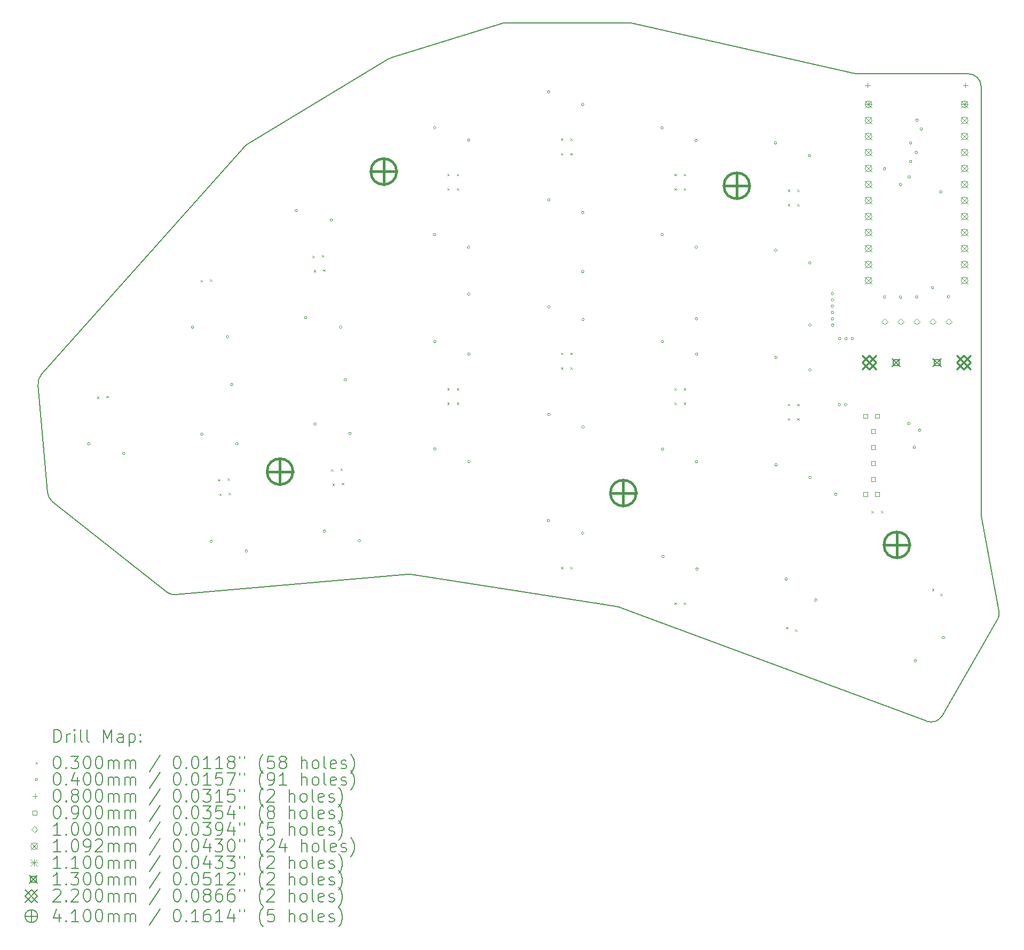
<source format=gbr>
%TF.GenerationSoftware,KiCad,Pcbnew,7.0.6-7.0.6~ubuntu20.04.1*%
%TF.CreationDate,2023-07-19T10:29:00+02:00*%
%TF.ProjectId,keyboard,6b657962-6f61-4726-942e-6b696361645f,v1.0.0*%
%TF.SameCoordinates,Original*%
%TF.FileFunction,Drillmap*%
%TF.FilePolarity,Positive*%
%FSLAX45Y45*%
G04 Gerber Fmt 4.5, Leading zero omitted, Abs format (unit mm)*
G04 Created by KiCad (PCBNEW 7.0.6-7.0.6~ubuntu20.04.1) date 2023-07-19 10:29:00*
%MOMM*%
%LPD*%
G01*
G04 APERTURE LIST*
%ADD10C,0.150000*%
%ADD11C,0.200000*%
%ADD12C,0.030000*%
%ADD13C,0.040000*%
%ADD14C,0.080000*%
%ADD15C,0.090000*%
%ADD16C,0.100000*%
%ADD17C,0.109220*%
%ADD18C,0.110000*%
%ADD19C,0.130000*%
%ADD20C,0.220000*%
%ADD21C,0.410000*%
G04 APERTURE END LIST*
D10*
X18562345Y-12263363D02*
G75*
G03*
X18585788Y-12126889I-173205J100003D01*
G01*
X12749755Y-2796479D02*
X16306345Y-3597699D01*
X8951213Y-3345370D02*
X10698984Y-2800648D01*
X18303041Y-3802590D02*
G75*
G03*
X18103049Y-3602589I-200001J0D01*
G01*
X12749755Y-2796479D02*
G75*
G03*
X12705801Y-2791589I-43945J-195001D01*
G01*
X17440960Y-13872854D02*
X12546908Y-12059576D01*
X5385353Y-11821694D02*
X3573981Y-10387900D01*
X3498871Y-10248514D02*
X3348303Y-8527506D01*
X12546907Y-12059577D02*
G75*
G03*
X12508177Y-12049497I-69487J-187543D01*
G01*
X9209050Y-11541970D02*
X5526913Y-11864116D01*
X6656678Y-4725140D02*
G75*
G03*
X6610641Y-4763434I103492J-171240D01*
G01*
X8951213Y-3345371D02*
G75*
G03*
X8907285Y-3365136I59507J-190949D01*
G01*
X3398066Y-8377195D02*
G75*
G03*
X3348303Y-8527506I149476J-132880D01*
G01*
X10758494Y-2791589D02*
G75*
G03*
X10698984Y-2800648I-4J-199981D01*
G01*
X16306345Y-3597700D02*
G75*
G03*
X16350298Y-3602588I43955J195160D01*
G01*
X16350298Y-3602589D02*
X18103049Y-3602589D01*
X6656678Y-4725140D02*
X8907285Y-3365137D01*
X9257235Y-11543588D02*
G75*
G03*
X9209049Y-11541970I-30755J-197612D01*
G01*
X3398066Y-8377195D02*
X6610641Y-4763434D01*
X17440959Y-13872859D02*
G75*
G03*
X17683650Y-13785312I69482J187549D01*
G01*
X10758494Y-2791589D02*
X12705801Y-2791589D01*
X18303050Y-3802590D02*
X18303050Y-10584197D01*
X18306403Y-10620672D02*
X18585788Y-12126888D01*
X18562348Y-12263365D02*
X17683649Y-13785313D01*
X5385355Y-11821692D02*
G75*
G03*
X5526913Y-11864116I124125J156792D01*
G01*
X12508177Y-12049497D02*
X9257235Y-11543588D01*
X3498873Y-10248514D02*
G75*
G03*
X3573981Y-10387900I199247J17434D01*
G01*
X18303050Y-10584197D02*
G75*
G03*
X18306403Y-10620672I199950J-13D01*
G01*
D11*
D12*
X4280389Y-8724561D02*
X4310389Y-8754561D01*
X4310389Y-8724561D02*
X4280389Y-8754561D01*
X4429818Y-8711487D02*
X4459818Y-8741487D01*
X4459818Y-8711487D02*
X4429818Y-8741487D01*
X5925374Y-6874148D02*
X5955374Y-6904148D01*
X5955374Y-6874148D02*
X5925374Y-6904148D01*
X6074804Y-6861075D02*
X6104804Y-6891075D01*
X6104804Y-6861075D02*
X6074804Y-6891075D01*
X6201658Y-10032086D02*
X6231658Y-10062086D01*
X6231658Y-10032086D02*
X6201658Y-10062086D01*
X6221704Y-10261211D02*
X6251704Y-10291211D01*
X6251704Y-10261211D02*
X6221704Y-10291211D01*
X6351087Y-10019013D02*
X6381087Y-10049013D01*
X6381087Y-10019013D02*
X6351087Y-10049013D01*
X6371133Y-10248137D02*
X6401133Y-10278137D01*
X6401133Y-10248137D02*
X6371133Y-10278137D01*
X7698478Y-6488143D02*
X7728478Y-6518143D01*
X7728478Y-6488143D02*
X7698478Y-6518143D01*
X7718525Y-6717269D02*
X7748525Y-6747269D01*
X7748525Y-6717269D02*
X7718525Y-6747269D01*
X7847908Y-6475070D02*
X7877908Y-6505070D01*
X7877908Y-6475070D02*
X7847908Y-6505070D01*
X7867954Y-6704195D02*
X7897954Y-6734195D01*
X7897954Y-6704195D02*
X7867954Y-6734195D01*
X7994808Y-9875206D02*
X8024808Y-9905206D01*
X8024808Y-9875206D02*
X7994808Y-9905206D01*
X8014855Y-10104331D02*
X8044855Y-10134331D01*
X8044855Y-10104331D02*
X8014855Y-10134331D01*
X8144237Y-9862133D02*
X8174237Y-9892133D01*
X8174237Y-9862133D02*
X8144237Y-9892133D01*
X8164284Y-10091258D02*
X8194284Y-10121258D01*
X8194284Y-10091258D02*
X8164284Y-10121258D01*
X9838049Y-8817589D02*
X9868049Y-8847589D01*
X9868049Y-8817589D02*
X9838049Y-8847589D01*
X9838050Y-5187589D02*
X9868050Y-5217589D01*
X9868050Y-5187589D02*
X9838050Y-5217589D01*
X9838050Y-5417589D02*
X9868050Y-5447589D01*
X9868050Y-5417589D02*
X9838050Y-5447589D01*
X9838050Y-8587590D02*
X9868050Y-8617590D01*
X9868050Y-8587590D02*
X9838050Y-8617590D01*
X9988049Y-8817589D02*
X10018049Y-8847589D01*
X10018049Y-8817589D02*
X9988049Y-8847589D01*
X9988050Y-5187589D02*
X10018050Y-5217589D01*
X10018050Y-5187589D02*
X9988050Y-5217589D01*
X9988050Y-5417589D02*
X10018050Y-5447589D01*
X10018050Y-5417589D02*
X9988050Y-5447589D01*
X9988050Y-8587590D02*
X10018050Y-8617590D01*
X10018050Y-8587590D02*
X9988050Y-8617590D01*
X11638049Y-11426589D02*
X11668049Y-11456589D01*
X11668049Y-11426589D02*
X11638049Y-11456589D01*
X11638049Y-4856588D02*
X11668049Y-4886588D01*
X11668049Y-4856588D02*
X11638049Y-4886588D01*
X11638050Y-8026589D02*
X11668050Y-8056589D01*
X11668050Y-8026589D02*
X11638050Y-8056589D01*
X11638050Y-4626589D02*
X11668050Y-4656589D01*
X11668050Y-4626589D02*
X11638050Y-4656589D01*
X11638050Y-8256589D02*
X11668050Y-8286589D01*
X11668050Y-8256589D02*
X11638050Y-8286589D01*
X11788049Y-11426589D02*
X11818049Y-11456589D01*
X11818049Y-11426589D02*
X11788049Y-11456589D01*
X11788049Y-4856588D02*
X11818049Y-4886588D01*
X11818049Y-4856588D02*
X11788049Y-4886588D01*
X11788050Y-8026589D02*
X11818050Y-8056589D01*
X11818050Y-8026589D02*
X11788050Y-8056589D01*
X11788050Y-4626589D02*
X11818050Y-4656589D01*
X11818050Y-4626589D02*
X11788050Y-4656589D01*
X11788050Y-8256589D02*
X11818050Y-8286589D01*
X11818050Y-8256589D02*
X11788050Y-8286589D01*
X13438049Y-8817589D02*
X13468049Y-8847589D01*
X13468049Y-8817589D02*
X13438049Y-8847589D01*
X13438049Y-5187589D02*
X13468049Y-5217589D01*
X13468049Y-5187589D02*
X13438049Y-5217589D01*
X13438049Y-5417589D02*
X13468049Y-5447589D01*
X13468049Y-5417589D02*
X13438049Y-5447589D01*
X13438050Y-11987589D02*
X13468050Y-12017589D01*
X13468050Y-11987589D02*
X13438050Y-12017589D01*
X13438050Y-8587589D02*
X13468050Y-8617589D01*
X13468050Y-8587589D02*
X13438050Y-8617589D01*
X13588049Y-8817589D02*
X13618049Y-8847589D01*
X13618049Y-8817589D02*
X13588049Y-8847589D01*
X13588049Y-5187589D02*
X13618049Y-5217589D01*
X13618049Y-5187589D02*
X13588049Y-5217589D01*
X13588049Y-5417589D02*
X13618049Y-5447589D01*
X13618049Y-5417589D02*
X13588049Y-5447589D01*
X13588050Y-11987589D02*
X13618050Y-12017589D01*
X13618050Y-11987589D02*
X13588050Y-12017589D01*
X13588050Y-8587589D02*
X13618050Y-8617589D01*
X13618050Y-8587589D02*
X13588050Y-8617589D01*
X15207668Y-12376511D02*
X15237668Y-12406511D01*
X15237668Y-12376511D02*
X15207668Y-12406511D01*
X15238049Y-5437590D02*
X15268049Y-5467590D01*
X15268049Y-5437590D02*
X15238049Y-5467590D01*
X15238049Y-9067590D02*
X15268049Y-9097590D01*
X15268049Y-9067590D02*
X15238049Y-9097590D01*
X15238049Y-5667589D02*
X15268049Y-5697589D01*
X15268049Y-5667589D02*
X15238049Y-5697589D01*
X15238050Y-8837588D02*
X15268050Y-8867588D01*
X15268050Y-8837588D02*
X15238050Y-8867588D01*
X15352557Y-12415334D02*
X15382557Y-12445334D01*
X15382557Y-12415334D02*
X15352557Y-12445334D01*
X15388049Y-5437590D02*
X15418049Y-5467590D01*
X15418049Y-5437590D02*
X15388049Y-5467590D01*
X15388049Y-9067590D02*
X15418049Y-9097590D01*
X15418049Y-9067590D02*
X15388049Y-9097590D01*
X15388049Y-5667589D02*
X15418049Y-5697589D01*
X15418049Y-5667589D02*
X15388049Y-5697589D01*
X15388050Y-8837588D02*
X15418050Y-8867588D01*
X15418050Y-8837588D02*
X15388050Y-8867588D01*
X16563048Y-10537588D02*
X16593048Y-10567588D01*
X16593048Y-10537588D02*
X16563048Y-10567588D01*
X16713048Y-10537588D02*
X16743048Y-10567588D01*
X16743048Y-10537588D02*
X16713048Y-10567588D01*
X17523720Y-11771340D02*
X17553720Y-11801340D01*
X17553720Y-11771340D02*
X17523720Y-11801340D01*
X17653624Y-11846340D02*
X17683624Y-11876340D01*
X17683624Y-11846340D02*
X17653624Y-11876340D01*
D13*
X4171424Y-9470961D02*
G75*
G03*
X4171424Y-9470961I-20000J0D01*
G01*
X4726801Y-9623136D02*
G75*
G03*
X4726801Y-9623136I-20000J0D01*
G01*
X5816746Y-7620520D02*
G75*
G03*
X5816746Y-7620520I-20000J0D01*
G01*
X5964964Y-9318529D02*
G75*
G03*
X5964964Y-9318529I-20000J0D01*
G01*
X6113611Y-11017574D02*
G75*
G03*
X6113611Y-11017574I-20000J0D01*
G01*
X6372123Y-7772695D02*
G75*
G03*
X6372123Y-7772695I-20000J0D01*
G01*
X6438152Y-8531275D02*
G75*
G03*
X6438152Y-8531275I-20000J0D01*
G01*
X6520341Y-9470703D02*
G75*
G03*
X6520341Y-9470703I-20000J0D01*
G01*
X6668988Y-11169748D02*
G75*
G03*
X6668988Y-11169748I-20000J0D01*
G01*
X7461731Y-5770110D02*
G75*
G03*
X7461731Y-5770110I-20000J0D01*
G01*
X7609949Y-7468117D02*
G75*
G03*
X7609949Y-7468117I-20000J0D01*
G01*
X7758062Y-9157171D02*
G75*
G03*
X7758062Y-9157171I-20000J0D01*
G01*
X7906709Y-10856217D02*
G75*
G03*
X7906709Y-10856217I-20000J0D01*
G01*
X8017109Y-5922283D02*
G75*
G03*
X8017109Y-5922283I-20000J0D01*
G01*
X8165326Y-7620292D02*
G75*
G03*
X8165326Y-7620292I-20000J0D01*
G01*
X8238274Y-8454090D02*
G75*
G03*
X8238274Y-8454090I-20000J0D01*
G01*
X8313437Y-9309346D02*
G75*
G03*
X8313437Y-9309346I-20000J0D01*
G01*
X8462086Y-11008392D02*
G75*
G03*
X8462086Y-11008392I-20000J0D01*
G01*
X9654972Y-6151462D02*
G75*
G03*
X9654972Y-6151462I-20000J0D01*
G01*
X9657205Y-4453694D02*
G75*
G03*
X9657205Y-4453694I-20000J0D01*
G01*
X9658465Y-7848504D02*
G75*
G03*
X9658465Y-7848504I-20000J0D01*
G01*
X9659190Y-9553693D02*
G75*
G03*
X9659190Y-9553693I-20000J0D01*
G01*
X10194973Y-6351461D02*
G75*
G03*
X10194973Y-6351461I-20000J0D01*
G01*
X10197205Y-4653694D02*
G75*
G03*
X10197205Y-4653694I-20000J0D01*
G01*
X10197802Y-7095746D02*
G75*
G03*
X10197802Y-7095746I-20000J0D01*
G01*
X10198466Y-8048505D02*
G75*
G03*
X10198466Y-8048505I-20000J0D01*
G01*
X10199189Y-9753693D02*
G75*
G03*
X10199189Y-9753693I-20000J0D01*
G01*
X11462402Y-10689229D02*
G75*
G03*
X11462402Y-10689229I-20000J0D01*
G01*
X11462739Y-3889229D02*
G75*
G03*
X11462739Y-3889229I-20000J0D01*
G01*
X11464971Y-5601462D02*
G75*
G03*
X11464971Y-5601462I-20000J0D01*
G01*
X11468465Y-7298504D02*
G75*
G03*
X11468465Y-7298504I-20000J0D01*
G01*
X11469189Y-9003694D02*
G75*
G03*
X11469189Y-9003694I-20000J0D01*
G01*
X12002401Y-10889229D02*
G75*
G03*
X12002401Y-10889229I-20000J0D01*
G01*
X12002739Y-4089229D02*
G75*
G03*
X12002739Y-4089229I-20000J0D01*
G01*
X12004395Y-6738296D02*
G75*
G03*
X12004395Y-6738296I-20000J0D01*
G01*
X12004972Y-5801462D02*
G75*
G03*
X12004972Y-5801462I-20000J0D01*
G01*
X12008464Y-7498504D02*
G75*
G03*
X12008464Y-7498504I-20000J0D01*
G01*
X12009189Y-9203693D02*
G75*
G03*
X12009189Y-9203693I-20000J0D01*
G01*
X13262740Y-4459229D02*
G75*
G03*
X13262740Y-4459229I-20000J0D01*
G01*
X13264972Y-6151461D02*
G75*
G03*
X13264972Y-6151461I-20000J0D01*
G01*
X13268465Y-7848504D02*
G75*
G03*
X13268465Y-7848504I-20000J0D01*
G01*
X13269189Y-9553694D02*
G75*
G03*
X13269189Y-9553694I-20000J0D01*
G01*
X13276168Y-11257522D02*
G75*
G03*
X13276168Y-11257522I-20000J0D01*
G01*
X13802739Y-4659229D02*
G75*
G03*
X13802739Y-4659229I-20000J0D01*
G01*
X13804972Y-6351461D02*
G75*
G03*
X13804972Y-6351461I-20000J0D01*
G01*
X13807801Y-7488295D02*
G75*
G03*
X13807801Y-7488295I-20000J0D01*
G01*
X13808464Y-8048504D02*
G75*
G03*
X13808464Y-8048504I-20000J0D01*
G01*
X13809191Y-9753693D02*
G75*
G03*
X13809191Y-9753693I-20000J0D01*
G01*
X13816168Y-11457522D02*
G75*
G03*
X13816168Y-11457522I-20000J0D01*
G01*
X15062739Y-4699229D02*
G75*
G03*
X15062739Y-4699229I-20000J0D01*
G01*
X15064972Y-6401462D02*
G75*
G03*
X15064972Y-6401462I-20000J0D01*
G01*
X15068464Y-8098503D02*
G75*
G03*
X15068464Y-8098503I-20000J0D01*
G01*
X15069189Y-9803694D02*
G75*
G03*
X15069189Y-9803694I-20000J0D01*
G01*
X15229639Y-11615900D02*
G75*
G03*
X15229639Y-11615900I-20000J0D01*
G01*
X15602740Y-4899230D02*
G75*
G03*
X15602740Y-4899230I-20000J0D01*
G01*
X15604971Y-6601462D02*
G75*
G03*
X15604971Y-6601462I-20000J0D01*
G01*
X15607802Y-7588000D02*
G75*
G03*
X15607802Y-7588000I-20000J0D01*
G01*
X15608464Y-8298504D02*
G75*
G03*
X15608464Y-8298504I-20000J0D01*
G01*
X15609190Y-10003694D02*
G75*
G03*
X15609190Y-10003694I-20000J0D01*
G01*
X15699475Y-11948849D02*
G75*
G03*
X15699475Y-11948849I-20000J0D01*
G01*
X15964768Y-7188245D02*
G75*
G03*
X15964768Y-7188245I-20000J0D01*
G01*
X15964768Y-7388146D02*
G75*
G03*
X15964768Y-7388146I-20000J0D01*
G01*
X15964768Y-7488096D02*
G75*
G03*
X15964768Y-7488096I-20000J0D01*
G01*
X15964769Y-7288196D02*
G75*
G03*
X15964769Y-7288196I-20000J0D01*
G01*
X15964769Y-7088295D02*
G75*
G03*
X15964769Y-7088295I-20000J0D01*
G01*
X15967842Y-7587999D02*
G75*
G03*
X15967842Y-7587999I-20000J0D01*
G01*
X16019000Y-10272945D02*
G75*
G03*
X16019000Y-10272945I-20000J0D01*
G01*
X16074769Y-8848295D02*
G75*
G03*
X16074769Y-8848295I-20000J0D01*
G01*
X16079768Y-7802295D02*
G75*
G03*
X16079768Y-7802295I-20000J0D01*
G01*
X16174768Y-8848295D02*
G75*
G03*
X16174768Y-8848295I-20000J0D01*
G01*
X16179708Y-7803759D02*
G75*
G03*
X16179708Y-7803759I-20000J0D01*
G01*
X16279655Y-7802941D02*
G75*
G03*
X16279655Y-7802941I-20000J0D01*
G01*
X16789768Y-5108296D02*
G75*
G03*
X16789768Y-5108296I-20000J0D01*
G01*
X16790050Y-7141296D02*
G75*
G03*
X16790050Y-7141296I-20000J0D01*
G01*
X17044050Y-7145295D02*
G75*
G03*
X17044050Y-7145295I-20000J0D01*
G01*
X17044769Y-5358295D02*
G75*
G03*
X17044769Y-5358295I-20000J0D01*
G01*
X17177226Y-9147946D02*
G75*
G03*
X17177226Y-9147946I-20000J0D01*
G01*
X17179768Y-5238296D02*
G75*
G03*
X17179768Y-5238296I-20000J0D01*
G01*
X17204768Y-4993295D02*
G75*
G03*
X17204768Y-4993295I-20000J0D01*
G01*
X17204769Y-4698296D02*
G75*
G03*
X17204769Y-4698296I-20000J0D01*
G01*
X17262000Y-9525590D02*
G75*
G03*
X17262000Y-9525590I-20000J0D01*
G01*
X17280515Y-12914401D02*
G75*
G03*
X17280515Y-12914401I-20000J0D01*
G01*
X17294769Y-4848295D02*
G75*
G03*
X17294769Y-4848295I-20000J0D01*
G01*
X17298050Y-7143296D02*
G75*
G03*
X17298050Y-7143296I-20000J0D01*
G01*
X17304769Y-4338296D02*
G75*
G03*
X17304769Y-4338296I-20000J0D01*
G01*
X17346950Y-9257000D02*
G75*
G03*
X17346950Y-9257000I-20000J0D01*
G01*
X17374768Y-4478296D02*
G75*
G03*
X17374768Y-4478296I-20000J0D01*
G01*
X17552049Y-6993295D02*
G75*
G03*
X17552049Y-6993295I-20000J0D01*
G01*
X17684769Y-5473296D02*
G75*
G03*
X17684769Y-5473296I-20000J0D01*
G01*
X17723721Y-12546747D02*
G75*
G03*
X17723721Y-12546747I-20000J0D01*
G01*
X17806050Y-7138296D02*
G75*
G03*
X17806050Y-7138296I-20000J0D01*
G01*
D14*
X16503050Y-3742588D02*
X16503050Y-3822588D01*
X16463050Y-3782588D02*
X16543050Y-3782588D01*
X18053050Y-3742588D02*
X18053050Y-3822588D01*
X18013050Y-3782588D02*
X18093050Y-3782588D01*
D15*
X16499871Y-9064409D02*
X16499871Y-9000769D01*
X16436231Y-9000769D01*
X16436231Y-9064409D01*
X16499871Y-9064409D01*
X16499871Y-10304409D02*
X16499871Y-10240769D01*
X16436231Y-10240769D01*
X16436231Y-10304409D01*
X16499871Y-10304409D01*
X16622371Y-9303409D02*
X16622371Y-9239769D01*
X16558731Y-9239769D01*
X16558731Y-9303409D01*
X16622371Y-9303409D01*
X16622371Y-9557409D02*
X16622371Y-9493769D01*
X16558731Y-9493769D01*
X16558731Y-9557409D01*
X16622371Y-9557409D01*
X16622371Y-9811409D02*
X16622371Y-9747769D01*
X16558731Y-9747769D01*
X16558731Y-9811409D01*
X16622371Y-9811409D01*
X16622371Y-10065409D02*
X16622371Y-10001769D01*
X16558731Y-10001769D01*
X16558731Y-10065409D01*
X16622371Y-10065409D01*
X16684871Y-9064409D02*
X16684871Y-9000769D01*
X16621231Y-9000769D01*
X16621231Y-9064409D01*
X16684871Y-9064409D01*
X16684871Y-10304409D02*
X16684871Y-10240769D01*
X16621231Y-10240769D01*
X16621231Y-10304409D01*
X16684871Y-10304409D01*
D16*
X16770049Y-7582589D02*
X16820049Y-7532589D01*
X16770049Y-7482589D01*
X16720049Y-7532589D01*
X16770049Y-7582589D01*
X17024049Y-7582589D02*
X17074049Y-7532589D01*
X17024049Y-7482589D01*
X16974049Y-7532589D01*
X17024049Y-7582589D01*
X17278049Y-7582589D02*
X17328049Y-7532589D01*
X17278049Y-7482589D01*
X17228049Y-7532589D01*
X17278049Y-7582589D01*
X17532049Y-7582589D02*
X17582049Y-7532589D01*
X17532049Y-7482589D01*
X17482049Y-7532589D01*
X17532049Y-7582589D01*
X17786049Y-7582589D02*
X17836049Y-7532589D01*
X17786049Y-7482589D01*
X17736049Y-7532589D01*
X17786049Y-7582589D01*
D17*
X16461440Y-4030979D02*
X16570660Y-4140199D01*
X16570660Y-4030979D02*
X16461440Y-4140199D01*
X16570660Y-4085589D02*
G75*
G03*
X16570660Y-4085589I-54610J0D01*
G01*
X16461440Y-4284979D02*
X16570660Y-4394199D01*
X16570660Y-4284979D02*
X16461440Y-4394199D01*
X16570660Y-4339589D02*
G75*
G03*
X16570660Y-4339589I-54610J0D01*
G01*
X16461440Y-4538979D02*
X16570660Y-4648199D01*
X16570660Y-4538979D02*
X16461440Y-4648199D01*
X16570660Y-4593589D02*
G75*
G03*
X16570660Y-4593589I-54610J0D01*
G01*
X16461440Y-4792979D02*
X16570660Y-4902199D01*
X16570660Y-4792979D02*
X16461440Y-4902199D01*
X16570660Y-4847589D02*
G75*
G03*
X16570660Y-4847589I-54610J0D01*
G01*
X16461440Y-5046979D02*
X16570660Y-5156199D01*
X16570660Y-5046979D02*
X16461440Y-5156199D01*
X16570660Y-5101589D02*
G75*
G03*
X16570660Y-5101589I-54610J0D01*
G01*
X16461440Y-5300979D02*
X16570660Y-5410199D01*
X16570660Y-5300979D02*
X16461440Y-5410199D01*
X16570660Y-5355589D02*
G75*
G03*
X16570660Y-5355589I-54610J0D01*
G01*
X16461440Y-5554979D02*
X16570660Y-5664199D01*
X16570660Y-5554979D02*
X16461440Y-5664199D01*
X16570660Y-5609589D02*
G75*
G03*
X16570660Y-5609589I-54610J0D01*
G01*
X16461440Y-5808979D02*
X16570660Y-5918199D01*
X16570660Y-5808979D02*
X16461440Y-5918199D01*
X16570660Y-5863589D02*
G75*
G03*
X16570660Y-5863589I-54610J0D01*
G01*
X16461440Y-6062979D02*
X16570660Y-6172199D01*
X16570660Y-6062979D02*
X16461440Y-6172199D01*
X16570660Y-6117589D02*
G75*
G03*
X16570660Y-6117589I-54610J0D01*
G01*
X16461440Y-6316979D02*
X16570660Y-6426199D01*
X16570660Y-6316979D02*
X16461440Y-6426199D01*
X16570660Y-6371589D02*
G75*
G03*
X16570660Y-6371589I-54610J0D01*
G01*
X16461440Y-6570979D02*
X16570660Y-6680199D01*
X16570660Y-6570979D02*
X16461440Y-6680199D01*
X16570660Y-6625589D02*
G75*
G03*
X16570660Y-6625589I-54610J0D01*
G01*
X16461440Y-6824979D02*
X16570660Y-6934199D01*
X16570660Y-6824979D02*
X16461440Y-6934199D01*
X16570660Y-6879589D02*
G75*
G03*
X16570660Y-6879589I-54610J0D01*
G01*
X17985440Y-4030979D02*
X18094660Y-4140199D01*
X18094660Y-4030979D02*
X17985440Y-4140199D01*
X18094660Y-4085589D02*
G75*
G03*
X18094660Y-4085589I-54610J0D01*
G01*
X17985440Y-4284979D02*
X18094660Y-4394199D01*
X18094660Y-4284979D02*
X17985440Y-4394199D01*
X18094660Y-4339589D02*
G75*
G03*
X18094660Y-4339589I-54610J0D01*
G01*
X17985440Y-4538979D02*
X18094660Y-4648199D01*
X18094660Y-4538979D02*
X17985440Y-4648199D01*
X18094660Y-4593589D02*
G75*
G03*
X18094660Y-4593589I-54610J0D01*
G01*
X17985440Y-4792979D02*
X18094660Y-4902199D01*
X18094660Y-4792979D02*
X17985440Y-4902199D01*
X18094660Y-4847589D02*
G75*
G03*
X18094660Y-4847589I-54610J0D01*
G01*
X17985440Y-5046979D02*
X18094660Y-5156199D01*
X18094660Y-5046979D02*
X17985440Y-5156199D01*
X18094660Y-5101589D02*
G75*
G03*
X18094660Y-5101589I-54610J0D01*
G01*
X17985440Y-5300979D02*
X18094660Y-5410199D01*
X18094660Y-5300979D02*
X17985440Y-5410199D01*
X18094660Y-5355589D02*
G75*
G03*
X18094660Y-5355589I-54610J0D01*
G01*
X17985440Y-5554979D02*
X18094660Y-5664199D01*
X18094660Y-5554979D02*
X17985440Y-5664199D01*
X18094660Y-5609589D02*
G75*
G03*
X18094660Y-5609589I-54610J0D01*
G01*
X17985440Y-5808979D02*
X18094660Y-5918199D01*
X18094660Y-5808979D02*
X17985440Y-5918199D01*
X18094660Y-5863589D02*
G75*
G03*
X18094660Y-5863589I-54610J0D01*
G01*
X17985440Y-6062979D02*
X18094660Y-6172199D01*
X18094660Y-6062979D02*
X17985440Y-6172199D01*
X18094660Y-6117589D02*
G75*
G03*
X18094660Y-6117589I-54610J0D01*
G01*
X17985440Y-6316979D02*
X18094660Y-6426199D01*
X18094660Y-6316979D02*
X17985440Y-6426199D01*
X18094660Y-6371589D02*
G75*
G03*
X18094660Y-6371589I-54610J0D01*
G01*
X17985440Y-6570979D02*
X18094660Y-6680199D01*
X18094660Y-6570979D02*
X17985440Y-6680199D01*
X18094660Y-6625589D02*
G75*
G03*
X18094660Y-6625589I-54610J0D01*
G01*
X17985440Y-6824979D02*
X18094660Y-6934199D01*
X18094660Y-6824979D02*
X17985440Y-6934199D01*
X18094660Y-6879589D02*
G75*
G03*
X18094660Y-6879589I-54610J0D01*
G01*
D18*
X16461050Y-4030589D02*
X16571050Y-4140589D01*
X16571050Y-4030589D02*
X16461050Y-4140589D01*
X16516050Y-4030589D02*
X16516050Y-4140589D01*
X16461050Y-4085589D02*
X16571050Y-4085589D01*
X17985050Y-4030589D02*
X18095050Y-4140589D01*
X18095050Y-4030589D02*
X17985050Y-4140589D01*
X18040050Y-4030589D02*
X18040050Y-4140589D01*
X17985050Y-4085589D02*
X18095050Y-4085589D01*
D19*
X16888051Y-8117588D02*
X17018051Y-8247588D01*
X17018051Y-8117588D02*
X16888051Y-8247588D01*
X16999013Y-8228551D02*
X16999013Y-8136626D01*
X16907088Y-8136626D01*
X16907088Y-8228551D01*
X16999013Y-8228551D01*
X17538051Y-8117588D02*
X17668051Y-8247588D01*
X17668051Y-8117588D02*
X17538051Y-8247588D01*
X17649013Y-8228551D02*
X17649013Y-8136626D01*
X17557088Y-8136626D01*
X17557088Y-8228551D01*
X17649013Y-8228551D01*
D20*
X16418050Y-8072589D02*
X16638050Y-8292589D01*
X16638050Y-8072589D02*
X16418050Y-8292589D01*
X16528050Y-8292589D02*
X16638050Y-8182589D01*
X16528050Y-8072589D01*
X16418050Y-8182589D01*
X16528050Y-8292589D01*
X17918050Y-8072589D02*
X18138050Y-8292589D01*
X18138050Y-8072589D02*
X17918050Y-8292589D01*
X18028050Y-8292589D02*
X18138050Y-8182589D01*
X18028050Y-8072589D01*
X17918050Y-8182589D01*
X18028050Y-8292589D01*
D21*
X7183590Y-9707299D02*
X7183590Y-10117299D01*
X6978590Y-9912299D02*
X7388590Y-9912299D01*
X7388590Y-9912299D02*
G75*
G03*
X7388590Y-9912299I-205000J0D01*
G01*
X8828049Y-4947588D02*
X8828049Y-5357588D01*
X8623049Y-5152588D02*
X9033049Y-5152588D01*
X9033049Y-5152588D02*
G75*
G03*
X9033049Y-5152588I-205000J0D01*
G01*
X12628050Y-10047589D02*
X12628050Y-10457589D01*
X12423050Y-10252589D02*
X12833050Y-10252589D01*
X12833050Y-10252589D02*
G75*
G03*
X12833050Y-10252589I-205000J0D01*
G01*
X14428049Y-5172589D02*
X14428049Y-5582589D01*
X14223049Y-5377589D02*
X14633049Y-5377589D01*
X14633049Y-5377589D02*
G75*
G03*
X14633049Y-5377589I-205000J0D01*
G01*
X16965900Y-10869902D02*
X16965900Y-11279902D01*
X16760899Y-11074902D02*
X17170900Y-11074902D01*
X17170900Y-11074902D02*
G75*
G03*
X17170900Y-11074902I-205000J0D01*
G01*
D11*
X3600818Y-14204299D02*
X3600818Y-14004299D01*
X3600818Y-14004299D02*
X3648437Y-14004299D01*
X3648437Y-14004299D02*
X3677009Y-14013823D01*
X3677009Y-14013823D02*
X3696056Y-14032871D01*
X3696056Y-14032871D02*
X3705580Y-14051918D01*
X3705580Y-14051918D02*
X3715104Y-14090014D01*
X3715104Y-14090014D02*
X3715104Y-14118585D01*
X3715104Y-14118585D02*
X3705580Y-14156680D01*
X3705580Y-14156680D02*
X3696056Y-14175728D01*
X3696056Y-14175728D02*
X3677009Y-14194776D01*
X3677009Y-14194776D02*
X3648437Y-14204299D01*
X3648437Y-14204299D02*
X3600818Y-14204299D01*
X3800818Y-14204299D02*
X3800818Y-14070966D01*
X3800818Y-14109061D02*
X3810342Y-14090014D01*
X3810342Y-14090014D02*
X3819866Y-14080490D01*
X3819866Y-14080490D02*
X3838914Y-14070966D01*
X3838914Y-14070966D02*
X3857961Y-14070966D01*
X3924628Y-14204299D02*
X3924628Y-14070966D01*
X3924628Y-14004299D02*
X3915104Y-14013823D01*
X3915104Y-14013823D02*
X3924628Y-14023347D01*
X3924628Y-14023347D02*
X3934152Y-14013823D01*
X3934152Y-14013823D02*
X3924628Y-14004299D01*
X3924628Y-14004299D02*
X3924628Y-14023347D01*
X4048437Y-14204299D02*
X4029390Y-14194776D01*
X4029390Y-14194776D02*
X4019866Y-14175728D01*
X4019866Y-14175728D02*
X4019866Y-14004299D01*
X4153199Y-14204299D02*
X4134152Y-14194776D01*
X4134152Y-14194776D02*
X4124628Y-14175728D01*
X4124628Y-14175728D02*
X4124628Y-14004299D01*
X4381771Y-14204299D02*
X4381771Y-14004299D01*
X4381771Y-14004299D02*
X4448438Y-14147157D01*
X4448438Y-14147157D02*
X4515104Y-14004299D01*
X4515104Y-14004299D02*
X4515104Y-14204299D01*
X4696057Y-14204299D02*
X4696057Y-14099538D01*
X4696057Y-14099538D02*
X4686533Y-14080490D01*
X4686533Y-14080490D02*
X4667485Y-14070966D01*
X4667485Y-14070966D02*
X4629390Y-14070966D01*
X4629390Y-14070966D02*
X4610342Y-14080490D01*
X4696057Y-14194776D02*
X4677009Y-14204299D01*
X4677009Y-14204299D02*
X4629390Y-14204299D01*
X4629390Y-14204299D02*
X4610342Y-14194776D01*
X4610342Y-14194776D02*
X4600818Y-14175728D01*
X4600818Y-14175728D02*
X4600818Y-14156680D01*
X4600818Y-14156680D02*
X4610342Y-14137633D01*
X4610342Y-14137633D02*
X4629390Y-14128109D01*
X4629390Y-14128109D02*
X4677009Y-14128109D01*
X4677009Y-14128109D02*
X4696057Y-14118585D01*
X4791295Y-14070966D02*
X4791295Y-14270966D01*
X4791295Y-14080490D02*
X4810342Y-14070966D01*
X4810342Y-14070966D02*
X4848438Y-14070966D01*
X4848438Y-14070966D02*
X4867485Y-14080490D01*
X4867485Y-14080490D02*
X4877009Y-14090014D01*
X4877009Y-14090014D02*
X4886533Y-14109061D01*
X4886533Y-14109061D02*
X4886533Y-14166204D01*
X4886533Y-14166204D02*
X4877009Y-14185252D01*
X4877009Y-14185252D02*
X4867485Y-14194776D01*
X4867485Y-14194776D02*
X4848438Y-14204299D01*
X4848438Y-14204299D02*
X4810342Y-14204299D01*
X4810342Y-14204299D02*
X4791295Y-14194776D01*
X4972247Y-14185252D02*
X4981771Y-14194776D01*
X4981771Y-14194776D02*
X4972247Y-14204299D01*
X4972247Y-14204299D02*
X4962723Y-14194776D01*
X4962723Y-14194776D02*
X4972247Y-14185252D01*
X4972247Y-14185252D02*
X4972247Y-14204299D01*
X4972247Y-14080490D02*
X4981771Y-14090014D01*
X4981771Y-14090014D02*
X4972247Y-14099538D01*
X4972247Y-14099538D02*
X4962723Y-14090014D01*
X4962723Y-14090014D02*
X4972247Y-14080490D01*
X4972247Y-14080490D02*
X4972247Y-14099538D01*
D12*
X3310042Y-14517816D02*
X3340042Y-14547816D01*
X3340042Y-14517816D02*
X3310042Y-14547816D01*
D11*
X3638914Y-14424299D02*
X3657961Y-14424299D01*
X3657961Y-14424299D02*
X3677009Y-14433823D01*
X3677009Y-14433823D02*
X3686533Y-14443347D01*
X3686533Y-14443347D02*
X3696056Y-14462395D01*
X3696056Y-14462395D02*
X3705580Y-14500490D01*
X3705580Y-14500490D02*
X3705580Y-14548109D01*
X3705580Y-14548109D02*
X3696056Y-14586204D01*
X3696056Y-14586204D02*
X3686533Y-14605252D01*
X3686533Y-14605252D02*
X3677009Y-14614776D01*
X3677009Y-14614776D02*
X3657961Y-14624299D01*
X3657961Y-14624299D02*
X3638914Y-14624299D01*
X3638914Y-14624299D02*
X3619866Y-14614776D01*
X3619866Y-14614776D02*
X3610342Y-14605252D01*
X3610342Y-14605252D02*
X3600818Y-14586204D01*
X3600818Y-14586204D02*
X3591295Y-14548109D01*
X3591295Y-14548109D02*
X3591295Y-14500490D01*
X3591295Y-14500490D02*
X3600818Y-14462395D01*
X3600818Y-14462395D02*
X3610342Y-14443347D01*
X3610342Y-14443347D02*
X3619866Y-14433823D01*
X3619866Y-14433823D02*
X3638914Y-14424299D01*
X3791295Y-14605252D02*
X3800818Y-14614776D01*
X3800818Y-14614776D02*
X3791295Y-14624299D01*
X3791295Y-14624299D02*
X3781771Y-14614776D01*
X3781771Y-14614776D02*
X3791295Y-14605252D01*
X3791295Y-14605252D02*
X3791295Y-14624299D01*
X3867485Y-14424299D02*
X3991295Y-14424299D01*
X3991295Y-14424299D02*
X3924628Y-14500490D01*
X3924628Y-14500490D02*
X3953199Y-14500490D01*
X3953199Y-14500490D02*
X3972247Y-14510014D01*
X3972247Y-14510014D02*
X3981771Y-14519538D01*
X3981771Y-14519538D02*
X3991295Y-14538585D01*
X3991295Y-14538585D02*
X3991295Y-14586204D01*
X3991295Y-14586204D02*
X3981771Y-14605252D01*
X3981771Y-14605252D02*
X3972247Y-14614776D01*
X3972247Y-14614776D02*
X3953199Y-14624299D01*
X3953199Y-14624299D02*
X3896056Y-14624299D01*
X3896056Y-14624299D02*
X3877009Y-14614776D01*
X3877009Y-14614776D02*
X3867485Y-14605252D01*
X4115104Y-14424299D02*
X4134152Y-14424299D01*
X4134152Y-14424299D02*
X4153199Y-14433823D01*
X4153199Y-14433823D02*
X4162723Y-14443347D01*
X4162723Y-14443347D02*
X4172247Y-14462395D01*
X4172247Y-14462395D02*
X4181771Y-14500490D01*
X4181771Y-14500490D02*
X4181771Y-14548109D01*
X4181771Y-14548109D02*
X4172247Y-14586204D01*
X4172247Y-14586204D02*
X4162723Y-14605252D01*
X4162723Y-14605252D02*
X4153199Y-14614776D01*
X4153199Y-14614776D02*
X4134152Y-14624299D01*
X4134152Y-14624299D02*
X4115104Y-14624299D01*
X4115104Y-14624299D02*
X4096056Y-14614776D01*
X4096056Y-14614776D02*
X4086533Y-14605252D01*
X4086533Y-14605252D02*
X4077009Y-14586204D01*
X4077009Y-14586204D02*
X4067485Y-14548109D01*
X4067485Y-14548109D02*
X4067485Y-14500490D01*
X4067485Y-14500490D02*
X4077009Y-14462395D01*
X4077009Y-14462395D02*
X4086533Y-14443347D01*
X4086533Y-14443347D02*
X4096056Y-14433823D01*
X4096056Y-14433823D02*
X4115104Y-14424299D01*
X4305580Y-14424299D02*
X4324628Y-14424299D01*
X4324628Y-14424299D02*
X4343676Y-14433823D01*
X4343676Y-14433823D02*
X4353199Y-14443347D01*
X4353199Y-14443347D02*
X4362723Y-14462395D01*
X4362723Y-14462395D02*
X4372247Y-14500490D01*
X4372247Y-14500490D02*
X4372247Y-14548109D01*
X4372247Y-14548109D02*
X4362723Y-14586204D01*
X4362723Y-14586204D02*
X4353199Y-14605252D01*
X4353199Y-14605252D02*
X4343676Y-14614776D01*
X4343676Y-14614776D02*
X4324628Y-14624299D01*
X4324628Y-14624299D02*
X4305580Y-14624299D01*
X4305580Y-14624299D02*
X4286533Y-14614776D01*
X4286533Y-14614776D02*
X4277009Y-14605252D01*
X4277009Y-14605252D02*
X4267485Y-14586204D01*
X4267485Y-14586204D02*
X4257961Y-14548109D01*
X4257961Y-14548109D02*
X4257961Y-14500490D01*
X4257961Y-14500490D02*
X4267485Y-14462395D01*
X4267485Y-14462395D02*
X4277009Y-14443347D01*
X4277009Y-14443347D02*
X4286533Y-14433823D01*
X4286533Y-14433823D02*
X4305580Y-14424299D01*
X4457961Y-14624299D02*
X4457961Y-14490966D01*
X4457961Y-14510014D02*
X4467485Y-14500490D01*
X4467485Y-14500490D02*
X4486533Y-14490966D01*
X4486533Y-14490966D02*
X4515104Y-14490966D01*
X4515104Y-14490966D02*
X4534152Y-14500490D01*
X4534152Y-14500490D02*
X4543676Y-14519538D01*
X4543676Y-14519538D02*
X4543676Y-14624299D01*
X4543676Y-14519538D02*
X4553199Y-14500490D01*
X4553199Y-14500490D02*
X4572247Y-14490966D01*
X4572247Y-14490966D02*
X4600818Y-14490966D01*
X4600818Y-14490966D02*
X4619866Y-14500490D01*
X4619866Y-14500490D02*
X4629390Y-14519538D01*
X4629390Y-14519538D02*
X4629390Y-14624299D01*
X4724628Y-14624299D02*
X4724628Y-14490966D01*
X4724628Y-14510014D02*
X4734152Y-14500490D01*
X4734152Y-14500490D02*
X4753199Y-14490966D01*
X4753199Y-14490966D02*
X4781771Y-14490966D01*
X4781771Y-14490966D02*
X4800819Y-14500490D01*
X4800819Y-14500490D02*
X4810342Y-14519538D01*
X4810342Y-14519538D02*
X4810342Y-14624299D01*
X4810342Y-14519538D02*
X4819866Y-14500490D01*
X4819866Y-14500490D02*
X4838914Y-14490966D01*
X4838914Y-14490966D02*
X4867485Y-14490966D01*
X4867485Y-14490966D02*
X4886533Y-14500490D01*
X4886533Y-14500490D02*
X4896057Y-14519538D01*
X4896057Y-14519538D02*
X4896057Y-14624299D01*
X5286533Y-14414776D02*
X5115104Y-14671918D01*
X5543676Y-14424299D02*
X5562723Y-14424299D01*
X5562723Y-14424299D02*
X5581771Y-14433823D01*
X5581771Y-14433823D02*
X5591295Y-14443347D01*
X5591295Y-14443347D02*
X5600819Y-14462395D01*
X5600819Y-14462395D02*
X5610342Y-14500490D01*
X5610342Y-14500490D02*
X5610342Y-14548109D01*
X5610342Y-14548109D02*
X5600819Y-14586204D01*
X5600819Y-14586204D02*
X5591295Y-14605252D01*
X5591295Y-14605252D02*
X5581771Y-14614776D01*
X5581771Y-14614776D02*
X5562723Y-14624299D01*
X5562723Y-14624299D02*
X5543676Y-14624299D01*
X5543676Y-14624299D02*
X5524628Y-14614776D01*
X5524628Y-14614776D02*
X5515104Y-14605252D01*
X5515104Y-14605252D02*
X5505581Y-14586204D01*
X5505581Y-14586204D02*
X5496057Y-14548109D01*
X5496057Y-14548109D02*
X5496057Y-14500490D01*
X5496057Y-14500490D02*
X5505581Y-14462395D01*
X5505581Y-14462395D02*
X5515104Y-14443347D01*
X5515104Y-14443347D02*
X5524628Y-14433823D01*
X5524628Y-14433823D02*
X5543676Y-14424299D01*
X5696057Y-14605252D02*
X5705580Y-14614776D01*
X5705580Y-14614776D02*
X5696057Y-14624299D01*
X5696057Y-14624299D02*
X5686533Y-14614776D01*
X5686533Y-14614776D02*
X5696057Y-14605252D01*
X5696057Y-14605252D02*
X5696057Y-14624299D01*
X5829390Y-14424299D02*
X5848438Y-14424299D01*
X5848438Y-14424299D02*
X5867485Y-14433823D01*
X5867485Y-14433823D02*
X5877009Y-14443347D01*
X5877009Y-14443347D02*
X5886533Y-14462395D01*
X5886533Y-14462395D02*
X5896057Y-14500490D01*
X5896057Y-14500490D02*
X5896057Y-14548109D01*
X5896057Y-14548109D02*
X5886533Y-14586204D01*
X5886533Y-14586204D02*
X5877009Y-14605252D01*
X5877009Y-14605252D02*
X5867485Y-14614776D01*
X5867485Y-14614776D02*
X5848438Y-14624299D01*
X5848438Y-14624299D02*
X5829390Y-14624299D01*
X5829390Y-14624299D02*
X5810342Y-14614776D01*
X5810342Y-14614776D02*
X5800819Y-14605252D01*
X5800819Y-14605252D02*
X5791295Y-14586204D01*
X5791295Y-14586204D02*
X5781771Y-14548109D01*
X5781771Y-14548109D02*
X5781771Y-14500490D01*
X5781771Y-14500490D02*
X5791295Y-14462395D01*
X5791295Y-14462395D02*
X5800819Y-14443347D01*
X5800819Y-14443347D02*
X5810342Y-14433823D01*
X5810342Y-14433823D02*
X5829390Y-14424299D01*
X6086533Y-14624299D02*
X5972247Y-14624299D01*
X6029390Y-14624299D02*
X6029390Y-14424299D01*
X6029390Y-14424299D02*
X6010342Y-14452871D01*
X6010342Y-14452871D02*
X5991295Y-14471918D01*
X5991295Y-14471918D02*
X5972247Y-14481442D01*
X6277009Y-14624299D02*
X6162723Y-14624299D01*
X6219866Y-14624299D02*
X6219866Y-14424299D01*
X6219866Y-14424299D02*
X6200819Y-14452871D01*
X6200819Y-14452871D02*
X6181771Y-14471918D01*
X6181771Y-14471918D02*
X6162723Y-14481442D01*
X6391295Y-14510014D02*
X6372247Y-14500490D01*
X6372247Y-14500490D02*
X6362723Y-14490966D01*
X6362723Y-14490966D02*
X6353200Y-14471918D01*
X6353200Y-14471918D02*
X6353200Y-14462395D01*
X6353200Y-14462395D02*
X6362723Y-14443347D01*
X6362723Y-14443347D02*
X6372247Y-14433823D01*
X6372247Y-14433823D02*
X6391295Y-14424299D01*
X6391295Y-14424299D02*
X6429390Y-14424299D01*
X6429390Y-14424299D02*
X6448438Y-14433823D01*
X6448438Y-14433823D02*
X6457961Y-14443347D01*
X6457961Y-14443347D02*
X6467485Y-14462395D01*
X6467485Y-14462395D02*
X6467485Y-14471918D01*
X6467485Y-14471918D02*
X6457961Y-14490966D01*
X6457961Y-14490966D02*
X6448438Y-14500490D01*
X6448438Y-14500490D02*
X6429390Y-14510014D01*
X6429390Y-14510014D02*
X6391295Y-14510014D01*
X6391295Y-14510014D02*
X6372247Y-14519538D01*
X6372247Y-14519538D02*
X6362723Y-14529061D01*
X6362723Y-14529061D02*
X6353200Y-14548109D01*
X6353200Y-14548109D02*
X6353200Y-14586204D01*
X6353200Y-14586204D02*
X6362723Y-14605252D01*
X6362723Y-14605252D02*
X6372247Y-14614776D01*
X6372247Y-14614776D02*
X6391295Y-14624299D01*
X6391295Y-14624299D02*
X6429390Y-14624299D01*
X6429390Y-14624299D02*
X6448438Y-14614776D01*
X6448438Y-14614776D02*
X6457961Y-14605252D01*
X6457961Y-14605252D02*
X6467485Y-14586204D01*
X6467485Y-14586204D02*
X6467485Y-14548109D01*
X6467485Y-14548109D02*
X6457961Y-14529061D01*
X6457961Y-14529061D02*
X6448438Y-14519538D01*
X6448438Y-14519538D02*
X6429390Y-14510014D01*
X6543676Y-14424299D02*
X6543676Y-14462395D01*
X6619866Y-14424299D02*
X6619866Y-14462395D01*
X6915104Y-14700490D02*
X6905581Y-14690966D01*
X6905581Y-14690966D02*
X6886533Y-14662395D01*
X6886533Y-14662395D02*
X6877009Y-14643347D01*
X6877009Y-14643347D02*
X6867485Y-14614776D01*
X6867485Y-14614776D02*
X6857962Y-14567157D01*
X6857962Y-14567157D02*
X6857962Y-14529061D01*
X6857962Y-14529061D02*
X6867485Y-14481442D01*
X6867485Y-14481442D02*
X6877009Y-14452871D01*
X6877009Y-14452871D02*
X6886533Y-14433823D01*
X6886533Y-14433823D02*
X6905581Y-14405252D01*
X6905581Y-14405252D02*
X6915104Y-14395728D01*
X7086533Y-14424299D02*
X6991295Y-14424299D01*
X6991295Y-14424299D02*
X6981771Y-14519538D01*
X6981771Y-14519538D02*
X6991295Y-14510014D01*
X6991295Y-14510014D02*
X7010342Y-14500490D01*
X7010342Y-14500490D02*
X7057962Y-14500490D01*
X7057962Y-14500490D02*
X7077009Y-14510014D01*
X7077009Y-14510014D02*
X7086533Y-14519538D01*
X7086533Y-14519538D02*
X7096057Y-14538585D01*
X7096057Y-14538585D02*
X7096057Y-14586204D01*
X7096057Y-14586204D02*
X7086533Y-14605252D01*
X7086533Y-14605252D02*
X7077009Y-14614776D01*
X7077009Y-14614776D02*
X7057962Y-14624299D01*
X7057962Y-14624299D02*
X7010342Y-14624299D01*
X7010342Y-14624299D02*
X6991295Y-14614776D01*
X6991295Y-14614776D02*
X6981771Y-14605252D01*
X7210342Y-14510014D02*
X7191295Y-14500490D01*
X7191295Y-14500490D02*
X7181771Y-14490966D01*
X7181771Y-14490966D02*
X7172247Y-14471918D01*
X7172247Y-14471918D02*
X7172247Y-14462395D01*
X7172247Y-14462395D02*
X7181771Y-14443347D01*
X7181771Y-14443347D02*
X7191295Y-14433823D01*
X7191295Y-14433823D02*
X7210342Y-14424299D01*
X7210342Y-14424299D02*
X7248438Y-14424299D01*
X7248438Y-14424299D02*
X7267485Y-14433823D01*
X7267485Y-14433823D02*
X7277009Y-14443347D01*
X7277009Y-14443347D02*
X7286533Y-14462395D01*
X7286533Y-14462395D02*
X7286533Y-14471918D01*
X7286533Y-14471918D02*
X7277009Y-14490966D01*
X7277009Y-14490966D02*
X7267485Y-14500490D01*
X7267485Y-14500490D02*
X7248438Y-14510014D01*
X7248438Y-14510014D02*
X7210342Y-14510014D01*
X7210342Y-14510014D02*
X7191295Y-14519538D01*
X7191295Y-14519538D02*
X7181771Y-14529061D01*
X7181771Y-14529061D02*
X7172247Y-14548109D01*
X7172247Y-14548109D02*
X7172247Y-14586204D01*
X7172247Y-14586204D02*
X7181771Y-14605252D01*
X7181771Y-14605252D02*
X7191295Y-14614776D01*
X7191295Y-14614776D02*
X7210342Y-14624299D01*
X7210342Y-14624299D02*
X7248438Y-14624299D01*
X7248438Y-14624299D02*
X7267485Y-14614776D01*
X7267485Y-14614776D02*
X7277009Y-14605252D01*
X7277009Y-14605252D02*
X7286533Y-14586204D01*
X7286533Y-14586204D02*
X7286533Y-14548109D01*
X7286533Y-14548109D02*
X7277009Y-14529061D01*
X7277009Y-14529061D02*
X7267485Y-14519538D01*
X7267485Y-14519538D02*
X7248438Y-14510014D01*
X7524628Y-14624299D02*
X7524628Y-14424299D01*
X7610343Y-14624299D02*
X7610343Y-14519538D01*
X7610343Y-14519538D02*
X7600819Y-14500490D01*
X7600819Y-14500490D02*
X7581771Y-14490966D01*
X7581771Y-14490966D02*
X7553200Y-14490966D01*
X7553200Y-14490966D02*
X7534152Y-14500490D01*
X7534152Y-14500490D02*
X7524628Y-14510014D01*
X7734152Y-14624299D02*
X7715104Y-14614776D01*
X7715104Y-14614776D02*
X7705581Y-14605252D01*
X7705581Y-14605252D02*
X7696057Y-14586204D01*
X7696057Y-14586204D02*
X7696057Y-14529061D01*
X7696057Y-14529061D02*
X7705581Y-14510014D01*
X7705581Y-14510014D02*
X7715104Y-14500490D01*
X7715104Y-14500490D02*
X7734152Y-14490966D01*
X7734152Y-14490966D02*
X7762724Y-14490966D01*
X7762724Y-14490966D02*
X7781771Y-14500490D01*
X7781771Y-14500490D02*
X7791295Y-14510014D01*
X7791295Y-14510014D02*
X7800819Y-14529061D01*
X7800819Y-14529061D02*
X7800819Y-14586204D01*
X7800819Y-14586204D02*
X7791295Y-14605252D01*
X7791295Y-14605252D02*
X7781771Y-14614776D01*
X7781771Y-14614776D02*
X7762724Y-14624299D01*
X7762724Y-14624299D02*
X7734152Y-14624299D01*
X7915104Y-14624299D02*
X7896057Y-14614776D01*
X7896057Y-14614776D02*
X7886533Y-14595728D01*
X7886533Y-14595728D02*
X7886533Y-14424299D01*
X8067485Y-14614776D02*
X8048438Y-14624299D01*
X8048438Y-14624299D02*
X8010343Y-14624299D01*
X8010343Y-14624299D02*
X7991295Y-14614776D01*
X7991295Y-14614776D02*
X7981771Y-14595728D01*
X7981771Y-14595728D02*
X7981771Y-14519538D01*
X7981771Y-14519538D02*
X7991295Y-14500490D01*
X7991295Y-14500490D02*
X8010343Y-14490966D01*
X8010343Y-14490966D02*
X8048438Y-14490966D01*
X8048438Y-14490966D02*
X8067485Y-14500490D01*
X8067485Y-14500490D02*
X8077009Y-14519538D01*
X8077009Y-14519538D02*
X8077009Y-14538585D01*
X8077009Y-14538585D02*
X7981771Y-14557633D01*
X8153200Y-14614776D02*
X8172247Y-14624299D01*
X8172247Y-14624299D02*
X8210343Y-14624299D01*
X8210343Y-14624299D02*
X8229390Y-14614776D01*
X8229390Y-14614776D02*
X8238914Y-14595728D01*
X8238914Y-14595728D02*
X8238914Y-14586204D01*
X8238914Y-14586204D02*
X8229390Y-14567157D01*
X8229390Y-14567157D02*
X8210343Y-14557633D01*
X8210343Y-14557633D02*
X8181771Y-14557633D01*
X8181771Y-14557633D02*
X8162724Y-14548109D01*
X8162724Y-14548109D02*
X8153200Y-14529061D01*
X8153200Y-14529061D02*
X8153200Y-14519538D01*
X8153200Y-14519538D02*
X8162724Y-14500490D01*
X8162724Y-14500490D02*
X8181771Y-14490966D01*
X8181771Y-14490966D02*
X8210343Y-14490966D01*
X8210343Y-14490966D02*
X8229390Y-14500490D01*
X8305581Y-14700490D02*
X8315105Y-14690966D01*
X8315105Y-14690966D02*
X8334152Y-14662395D01*
X8334152Y-14662395D02*
X8343676Y-14643347D01*
X8343676Y-14643347D02*
X8353200Y-14614776D01*
X8353200Y-14614776D02*
X8362724Y-14567157D01*
X8362724Y-14567157D02*
X8362724Y-14529061D01*
X8362724Y-14529061D02*
X8353200Y-14481442D01*
X8353200Y-14481442D02*
X8343676Y-14452871D01*
X8343676Y-14452871D02*
X8334152Y-14433823D01*
X8334152Y-14433823D02*
X8315105Y-14405252D01*
X8315105Y-14405252D02*
X8305581Y-14395728D01*
D13*
X3340042Y-14796816D02*
G75*
G03*
X3340042Y-14796816I-20000J0D01*
G01*
D11*
X3638914Y-14688299D02*
X3657961Y-14688299D01*
X3657961Y-14688299D02*
X3677009Y-14697823D01*
X3677009Y-14697823D02*
X3686533Y-14707347D01*
X3686533Y-14707347D02*
X3696056Y-14726395D01*
X3696056Y-14726395D02*
X3705580Y-14764490D01*
X3705580Y-14764490D02*
X3705580Y-14812109D01*
X3705580Y-14812109D02*
X3696056Y-14850204D01*
X3696056Y-14850204D02*
X3686533Y-14869252D01*
X3686533Y-14869252D02*
X3677009Y-14878776D01*
X3677009Y-14878776D02*
X3657961Y-14888299D01*
X3657961Y-14888299D02*
X3638914Y-14888299D01*
X3638914Y-14888299D02*
X3619866Y-14878776D01*
X3619866Y-14878776D02*
X3610342Y-14869252D01*
X3610342Y-14869252D02*
X3600818Y-14850204D01*
X3600818Y-14850204D02*
X3591295Y-14812109D01*
X3591295Y-14812109D02*
X3591295Y-14764490D01*
X3591295Y-14764490D02*
X3600818Y-14726395D01*
X3600818Y-14726395D02*
X3610342Y-14707347D01*
X3610342Y-14707347D02*
X3619866Y-14697823D01*
X3619866Y-14697823D02*
X3638914Y-14688299D01*
X3791295Y-14869252D02*
X3800818Y-14878776D01*
X3800818Y-14878776D02*
X3791295Y-14888299D01*
X3791295Y-14888299D02*
X3781771Y-14878776D01*
X3781771Y-14878776D02*
X3791295Y-14869252D01*
X3791295Y-14869252D02*
X3791295Y-14888299D01*
X3972247Y-14754966D02*
X3972247Y-14888299D01*
X3924628Y-14678776D02*
X3877009Y-14821633D01*
X3877009Y-14821633D02*
X4000818Y-14821633D01*
X4115104Y-14688299D02*
X4134152Y-14688299D01*
X4134152Y-14688299D02*
X4153199Y-14697823D01*
X4153199Y-14697823D02*
X4162723Y-14707347D01*
X4162723Y-14707347D02*
X4172247Y-14726395D01*
X4172247Y-14726395D02*
X4181771Y-14764490D01*
X4181771Y-14764490D02*
X4181771Y-14812109D01*
X4181771Y-14812109D02*
X4172247Y-14850204D01*
X4172247Y-14850204D02*
X4162723Y-14869252D01*
X4162723Y-14869252D02*
X4153199Y-14878776D01*
X4153199Y-14878776D02*
X4134152Y-14888299D01*
X4134152Y-14888299D02*
X4115104Y-14888299D01*
X4115104Y-14888299D02*
X4096056Y-14878776D01*
X4096056Y-14878776D02*
X4086533Y-14869252D01*
X4086533Y-14869252D02*
X4077009Y-14850204D01*
X4077009Y-14850204D02*
X4067485Y-14812109D01*
X4067485Y-14812109D02*
X4067485Y-14764490D01*
X4067485Y-14764490D02*
X4077009Y-14726395D01*
X4077009Y-14726395D02*
X4086533Y-14707347D01*
X4086533Y-14707347D02*
X4096056Y-14697823D01*
X4096056Y-14697823D02*
X4115104Y-14688299D01*
X4305580Y-14688299D02*
X4324628Y-14688299D01*
X4324628Y-14688299D02*
X4343676Y-14697823D01*
X4343676Y-14697823D02*
X4353199Y-14707347D01*
X4353199Y-14707347D02*
X4362723Y-14726395D01*
X4362723Y-14726395D02*
X4372247Y-14764490D01*
X4372247Y-14764490D02*
X4372247Y-14812109D01*
X4372247Y-14812109D02*
X4362723Y-14850204D01*
X4362723Y-14850204D02*
X4353199Y-14869252D01*
X4353199Y-14869252D02*
X4343676Y-14878776D01*
X4343676Y-14878776D02*
X4324628Y-14888299D01*
X4324628Y-14888299D02*
X4305580Y-14888299D01*
X4305580Y-14888299D02*
X4286533Y-14878776D01*
X4286533Y-14878776D02*
X4277009Y-14869252D01*
X4277009Y-14869252D02*
X4267485Y-14850204D01*
X4267485Y-14850204D02*
X4257961Y-14812109D01*
X4257961Y-14812109D02*
X4257961Y-14764490D01*
X4257961Y-14764490D02*
X4267485Y-14726395D01*
X4267485Y-14726395D02*
X4277009Y-14707347D01*
X4277009Y-14707347D02*
X4286533Y-14697823D01*
X4286533Y-14697823D02*
X4305580Y-14688299D01*
X4457961Y-14888299D02*
X4457961Y-14754966D01*
X4457961Y-14774014D02*
X4467485Y-14764490D01*
X4467485Y-14764490D02*
X4486533Y-14754966D01*
X4486533Y-14754966D02*
X4515104Y-14754966D01*
X4515104Y-14754966D02*
X4534152Y-14764490D01*
X4534152Y-14764490D02*
X4543676Y-14783538D01*
X4543676Y-14783538D02*
X4543676Y-14888299D01*
X4543676Y-14783538D02*
X4553199Y-14764490D01*
X4553199Y-14764490D02*
X4572247Y-14754966D01*
X4572247Y-14754966D02*
X4600818Y-14754966D01*
X4600818Y-14754966D02*
X4619866Y-14764490D01*
X4619866Y-14764490D02*
X4629390Y-14783538D01*
X4629390Y-14783538D02*
X4629390Y-14888299D01*
X4724628Y-14888299D02*
X4724628Y-14754966D01*
X4724628Y-14774014D02*
X4734152Y-14764490D01*
X4734152Y-14764490D02*
X4753199Y-14754966D01*
X4753199Y-14754966D02*
X4781771Y-14754966D01*
X4781771Y-14754966D02*
X4800819Y-14764490D01*
X4800819Y-14764490D02*
X4810342Y-14783538D01*
X4810342Y-14783538D02*
X4810342Y-14888299D01*
X4810342Y-14783538D02*
X4819866Y-14764490D01*
X4819866Y-14764490D02*
X4838914Y-14754966D01*
X4838914Y-14754966D02*
X4867485Y-14754966D01*
X4867485Y-14754966D02*
X4886533Y-14764490D01*
X4886533Y-14764490D02*
X4896057Y-14783538D01*
X4896057Y-14783538D02*
X4896057Y-14888299D01*
X5286533Y-14678776D02*
X5115104Y-14935918D01*
X5543676Y-14688299D02*
X5562723Y-14688299D01*
X5562723Y-14688299D02*
X5581771Y-14697823D01*
X5581771Y-14697823D02*
X5591295Y-14707347D01*
X5591295Y-14707347D02*
X5600819Y-14726395D01*
X5600819Y-14726395D02*
X5610342Y-14764490D01*
X5610342Y-14764490D02*
X5610342Y-14812109D01*
X5610342Y-14812109D02*
X5600819Y-14850204D01*
X5600819Y-14850204D02*
X5591295Y-14869252D01*
X5591295Y-14869252D02*
X5581771Y-14878776D01*
X5581771Y-14878776D02*
X5562723Y-14888299D01*
X5562723Y-14888299D02*
X5543676Y-14888299D01*
X5543676Y-14888299D02*
X5524628Y-14878776D01*
X5524628Y-14878776D02*
X5515104Y-14869252D01*
X5515104Y-14869252D02*
X5505581Y-14850204D01*
X5505581Y-14850204D02*
X5496057Y-14812109D01*
X5496057Y-14812109D02*
X5496057Y-14764490D01*
X5496057Y-14764490D02*
X5505581Y-14726395D01*
X5505581Y-14726395D02*
X5515104Y-14707347D01*
X5515104Y-14707347D02*
X5524628Y-14697823D01*
X5524628Y-14697823D02*
X5543676Y-14688299D01*
X5696057Y-14869252D02*
X5705580Y-14878776D01*
X5705580Y-14878776D02*
X5696057Y-14888299D01*
X5696057Y-14888299D02*
X5686533Y-14878776D01*
X5686533Y-14878776D02*
X5696057Y-14869252D01*
X5696057Y-14869252D02*
X5696057Y-14888299D01*
X5829390Y-14688299D02*
X5848438Y-14688299D01*
X5848438Y-14688299D02*
X5867485Y-14697823D01*
X5867485Y-14697823D02*
X5877009Y-14707347D01*
X5877009Y-14707347D02*
X5886533Y-14726395D01*
X5886533Y-14726395D02*
X5896057Y-14764490D01*
X5896057Y-14764490D02*
X5896057Y-14812109D01*
X5896057Y-14812109D02*
X5886533Y-14850204D01*
X5886533Y-14850204D02*
X5877009Y-14869252D01*
X5877009Y-14869252D02*
X5867485Y-14878776D01*
X5867485Y-14878776D02*
X5848438Y-14888299D01*
X5848438Y-14888299D02*
X5829390Y-14888299D01*
X5829390Y-14888299D02*
X5810342Y-14878776D01*
X5810342Y-14878776D02*
X5800819Y-14869252D01*
X5800819Y-14869252D02*
X5791295Y-14850204D01*
X5791295Y-14850204D02*
X5781771Y-14812109D01*
X5781771Y-14812109D02*
X5781771Y-14764490D01*
X5781771Y-14764490D02*
X5791295Y-14726395D01*
X5791295Y-14726395D02*
X5800819Y-14707347D01*
X5800819Y-14707347D02*
X5810342Y-14697823D01*
X5810342Y-14697823D02*
X5829390Y-14688299D01*
X6086533Y-14888299D02*
X5972247Y-14888299D01*
X6029390Y-14888299D02*
X6029390Y-14688299D01*
X6029390Y-14688299D02*
X6010342Y-14716871D01*
X6010342Y-14716871D02*
X5991295Y-14735918D01*
X5991295Y-14735918D02*
X5972247Y-14745442D01*
X6267485Y-14688299D02*
X6172247Y-14688299D01*
X6172247Y-14688299D02*
X6162723Y-14783538D01*
X6162723Y-14783538D02*
X6172247Y-14774014D01*
X6172247Y-14774014D02*
X6191295Y-14764490D01*
X6191295Y-14764490D02*
X6238914Y-14764490D01*
X6238914Y-14764490D02*
X6257961Y-14774014D01*
X6257961Y-14774014D02*
X6267485Y-14783538D01*
X6267485Y-14783538D02*
X6277009Y-14802585D01*
X6277009Y-14802585D02*
X6277009Y-14850204D01*
X6277009Y-14850204D02*
X6267485Y-14869252D01*
X6267485Y-14869252D02*
X6257961Y-14878776D01*
X6257961Y-14878776D02*
X6238914Y-14888299D01*
X6238914Y-14888299D02*
X6191295Y-14888299D01*
X6191295Y-14888299D02*
X6172247Y-14878776D01*
X6172247Y-14878776D02*
X6162723Y-14869252D01*
X6343676Y-14688299D02*
X6477009Y-14688299D01*
X6477009Y-14688299D02*
X6391295Y-14888299D01*
X6543676Y-14688299D02*
X6543676Y-14726395D01*
X6619866Y-14688299D02*
X6619866Y-14726395D01*
X6915104Y-14964490D02*
X6905581Y-14954966D01*
X6905581Y-14954966D02*
X6886533Y-14926395D01*
X6886533Y-14926395D02*
X6877009Y-14907347D01*
X6877009Y-14907347D02*
X6867485Y-14878776D01*
X6867485Y-14878776D02*
X6857962Y-14831157D01*
X6857962Y-14831157D02*
X6857962Y-14793061D01*
X6857962Y-14793061D02*
X6867485Y-14745442D01*
X6867485Y-14745442D02*
X6877009Y-14716871D01*
X6877009Y-14716871D02*
X6886533Y-14697823D01*
X6886533Y-14697823D02*
X6905581Y-14669252D01*
X6905581Y-14669252D02*
X6915104Y-14659728D01*
X7000819Y-14888299D02*
X7038914Y-14888299D01*
X7038914Y-14888299D02*
X7057962Y-14878776D01*
X7057962Y-14878776D02*
X7067485Y-14869252D01*
X7067485Y-14869252D02*
X7086533Y-14840680D01*
X7086533Y-14840680D02*
X7096057Y-14802585D01*
X7096057Y-14802585D02*
X7096057Y-14726395D01*
X7096057Y-14726395D02*
X7086533Y-14707347D01*
X7086533Y-14707347D02*
X7077009Y-14697823D01*
X7077009Y-14697823D02*
X7057962Y-14688299D01*
X7057962Y-14688299D02*
X7019866Y-14688299D01*
X7019866Y-14688299D02*
X7000819Y-14697823D01*
X7000819Y-14697823D02*
X6991295Y-14707347D01*
X6991295Y-14707347D02*
X6981771Y-14726395D01*
X6981771Y-14726395D02*
X6981771Y-14774014D01*
X6981771Y-14774014D02*
X6991295Y-14793061D01*
X6991295Y-14793061D02*
X7000819Y-14802585D01*
X7000819Y-14802585D02*
X7019866Y-14812109D01*
X7019866Y-14812109D02*
X7057962Y-14812109D01*
X7057962Y-14812109D02*
X7077009Y-14802585D01*
X7077009Y-14802585D02*
X7086533Y-14793061D01*
X7086533Y-14793061D02*
X7096057Y-14774014D01*
X7286533Y-14888299D02*
X7172247Y-14888299D01*
X7229390Y-14888299D02*
X7229390Y-14688299D01*
X7229390Y-14688299D02*
X7210342Y-14716871D01*
X7210342Y-14716871D02*
X7191295Y-14735918D01*
X7191295Y-14735918D02*
X7172247Y-14745442D01*
X7524628Y-14888299D02*
X7524628Y-14688299D01*
X7610343Y-14888299D02*
X7610343Y-14783538D01*
X7610343Y-14783538D02*
X7600819Y-14764490D01*
X7600819Y-14764490D02*
X7581771Y-14754966D01*
X7581771Y-14754966D02*
X7553200Y-14754966D01*
X7553200Y-14754966D02*
X7534152Y-14764490D01*
X7534152Y-14764490D02*
X7524628Y-14774014D01*
X7734152Y-14888299D02*
X7715104Y-14878776D01*
X7715104Y-14878776D02*
X7705581Y-14869252D01*
X7705581Y-14869252D02*
X7696057Y-14850204D01*
X7696057Y-14850204D02*
X7696057Y-14793061D01*
X7696057Y-14793061D02*
X7705581Y-14774014D01*
X7705581Y-14774014D02*
X7715104Y-14764490D01*
X7715104Y-14764490D02*
X7734152Y-14754966D01*
X7734152Y-14754966D02*
X7762724Y-14754966D01*
X7762724Y-14754966D02*
X7781771Y-14764490D01*
X7781771Y-14764490D02*
X7791295Y-14774014D01*
X7791295Y-14774014D02*
X7800819Y-14793061D01*
X7800819Y-14793061D02*
X7800819Y-14850204D01*
X7800819Y-14850204D02*
X7791295Y-14869252D01*
X7791295Y-14869252D02*
X7781771Y-14878776D01*
X7781771Y-14878776D02*
X7762724Y-14888299D01*
X7762724Y-14888299D02*
X7734152Y-14888299D01*
X7915104Y-14888299D02*
X7896057Y-14878776D01*
X7896057Y-14878776D02*
X7886533Y-14859728D01*
X7886533Y-14859728D02*
X7886533Y-14688299D01*
X8067485Y-14878776D02*
X8048438Y-14888299D01*
X8048438Y-14888299D02*
X8010343Y-14888299D01*
X8010343Y-14888299D02*
X7991295Y-14878776D01*
X7991295Y-14878776D02*
X7981771Y-14859728D01*
X7981771Y-14859728D02*
X7981771Y-14783538D01*
X7981771Y-14783538D02*
X7991295Y-14764490D01*
X7991295Y-14764490D02*
X8010343Y-14754966D01*
X8010343Y-14754966D02*
X8048438Y-14754966D01*
X8048438Y-14754966D02*
X8067485Y-14764490D01*
X8067485Y-14764490D02*
X8077009Y-14783538D01*
X8077009Y-14783538D02*
X8077009Y-14802585D01*
X8077009Y-14802585D02*
X7981771Y-14821633D01*
X8153200Y-14878776D02*
X8172247Y-14888299D01*
X8172247Y-14888299D02*
X8210343Y-14888299D01*
X8210343Y-14888299D02*
X8229390Y-14878776D01*
X8229390Y-14878776D02*
X8238914Y-14859728D01*
X8238914Y-14859728D02*
X8238914Y-14850204D01*
X8238914Y-14850204D02*
X8229390Y-14831157D01*
X8229390Y-14831157D02*
X8210343Y-14821633D01*
X8210343Y-14821633D02*
X8181771Y-14821633D01*
X8181771Y-14821633D02*
X8162724Y-14812109D01*
X8162724Y-14812109D02*
X8153200Y-14793061D01*
X8153200Y-14793061D02*
X8153200Y-14783538D01*
X8153200Y-14783538D02*
X8162724Y-14764490D01*
X8162724Y-14764490D02*
X8181771Y-14754966D01*
X8181771Y-14754966D02*
X8210343Y-14754966D01*
X8210343Y-14754966D02*
X8229390Y-14764490D01*
X8305581Y-14964490D02*
X8315105Y-14954966D01*
X8315105Y-14954966D02*
X8334152Y-14926395D01*
X8334152Y-14926395D02*
X8343676Y-14907347D01*
X8343676Y-14907347D02*
X8353200Y-14878776D01*
X8353200Y-14878776D02*
X8362724Y-14831157D01*
X8362724Y-14831157D02*
X8362724Y-14793061D01*
X8362724Y-14793061D02*
X8353200Y-14745442D01*
X8353200Y-14745442D02*
X8343676Y-14716871D01*
X8343676Y-14716871D02*
X8334152Y-14697823D01*
X8334152Y-14697823D02*
X8315105Y-14669252D01*
X8315105Y-14669252D02*
X8305581Y-14659728D01*
D14*
X3300042Y-15020816D02*
X3300042Y-15100816D01*
X3260042Y-15060816D02*
X3340042Y-15060816D01*
D11*
X3638914Y-14952299D02*
X3657961Y-14952299D01*
X3657961Y-14952299D02*
X3677009Y-14961823D01*
X3677009Y-14961823D02*
X3686533Y-14971347D01*
X3686533Y-14971347D02*
X3696056Y-14990395D01*
X3696056Y-14990395D02*
X3705580Y-15028490D01*
X3705580Y-15028490D02*
X3705580Y-15076109D01*
X3705580Y-15076109D02*
X3696056Y-15114204D01*
X3696056Y-15114204D02*
X3686533Y-15133252D01*
X3686533Y-15133252D02*
X3677009Y-15142776D01*
X3677009Y-15142776D02*
X3657961Y-15152299D01*
X3657961Y-15152299D02*
X3638914Y-15152299D01*
X3638914Y-15152299D02*
X3619866Y-15142776D01*
X3619866Y-15142776D02*
X3610342Y-15133252D01*
X3610342Y-15133252D02*
X3600818Y-15114204D01*
X3600818Y-15114204D02*
X3591295Y-15076109D01*
X3591295Y-15076109D02*
X3591295Y-15028490D01*
X3591295Y-15028490D02*
X3600818Y-14990395D01*
X3600818Y-14990395D02*
X3610342Y-14971347D01*
X3610342Y-14971347D02*
X3619866Y-14961823D01*
X3619866Y-14961823D02*
X3638914Y-14952299D01*
X3791295Y-15133252D02*
X3800818Y-15142776D01*
X3800818Y-15142776D02*
X3791295Y-15152299D01*
X3791295Y-15152299D02*
X3781771Y-15142776D01*
X3781771Y-15142776D02*
X3791295Y-15133252D01*
X3791295Y-15133252D02*
X3791295Y-15152299D01*
X3915104Y-15038014D02*
X3896056Y-15028490D01*
X3896056Y-15028490D02*
X3886533Y-15018966D01*
X3886533Y-15018966D02*
X3877009Y-14999918D01*
X3877009Y-14999918D02*
X3877009Y-14990395D01*
X3877009Y-14990395D02*
X3886533Y-14971347D01*
X3886533Y-14971347D02*
X3896056Y-14961823D01*
X3896056Y-14961823D02*
X3915104Y-14952299D01*
X3915104Y-14952299D02*
X3953199Y-14952299D01*
X3953199Y-14952299D02*
X3972247Y-14961823D01*
X3972247Y-14961823D02*
X3981771Y-14971347D01*
X3981771Y-14971347D02*
X3991295Y-14990395D01*
X3991295Y-14990395D02*
X3991295Y-14999918D01*
X3991295Y-14999918D02*
X3981771Y-15018966D01*
X3981771Y-15018966D02*
X3972247Y-15028490D01*
X3972247Y-15028490D02*
X3953199Y-15038014D01*
X3953199Y-15038014D02*
X3915104Y-15038014D01*
X3915104Y-15038014D02*
X3896056Y-15047538D01*
X3896056Y-15047538D02*
X3886533Y-15057061D01*
X3886533Y-15057061D02*
X3877009Y-15076109D01*
X3877009Y-15076109D02*
X3877009Y-15114204D01*
X3877009Y-15114204D02*
X3886533Y-15133252D01*
X3886533Y-15133252D02*
X3896056Y-15142776D01*
X3896056Y-15142776D02*
X3915104Y-15152299D01*
X3915104Y-15152299D02*
X3953199Y-15152299D01*
X3953199Y-15152299D02*
X3972247Y-15142776D01*
X3972247Y-15142776D02*
X3981771Y-15133252D01*
X3981771Y-15133252D02*
X3991295Y-15114204D01*
X3991295Y-15114204D02*
X3991295Y-15076109D01*
X3991295Y-15076109D02*
X3981771Y-15057061D01*
X3981771Y-15057061D02*
X3972247Y-15047538D01*
X3972247Y-15047538D02*
X3953199Y-15038014D01*
X4115104Y-14952299D02*
X4134152Y-14952299D01*
X4134152Y-14952299D02*
X4153199Y-14961823D01*
X4153199Y-14961823D02*
X4162723Y-14971347D01*
X4162723Y-14971347D02*
X4172247Y-14990395D01*
X4172247Y-14990395D02*
X4181771Y-15028490D01*
X4181771Y-15028490D02*
X4181771Y-15076109D01*
X4181771Y-15076109D02*
X4172247Y-15114204D01*
X4172247Y-15114204D02*
X4162723Y-15133252D01*
X4162723Y-15133252D02*
X4153199Y-15142776D01*
X4153199Y-15142776D02*
X4134152Y-15152299D01*
X4134152Y-15152299D02*
X4115104Y-15152299D01*
X4115104Y-15152299D02*
X4096056Y-15142776D01*
X4096056Y-15142776D02*
X4086533Y-15133252D01*
X4086533Y-15133252D02*
X4077009Y-15114204D01*
X4077009Y-15114204D02*
X4067485Y-15076109D01*
X4067485Y-15076109D02*
X4067485Y-15028490D01*
X4067485Y-15028490D02*
X4077009Y-14990395D01*
X4077009Y-14990395D02*
X4086533Y-14971347D01*
X4086533Y-14971347D02*
X4096056Y-14961823D01*
X4096056Y-14961823D02*
X4115104Y-14952299D01*
X4305580Y-14952299D02*
X4324628Y-14952299D01*
X4324628Y-14952299D02*
X4343676Y-14961823D01*
X4343676Y-14961823D02*
X4353199Y-14971347D01*
X4353199Y-14971347D02*
X4362723Y-14990395D01*
X4362723Y-14990395D02*
X4372247Y-15028490D01*
X4372247Y-15028490D02*
X4372247Y-15076109D01*
X4372247Y-15076109D02*
X4362723Y-15114204D01*
X4362723Y-15114204D02*
X4353199Y-15133252D01*
X4353199Y-15133252D02*
X4343676Y-15142776D01*
X4343676Y-15142776D02*
X4324628Y-15152299D01*
X4324628Y-15152299D02*
X4305580Y-15152299D01*
X4305580Y-15152299D02*
X4286533Y-15142776D01*
X4286533Y-15142776D02*
X4277009Y-15133252D01*
X4277009Y-15133252D02*
X4267485Y-15114204D01*
X4267485Y-15114204D02*
X4257961Y-15076109D01*
X4257961Y-15076109D02*
X4257961Y-15028490D01*
X4257961Y-15028490D02*
X4267485Y-14990395D01*
X4267485Y-14990395D02*
X4277009Y-14971347D01*
X4277009Y-14971347D02*
X4286533Y-14961823D01*
X4286533Y-14961823D02*
X4305580Y-14952299D01*
X4457961Y-15152299D02*
X4457961Y-15018966D01*
X4457961Y-15038014D02*
X4467485Y-15028490D01*
X4467485Y-15028490D02*
X4486533Y-15018966D01*
X4486533Y-15018966D02*
X4515104Y-15018966D01*
X4515104Y-15018966D02*
X4534152Y-15028490D01*
X4534152Y-15028490D02*
X4543676Y-15047538D01*
X4543676Y-15047538D02*
X4543676Y-15152299D01*
X4543676Y-15047538D02*
X4553199Y-15028490D01*
X4553199Y-15028490D02*
X4572247Y-15018966D01*
X4572247Y-15018966D02*
X4600818Y-15018966D01*
X4600818Y-15018966D02*
X4619866Y-15028490D01*
X4619866Y-15028490D02*
X4629390Y-15047538D01*
X4629390Y-15047538D02*
X4629390Y-15152299D01*
X4724628Y-15152299D02*
X4724628Y-15018966D01*
X4724628Y-15038014D02*
X4734152Y-15028490D01*
X4734152Y-15028490D02*
X4753199Y-15018966D01*
X4753199Y-15018966D02*
X4781771Y-15018966D01*
X4781771Y-15018966D02*
X4800819Y-15028490D01*
X4800819Y-15028490D02*
X4810342Y-15047538D01*
X4810342Y-15047538D02*
X4810342Y-15152299D01*
X4810342Y-15047538D02*
X4819866Y-15028490D01*
X4819866Y-15028490D02*
X4838914Y-15018966D01*
X4838914Y-15018966D02*
X4867485Y-15018966D01*
X4867485Y-15018966D02*
X4886533Y-15028490D01*
X4886533Y-15028490D02*
X4896057Y-15047538D01*
X4896057Y-15047538D02*
X4896057Y-15152299D01*
X5286533Y-14942776D02*
X5115104Y-15199918D01*
X5543676Y-14952299D02*
X5562723Y-14952299D01*
X5562723Y-14952299D02*
X5581771Y-14961823D01*
X5581771Y-14961823D02*
X5591295Y-14971347D01*
X5591295Y-14971347D02*
X5600819Y-14990395D01*
X5600819Y-14990395D02*
X5610342Y-15028490D01*
X5610342Y-15028490D02*
X5610342Y-15076109D01*
X5610342Y-15076109D02*
X5600819Y-15114204D01*
X5600819Y-15114204D02*
X5591295Y-15133252D01*
X5591295Y-15133252D02*
X5581771Y-15142776D01*
X5581771Y-15142776D02*
X5562723Y-15152299D01*
X5562723Y-15152299D02*
X5543676Y-15152299D01*
X5543676Y-15152299D02*
X5524628Y-15142776D01*
X5524628Y-15142776D02*
X5515104Y-15133252D01*
X5515104Y-15133252D02*
X5505581Y-15114204D01*
X5505581Y-15114204D02*
X5496057Y-15076109D01*
X5496057Y-15076109D02*
X5496057Y-15028490D01*
X5496057Y-15028490D02*
X5505581Y-14990395D01*
X5505581Y-14990395D02*
X5515104Y-14971347D01*
X5515104Y-14971347D02*
X5524628Y-14961823D01*
X5524628Y-14961823D02*
X5543676Y-14952299D01*
X5696057Y-15133252D02*
X5705580Y-15142776D01*
X5705580Y-15142776D02*
X5696057Y-15152299D01*
X5696057Y-15152299D02*
X5686533Y-15142776D01*
X5686533Y-15142776D02*
X5696057Y-15133252D01*
X5696057Y-15133252D02*
X5696057Y-15152299D01*
X5829390Y-14952299D02*
X5848438Y-14952299D01*
X5848438Y-14952299D02*
X5867485Y-14961823D01*
X5867485Y-14961823D02*
X5877009Y-14971347D01*
X5877009Y-14971347D02*
X5886533Y-14990395D01*
X5886533Y-14990395D02*
X5896057Y-15028490D01*
X5896057Y-15028490D02*
X5896057Y-15076109D01*
X5896057Y-15076109D02*
X5886533Y-15114204D01*
X5886533Y-15114204D02*
X5877009Y-15133252D01*
X5877009Y-15133252D02*
X5867485Y-15142776D01*
X5867485Y-15142776D02*
X5848438Y-15152299D01*
X5848438Y-15152299D02*
X5829390Y-15152299D01*
X5829390Y-15152299D02*
X5810342Y-15142776D01*
X5810342Y-15142776D02*
X5800819Y-15133252D01*
X5800819Y-15133252D02*
X5791295Y-15114204D01*
X5791295Y-15114204D02*
X5781771Y-15076109D01*
X5781771Y-15076109D02*
X5781771Y-15028490D01*
X5781771Y-15028490D02*
X5791295Y-14990395D01*
X5791295Y-14990395D02*
X5800819Y-14971347D01*
X5800819Y-14971347D02*
X5810342Y-14961823D01*
X5810342Y-14961823D02*
X5829390Y-14952299D01*
X5962723Y-14952299D02*
X6086533Y-14952299D01*
X6086533Y-14952299D02*
X6019866Y-15028490D01*
X6019866Y-15028490D02*
X6048438Y-15028490D01*
X6048438Y-15028490D02*
X6067485Y-15038014D01*
X6067485Y-15038014D02*
X6077009Y-15047538D01*
X6077009Y-15047538D02*
X6086533Y-15066585D01*
X6086533Y-15066585D02*
X6086533Y-15114204D01*
X6086533Y-15114204D02*
X6077009Y-15133252D01*
X6077009Y-15133252D02*
X6067485Y-15142776D01*
X6067485Y-15142776D02*
X6048438Y-15152299D01*
X6048438Y-15152299D02*
X5991295Y-15152299D01*
X5991295Y-15152299D02*
X5972247Y-15142776D01*
X5972247Y-15142776D02*
X5962723Y-15133252D01*
X6277009Y-15152299D02*
X6162723Y-15152299D01*
X6219866Y-15152299D02*
X6219866Y-14952299D01*
X6219866Y-14952299D02*
X6200819Y-14980871D01*
X6200819Y-14980871D02*
X6181771Y-14999918D01*
X6181771Y-14999918D02*
X6162723Y-15009442D01*
X6457961Y-14952299D02*
X6362723Y-14952299D01*
X6362723Y-14952299D02*
X6353200Y-15047538D01*
X6353200Y-15047538D02*
X6362723Y-15038014D01*
X6362723Y-15038014D02*
X6381771Y-15028490D01*
X6381771Y-15028490D02*
X6429390Y-15028490D01*
X6429390Y-15028490D02*
X6448438Y-15038014D01*
X6448438Y-15038014D02*
X6457961Y-15047538D01*
X6457961Y-15047538D02*
X6467485Y-15066585D01*
X6467485Y-15066585D02*
X6467485Y-15114204D01*
X6467485Y-15114204D02*
X6457961Y-15133252D01*
X6457961Y-15133252D02*
X6448438Y-15142776D01*
X6448438Y-15142776D02*
X6429390Y-15152299D01*
X6429390Y-15152299D02*
X6381771Y-15152299D01*
X6381771Y-15152299D02*
X6362723Y-15142776D01*
X6362723Y-15142776D02*
X6353200Y-15133252D01*
X6543676Y-14952299D02*
X6543676Y-14990395D01*
X6619866Y-14952299D02*
X6619866Y-14990395D01*
X6915104Y-15228490D02*
X6905581Y-15218966D01*
X6905581Y-15218966D02*
X6886533Y-15190395D01*
X6886533Y-15190395D02*
X6877009Y-15171347D01*
X6877009Y-15171347D02*
X6867485Y-15142776D01*
X6867485Y-15142776D02*
X6857962Y-15095157D01*
X6857962Y-15095157D02*
X6857962Y-15057061D01*
X6857962Y-15057061D02*
X6867485Y-15009442D01*
X6867485Y-15009442D02*
X6877009Y-14980871D01*
X6877009Y-14980871D02*
X6886533Y-14961823D01*
X6886533Y-14961823D02*
X6905581Y-14933252D01*
X6905581Y-14933252D02*
X6915104Y-14923728D01*
X6981771Y-14971347D02*
X6991295Y-14961823D01*
X6991295Y-14961823D02*
X7010342Y-14952299D01*
X7010342Y-14952299D02*
X7057962Y-14952299D01*
X7057962Y-14952299D02*
X7077009Y-14961823D01*
X7077009Y-14961823D02*
X7086533Y-14971347D01*
X7086533Y-14971347D02*
X7096057Y-14990395D01*
X7096057Y-14990395D02*
X7096057Y-15009442D01*
X7096057Y-15009442D02*
X7086533Y-15038014D01*
X7086533Y-15038014D02*
X6972247Y-15152299D01*
X6972247Y-15152299D02*
X7096057Y-15152299D01*
X7334152Y-15152299D02*
X7334152Y-14952299D01*
X7419866Y-15152299D02*
X7419866Y-15047538D01*
X7419866Y-15047538D02*
X7410343Y-15028490D01*
X7410343Y-15028490D02*
X7391295Y-15018966D01*
X7391295Y-15018966D02*
X7362723Y-15018966D01*
X7362723Y-15018966D02*
X7343676Y-15028490D01*
X7343676Y-15028490D02*
X7334152Y-15038014D01*
X7543676Y-15152299D02*
X7524628Y-15142776D01*
X7524628Y-15142776D02*
X7515104Y-15133252D01*
X7515104Y-15133252D02*
X7505581Y-15114204D01*
X7505581Y-15114204D02*
X7505581Y-15057061D01*
X7505581Y-15057061D02*
X7515104Y-15038014D01*
X7515104Y-15038014D02*
X7524628Y-15028490D01*
X7524628Y-15028490D02*
X7543676Y-15018966D01*
X7543676Y-15018966D02*
X7572247Y-15018966D01*
X7572247Y-15018966D02*
X7591295Y-15028490D01*
X7591295Y-15028490D02*
X7600819Y-15038014D01*
X7600819Y-15038014D02*
X7610343Y-15057061D01*
X7610343Y-15057061D02*
X7610343Y-15114204D01*
X7610343Y-15114204D02*
X7600819Y-15133252D01*
X7600819Y-15133252D02*
X7591295Y-15142776D01*
X7591295Y-15142776D02*
X7572247Y-15152299D01*
X7572247Y-15152299D02*
X7543676Y-15152299D01*
X7724628Y-15152299D02*
X7705581Y-15142776D01*
X7705581Y-15142776D02*
X7696057Y-15123728D01*
X7696057Y-15123728D02*
X7696057Y-14952299D01*
X7877009Y-15142776D02*
X7857962Y-15152299D01*
X7857962Y-15152299D02*
X7819866Y-15152299D01*
X7819866Y-15152299D02*
X7800819Y-15142776D01*
X7800819Y-15142776D02*
X7791295Y-15123728D01*
X7791295Y-15123728D02*
X7791295Y-15047538D01*
X7791295Y-15047538D02*
X7800819Y-15028490D01*
X7800819Y-15028490D02*
X7819866Y-15018966D01*
X7819866Y-15018966D02*
X7857962Y-15018966D01*
X7857962Y-15018966D02*
X7877009Y-15028490D01*
X7877009Y-15028490D02*
X7886533Y-15047538D01*
X7886533Y-15047538D02*
X7886533Y-15066585D01*
X7886533Y-15066585D02*
X7791295Y-15085633D01*
X7962724Y-15142776D02*
X7981771Y-15152299D01*
X7981771Y-15152299D02*
X8019866Y-15152299D01*
X8019866Y-15152299D02*
X8038914Y-15142776D01*
X8038914Y-15142776D02*
X8048438Y-15123728D01*
X8048438Y-15123728D02*
X8048438Y-15114204D01*
X8048438Y-15114204D02*
X8038914Y-15095157D01*
X8038914Y-15095157D02*
X8019866Y-15085633D01*
X8019866Y-15085633D02*
X7991295Y-15085633D01*
X7991295Y-15085633D02*
X7972247Y-15076109D01*
X7972247Y-15076109D02*
X7962724Y-15057061D01*
X7962724Y-15057061D02*
X7962724Y-15047538D01*
X7962724Y-15047538D02*
X7972247Y-15028490D01*
X7972247Y-15028490D02*
X7991295Y-15018966D01*
X7991295Y-15018966D02*
X8019866Y-15018966D01*
X8019866Y-15018966D02*
X8038914Y-15028490D01*
X8115105Y-15228490D02*
X8124628Y-15218966D01*
X8124628Y-15218966D02*
X8143676Y-15190395D01*
X8143676Y-15190395D02*
X8153200Y-15171347D01*
X8153200Y-15171347D02*
X8162724Y-15142776D01*
X8162724Y-15142776D02*
X8172247Y-15095157D01*
X8172247Y-15095157D02*
X8172247Y-15057061D01*
X8172247Y-15057061D02*
X8162724Y-15009442D01*
X8162724Y-15009442D02*
X8153200Y-14980871D01*
X8153200Y-14980871D02*
X8143676Y-14961823D01*
X8143676Y-14961823D02*
X8124628Y-14933252D01*
X8124628Y-14933252D02*
X8115105Y-14923728D01*
D15*
X3326862Y-15356636D02*
X3326862Y-15292996D01*
X3263221Y-15292996D01*
X3263221Y-15356636D01*
X3326862Y-15356636D01*
D11*
X3638914Y-15216299D02*
X3657961Y-15216299D01*
X3657961Y-15216299D02*
X3677009Y-15225823D01*
X3677009Y-15225823D02*
X3686533Y-15235347D01*
X3686533Y-15235347D02*
X3696056Y-15254395D01*
X3696056Y-15254395D02*
X3705580Y-15292490D01*
X3705580Y-15292490D02*
X3705580Y-15340109D01*
X3705580Y-15340109D02*
X3696056Y-15378204D01*
X3696056Y-15378204D02*
X3686533Y-15397252D01*
X3686533Y-15397252D02*
X3677009Y-15406776D01*
X3677009Y-15406776D02*
X3657961Y-15416299D01*
X3657961Y-15416299D02*
X3638914Y-15416299D01*
X3638914Y-15416299D02*
X3619866Y-15406776D01*
X3619866Y-15406776D02*
X3610342Y-15397252D01*
X3610342Y-15397252D02*
X3600818Y-15378204D01*
X3600818Y-15378204D02*
X3591295Y-15340109D01*
X3591295Y-15340109D02*
X3591295Y-15292490D01*
X3591295Y-15292490D02*
X3600818Y-15254395D01*
X3600818Y-15254395D02*
X3610342Y-15235347D01*
X3610342Y-15235347D02*
X3619866Y-15225823D01*
X3619866Y-15225823D02*
X3638914Y-15216299D01*
X3791295Y-15397252D02*
X3800818Y-15406776D01*
X3800818Y-15406776D02*
X3791295Y-15416299D01*
X3791295Y-15416299D02*
X3781771Y-15406776D01*
X3781771Y-15406776D02*
X3791295Y-15397252D01*
X3791295Y-15397252D02*
X3791295Y-15416299D01*
X3896056Y-15416299D02*
X3934152Y-15416299D01*
X3934152Y-15416299D02*
X3953199Y-15406776D01*
X3953199Y-15406776D02*
X3962723Y-15397252D01*
X3962723Y-15397252D02*
X3981771Y-15368680D01*
X3981771Y-15368680D02*
X3991295Y-15330585D01*
X3991295Y-15330585D02*
X3991295Y-15254395D01*
X3991295Y-15254395D02*
X3981771Y-15235347D01*
X3981771Y-15235347D02*
X3972247Y-15225823D01*
X3972247Y-15225823D02*
X3953199Y-15216299D01*
X3953199Y-15216299D02*
X3915104Y-15216299D01*
X3915104Y-15216299D02*
X3896056Y-15225823D01*
X3896056Y-15225823D02*
X3886533Y-15235347D01*
X3886533Y-15235347D02*
X3877009Y-15254395D01*
X3877009Y-15254395D02*
X3877009Y-15302014D01*
X3877009Y-15302014D02*
X3886533Y-15321061D01*
X3886533Y-15321061D02*
X3896056Y-15330585D01*
X3896056Y-15330585D02*
X3915104Y-15340109D01*
X3915104Y-15340109D02*
X3953199Y-15340109D01*
X3953199Y-15340109D02*
X3972247Y-15330585D01*
X3972247Y-15330585D02*
X3981771Y-15321061D01*
X3981771Y-15321061D02*
X3991295Y-15302014D01*
X4115104Y-15216299D02*
X4134152Y-15216299D01*
X4134152Y-15216299D02*
X4153199Y-15225823D01*
X4153199Y-15225823D02*
X4162723Y-15235347D01*
X4162723Y-15235347D02*
X4172247Y-15254395D01*
X4172247Y-15254395D02*
X4181771Y-15292490D01*
X4181771Y-15292490D02*
X4181771Y-15340109D01*
X4181771Y-15340109D02*
X4172247Y-15378204D01*
X4172247Y-15378204D02*
X4162723Y-15397252D01*
X4162723Y-15397252D02*
X4153199Y-15406776D01*
X4153199Y-15406776D02*
X4134152Y-15416299D01*
X4134152Y-15416299D02*
X4115104Y-15416299D01*
X4115104Y-15416299D02*
X4096056Y-15406776D01*
X4096056Y-15406776D02*
X4086533Y-15397252D01*
X4086533Y-15397252D02*
X4077009Y-15378204D01*
X4077009Y-15378204D02*
X4067485Y-15340109D01*
X4067485Y-15340109D02*
X4067485Y-15292490D01*
X4067485Y-15292490D02*
X4077009Y-15254395D01*
X4077009Y-15254395D02*
X4086533Y-15235347D01*
X4086533Y-15235347D02*
X4096056Y-15225823D01*
X4096056Y-15225823D02*
X4115104Y-15216299D01*
X4305580Y-15216299D02*
X4324628Y-15216299D01*
X4324628Y-15216299D02*
X4343676Y-15225823D01*
X4343676Y-15225823D02*
X4353199Y-15235347D01*
X4353199Y-15235347D02*
X4362723Y-15254395D01*
X4362723Y-15254395D02*
X4372247Y-15292490D01*
X4372247Y-15292490D02*
X4372247Y-15340109D01*
X4372247Y-15340109D02*
X4362723Y-15378204D01*
X4362723Y-15378204D02*
X4353199Y-15397252D01*
X4353199Y-15397252D02*
X4343676Y-15406776D01*
X4343676Y-15406776D02*
X4324628Y-15416299D01*
X4324628Y-15416299D02*
X4305580Y-15416299D01*
X4305580Y-15416299D02*
X4286533Y-15406776D01*
X4286533Y-15406776D02*
X4277009Y-15397252D01*
X4277009Y-15397252D02*
X4267485Y-15378204D01*
X4267485Y-15378204D02*
X4257961Y-15340109D01*
X4257961Y-15340109D02*
X4257961Y-15292490D01*
X4257961Y-15292490D02*
X4267485Y-15254395D01*
X4267485Y-15254395D02*
X4277009Y-15235347D01*
X4277009Y-15235347D02*
X4286533Y-15225823D01*
X4286533Y-15225823D02*
X4305580Y-15216299D01*
X4457961Y-15416299D02*
X4457961Y-15282966D01*
X4457961Y-15302014D02*
X4467485Y-15292490D01*
X4467485Y-15292490D02*
X4486533Y-15282966D01*
X4486533Y-15282966D02*
X4515104Y-15282966D01*
X4515104Y-15282966D02*
X4534152Y-15292490D01*
X4534152Y-15292490D02*
X4543676Y-15311538D01*
X4543676Y-15311538D02*
X4543676Y-15416299D01*
X4543676Y-15311538D02*
X4553199Y-15292490D01*
X4553199Y-15292490D02*
X4572247Y-15282966D01*
X4572247Y-15282966D02*
X4600818Y-15282966D01*
X4600818Y-15282966D02*
X4619866Y-15292490D01*
X4619866Y-15292490D02*
X4629390Y-15311538D01*
X4629390Y-15311538D02*
X4629390Y-15416299D01*
X4724628Y-15416299D02*
X4724628Y-15282966D01*
X4724628Y-15302014D02*
X4734152Y-15292490D01*
X4734152Y-15292490D02*
X4753199Y-15282966D01*
X4753199Y-15282966D02*
X4781771Y-15282966D01*
X4781771Y-15282966D02*
X4800819Y-15292490D01*
X4800819Y-15292490D02*
X4810342Y-15311538D01*
X4810342Y-15311538D02*
X4810342Y-15416299D01*
X4810342Y-15311538D02*
X4819866Y-15292490D01*
X4819866Y-15292490D02*
X4838914Y-15282966D01*
X4838914Y-15282966D02*
X4867485Y-15282966D01*
X4867485Y-15282966D02*
X4886533Y-15292490D01*
X4886533Y-15292490D02*
X4896057Y-15311538D01*
X4896057Y-15311538D02*
X4896057Y-15416299D01*
X5286533Y-15206776D02*
X5115104Y-15463918D01*
X5543676Y-15216299D02*
X5562723Y-15216299D01*
X5562723Y-15216299D02*
X5581771Y-15225823D01*
X5581771Y-15225823D02*
X5591295Y-15235347D01*
X5591295Y-15235347D02*
X5600819Y-15254395D01*
X5600819Y-15254395D02*
X5610342Y-15292490D01*
X5610342Y-15292490D02*
X5610342Y-15340109D01*
X5610342Y-15340109D02*
X5600819Y-15378204D01*
X5600819Y-15378204D02*
X5591295Y-15397252D01*
X5591295Y-15397252D02*
X5581771Y-15406776D01*
X5581771Y-15406776D02*
X5562723Y-15416299D01*
X5562723Y-15416299D02*
X5543676Y-15416299D01*
X5543676Y-15416299D02*
X5524628Y-15406776D01*
X5524628Y-15406776D02*
X5515104Y-15397252D01*
X5515104Y-15397252D02*
X5505581Y-15378204D01*
X5505581Y-15378204D02*
X5496057Y-15340109D01*
X5496057Y-15340109D02*
X5496057Y-15292490D01*
X5496057Y-15292490D02*
X5505581Y-15254395D01*
X5505581Y-15254395D02*
X5515104Y-15235347D01*
X5515104Y-15235347D02*
X5524628Y-15225823D01*
X5524628Y-15225823D02*
X5543676Y-15216299D01*
X5696057Y-15397252D02*
X5705580Y-15406776D01*
X5705580Y-15406776D02*
X5696057Y-15416299D01*
X5696057Y-15416299D02*
X5686533Y-15406776D01*
X5686533Y-15406776D02*
X5696057Y-15397252D01*
X5696057Y-15397252D02*
X5696057Y-15416299D01*
X5829390Y-15216299D02*
X5848438Y-15216299D01*
X5848438Y-15216299D02*
X5867485Y-15225823D01*
X5867485Y-15225823D02*
X5877009Y-15235347D01*
X5877009Y-15235347D02*
X5886533Y-15254395D01*
X5886533Y-15254395D02*
X5896057Y-15292490D01*
X5896057Y-15292490D02*
X5896057Y-15340109D01*
X5896057Y-15340109D02*
X5886533Y-15378204D01*
X5886533Y-15378204D02*
X5877009Y-15397252D01*
X5877009Y-15397252D02*
X5867485Y-15406776D01*
X5867485Y-15406776D02*
X5848438Y-15416299D01*
X5848438Y-15416299D02*
X5829390Y-15416299D01*
X5829390Y-15416299D02*
X5810342Y-15406776D01*
X5810342Y-15406776D02*
X5800819Y-15397252D01*
X5800819Y-15397252D02*
X5791295Y-15378204D01*
X5791295Y-15378204D02*
X5781771Y-15340109D01*
X5781771Y-15340109D02*
X5781771Y-15292490D01*
X5781771Y-15292490D02*
X5791295Y-15254395D01*
X5791295Y-15254395D02*
X5800819Y-15235347D01*
X5800819Y-15235347D02*
X5810342Y-15225823D01*
X5810342Y-15225823D02*
X5829390Y-15216299D01*
X5962723Y-15216299D02*
X6086533Y-15216299D01*
X6086533Y-15216299D02*
X6019866Y-15292490D01*
X6019866Y-15292490D02*
X6048438Y-15292490D01*
X6048438Y-15292490D02*
X6067485Y-15302014D01*
X6067485Y-15302014D02*
X6077009Y-15311538D01*
X6077009Y-15311538D02*
X6086533Y-15330585D01*
X6086533Y-15330585D02*
X6086533Y-15378204D01*
X6086533Y-15378204D02*
X6077009Y-15397252D01*
X6077009Y-15397252D02*
X6067485Y-15406776D01*
X6067485Y-15406776D02*
X6048438Y-15416299D01*
X6048438Y-15416299D02*
X5991295Y-15416299D01*
X5991295Y-15416299D02*
X5972247Y-15406776D01*
X5972247Y-15406776D02*
X5962723Y-15397252D01*
X6267485Y-15216299D02*
X6172247Y-15216299D01*
X6172247Y-15216299D02*
X6162723Y-15311538D01*
X6162723Y-15311538D02*
X6172247Y-15302014D01*
X6172247Y-15302014D02*
X6191295Y-15292490D01*
X6191295Y-15292490D02*
X6238914Y-15292490D01*
X6238914Y-15292490D02*
X6257961Y-15302014D01*
X6257961Y-15302014D02*
X6267485Y-15311538D01*
X6267485Y-15311538D02*
X6277009Y-15330585D01*
X6277009Y-15330585D02*
X6277009Y-15378204D01*
X6277009Y-15378204D02*
X6267485Y-15397252D01*
X6267485Y-15397252D02*
X6257961Y-15406776D01*
X6257961Y-15406776D02*
X6238914Y-15416299D01*
X6238914Y-15416299D02*
X6191295Y-15416299D01*
X6191295Y-15416299D02*
X6172247Y-15406776D01*
X6172247Y-15406776D02*
X6162723Y-15397252D01*
X6448438Y-15282966D02*
X6448438Y-15416299D01*
X6400819Y-15206776D02*
X6353200Y-15349633D01*
X6353200Y-15349633D02*
X6477009Y-15349633D01*
X6543676Y-15216299D02*
X6543676Y-15254395D01*
X6619866Y-15216299D02*
X6619866Y-15254395D01*
X6915104Y-15492490D02*
X6905581Y-15482966D01*
X6905581Y-15482966D02*
X6886533Y-15454395D01*
X6886533Y-15454395D02*
X6877009Y-15435347D01*
X6877009Y-15435347D02*
X6867485Y-15406776D01*
X6867485Y-15406776D02*
X6857962Y-15359157D01*
X6857962Y-15359157D02*
X6857962Y-15321061D01*
X6857962Y-15321061D02*
X6867485Y-15273442D01*
X6867485Y-15273442D02*
X6877009Y-15244871D01*
X6877009Y-15244871D02*
X6886533Y-15225823D01*
X6886533Y-15225823D02*
X6905581Y-15197252D01*
X6905581Y-15197252D02*
X6915104Y-15187728D01*
X7019866Y-15302014D02*
X7000819Y-15292490D01*
X7000819Y-15292490D02*
X6991295Y-15282966D01*
X6991295Y-15282966D02*
X6981771Y-15263918D01*
X6981771Y-15263918D02*
X6981771Y-15254395D01*
X6981771Y-15254395D02*
X6991295Y-15235347D01*
X6991295Y-15235347D02*
X7000819Y-15225823D01*
X7000819Y-15225823D02*
X7019866Y-15216299D01*
X7019866Y-15216299D02*
X7057962Y-15216299D01*
X7057962Y-15216299D02*
X7077009Y-15225823D01*
X7077009Y-15225823D02*
X7086533Y-15235347D01*
X7086533Y-15235347D02*
X7096057Y-15254395D01*
X7096057Y-15254395D02*
X7096057Y-15263918D01*
X7096057Y-15263918D02*
X7086533Y-15282966D01*
X7086533Y-15282966D02*
X7077009Y-15292490D01*
X7077009Y-15292490D02*
X7057962Y-15302014D01*
X7057962Y-15302014D02*
X7019866Y-15302014D01*
X7019866Y-15302014D02*
X7000819Y-15311538D01*
X7000819Y-15311538D02*
X6991295Y-15321061D01*
X6991295Y-15321061D02*
X6981771Y-15340109D01*
X6981771Y-15340109D02*
X6981771Y-15378204D01*
X6981771Y-15378204D02*
X6991295Y-15397252D01*
X6991295Y-15397252D02*
X7000819Y-15406776D01*
X7000819Y-15406776D02*
X7019866Y-15416299D01*
X7019866Y-15416299D02*
X7057962Y-15416299D01*
X7057962Y-15416299D02*
X7077009Y-15406776D01*
X7077009Y-15406776D02*
X7086533Y-15397252D01*
X7086533Y-15397252D02*
X7096057Y-15378204D01*
X7096057Y-15378204D02*
X7096057Y-15340109D01*
X7096057Y-15340109D02*
X7086533Y-15321061D01*
X7086533Y-15321061D02*
X7077009Y-15311538D01*
X7077009Y-15311538D02*
X7057962Y-15302014D01*
X7334152Y-15416299D02*
X7334152Y-15216299D01*
X7419866Y-15416299D02*
X7419866Y-15311538D01*
X7419866Y-15311538D02*
X7410343Y-15292490D01*
X7410343Y-15292490D02*
X7391295Y-15282966D01*
X7391295Y-15282966D02*
X7362723Y-15282966D01*
X7362723Y-15282966D02*
X7343676Y-15292490D01*
X7343676Y-15292490D02*
X7334152Y-15302014D01*
X7543676Y-15416299D02*
X7524628Y-15406776D01*
X7524628Y-15406776D02*
X7515104Y-15397252D01*
X7515104Y-15397252D02*
X7505581Y-15378204D01*
X7505581Y-15378204D02*
X7505581Y-15321061D01*
X7505581Y-15321061D02*
X7515104Y-15302014D01*
X7515104Y-15302014D02*
X7524628Y-15292490D01*
X7524628Y-15292490D02*
X7543676Y-15282966D01*
X7543676Y-15282966D02*
X7572247Y-15282966D01*
X7572247Y-15282966D02*
X7591295Y-15292490D01*
X7591295Y-15292490D02*
X7600819Y-15302014D01*
X7600819Y-15302014D02*
X7610343Y-15321061D01*
X7610343Y-15321061D02*
X7610343Y-15378204D01*
X7610343Y-15378204D02*
X7600819Y-15397252D01*
X7600819Y-15397252D02*
X7591295Y-15406776D01*
X7591295Y-15406776D02*
X7572247Y-15416299D01*
X7572247Y-15416299D02*
X7543676Y-15416299D01*
X7724628Y-15416299D02*
X7705581Y-15406776D01*
X7705581Y-15406776D02*
X7696057Y-15387728D01*
X7696057Y-15387728D02*
X7696057Y-15216299D01*
X7877009Y-15406776D02*
X7857962Y-15416299D01*
X7857962Y-15416299D02*
X7819866Y-15416299D01*
X7819866Y-15416299D02*
X7800819Y-15406776D01*
X7800819Y-15406776D02*
X7791295Y-15387728D01*
X7791295Y-15387728D02*
X7791295Y-15311538D01*
X7791295Y-15311538D02*
X7800819Y-15292490D01*
X7800819Y-15292490D02*
X7819866Y-15282966D01*
X7819866Y-15282966D02*
X7857962Y-15282966D01*
X7857962Y-15282966D02*
X7877009Y-15292490D01*
X7877009Y-15292490D02*
X7886533Y-15311538D01*
X7886533Y-15311538D02*
X7886533Y-15330585D01*
X7886533Y-15330585D02*
X7791295Y-15349633D01*
X7962724Y-15406776D02*
X7981771Y-15416299D01*
X7981771Y-15416299D02*
X8019866Y-15416299D01*
X8019866Y-15416299D02*
X8038914Y-15406776D01*
X8038914Y-15406776D02*
X8048438Y-15387728D01*
X8048438Y-15387728D02*
X8048438Y-15378204D01*
X8048438Y-15378204D02*
X8038914Y-15359157D01*
X8038914Y-15359157D02*
X8019866Y-15349633D01*
X8019866Y-15349633D02*
X7991295Y-15349633D01*
X7991295Y-15349633D02*
X7972247Y-15340109D01*
X7972247Y-15340109D02*
X7962724Y-15321061D01*
X7962724Y-15321061D02*
X7962724Y-15311538D01*
X7962724Y-15311538D02*
X7972247Y-15292490D01*
X7972247Y-15292490D02*
X7991295Y-15282966D01*
X7991295Y-15282966D02*
X8019866Y-15282966D01*
X8019866Y-15282966D02*
X8038914Y-15292490D01*
X8115105Y-15492490D02*
X8124628Y-15482966D01*
X8124628Y-15482966D02*
X8143676Y-15454395D01*
X8143676Y-15454395D02*
X8153200Y-15435347D01*
X8153200Y-15435347D02*
X8162724Y-15406776D01*
X8162724Y-15406776D02*
X8172247Y-15359157D01*
X8172247Y-15359157D02*
X8172247Y-15321061D01*
X8172247Y-15321061D02*
X8162724Y-15273442D01*
X8162724Y-15273442D02*
X8153200Y-15244871D01*
X8153200Y-15244871D02*
X8143676Y-15225823D01*
X8143676Y-15225823D02*
X8124628Y-15197252D01*
X8124628Y-15197252D02*
X8115105Y-15187728D01*
D16*
X3290042Y-15638816D02*
X3340042Y-15588816D01*
X3290042Y-15538816D01*
X3240042Y-15588816D01*
X3290042Y-15638816D01*
D11*
X3705580Y-15680299D02*
X3591295Y-15680299D01*
X3648437Y-15680299D02*
X3648437Y-15480299D01*
X3648437Y-15480299D02*
X3629390Y-15508871D01*
X3629390Y-15508871D02*
X3610342Y-15527918D01*
X3610342Y-15527918D02*
X3591295Y-15537442D01*
X3791295Y-15661252D02*
X3800818Y-15670776D01*
X3800818Y-15670776D02*
X3791295Y-15680299D01*
X3791295Y-15680299D02*
X3781771Y-15670776D01*
X3781771Y-15670776D02*
X3791295Y-15661252D01*
X3791295Y-15661252D02*
X3791295Y-15680299D01*
X3924628Y-15480299D02*
X3943676Y-15480299D01*
X3943676Y-15480299D02*
X3962723Y-15489823D01*
X3962723Y-15489823D02*
X3972247Y-15499347D01*
X3972247Y-15499347D02*
X3981771Y-15518395D01*
X3981771Y-15518395D02*
X3991295Y-15556490D01*
X3991295Y-15556490D02*
X3991295Y-15604109D01*
X3991295Y-15604109D02*
X3981771Y-15642204D01*
X3981771Y-15642204D02*
X3972247Y-15661252D01*
X3972247Y-15661252D02*
X3962723Y-15670776D01*
X3962723Y-15670776D02*
X3943676Y-15680299D01*
X3943676Y-15680299D02*
X3924628Y-15680299D01*
X3924628Y-15680299D02*
X3905580Y-15670776D01*
X3905580Y-15670776D02*
X3896056Y-15661252D01*
X3896056Y-15661252D02*
X3886533Y-15642204D01*
X3886533Y-15642204D02*
X3877009Y-15604109D01*
X3877009Y-15604109D02*
X3877009Y-15556490D01*
X3877009Y-15556490D02*
X3886533Y-15518395D01*
X3886533Y-15518395D02*
X3896056Y-15499347D01*
X3896056Y-15499347D02*
X3905580Y-15489823D01*
X3905580Y-15489823D02*
X3924628Y-15480299D01*
X4115104Y-15480299D02*
X4134152Y-15480299D01*
X4134152Y-15480299D02*
X4153199Y-15489823D01*
X4153199Y-15489823D02*
X4162723Y-15499347D01*
X4162723Y-15499347D02*
X4172247Y-15518395D01*
X4172247Y-15518395D02*
X4181771Y-15556490D01*
X4181771Y-15556490D02*
X4181771Y-15604109D01*
X4181771Y-15604109D02*
X4172247Y-15642204D01*
X4172247Y-15642204D02*
X4162723Y-15661252D01*
X4162723Y-15661252D02*
X4153199Y-15670776D01*
X4153199Y-15670776D02*
X4134152Y-15680299D01*
X4134152Y-15680299D02*
X4115104Y-15680299D01*
X4115104Y-15680299D02*
X4096056Y-15670776D01*
X4096056Y-15670776D02*
X4086533Y-15661252D01*
X4086533Y-15661252D02*
X4077009Y-15642204D01*
X4077009Y-15642204D02*
X4067485Y-15604109D01*
X4067485Y-15604109D02*
X4067485Y-15556490D01*
X4067485Y-15556490D02*
X4077009Y-15518395D01*
X4077009Y-15518395D02*
X4086533Y-15499347D01*
X4086533Y-15499347D02*
X4096056Y-15489823D01*
X4096056Y-15489823D02*
X4115104Y-15480299D01*
X4305580Y-15480299D02*
X4324628Y-15480299D01*
X4324628Y-15480299D02*
X4343676Y-15489823D01*
X4343676Y-15489823D02*
X4353199Y-15499347D01*
X4353199Y-15499347D02*
X4362723Y-15518395D01*
X4362723Y-15518395D02*
X4372247Y-15556490D01*
X4372247Y-15556490D02*
X4372247Y-15604109D01*
X4372247Y-15604109D02*
X4362723Y-15642204D01*
X4362723Y-15642204D02*
X4353199Y-15661252D01*
X4353199Y-15661252D02*
X4343676Y-15670776D01*
X4343676Y-15670776D02*
X4324628Y-15680299D01*
X4324628Y-15680299D02*
X4305580Y-15680299D01*
X4305580Y-15680299D02*
X4286533Y-15670776D01*
X4286533Y-15670776D02*
X4277009Y-15661252D01*
X4277009Y-15661252D02*
X4267485Y-15642204D01*
X4267485Y-15642204D02*
X4257961Y-15604109D01*
X4257961Y-15604109D02*
X4257961Y-15556490D01*
X4257961Y-15556490D02*
X4267485Y-15518395D01*
X4267485Y-15518395D02*
X4277009Y-15499347D01*
X4277009Y-15499347D02*
X4286533Y-15489823D01*
X4286533Y-15489823D02*
X4305580Y-15480299D01*
X4457961Y-15680299D02*
X4457961Y-15546966D01*
X4457961Y-15566014D02*
X4467485Y-15556490D01*
X4467485Y-15556490D02*
X4486533Y-15546966D01*
X4486533Y-15546966D02*
X4515104Y-15546966D01*
X4515104Y-15546966D02*
X4534152Y-15556490D01*
X4534152Y-15556490D02*
X4543676Y-15575538D01*
X4543676Y-15575538D02*
X4543676Y-15680299D01*
X4543676Y-15575538D02*
X4553199Y-15556490D01*
X4553199Y-15556490D02*
X4572247Y-15546966D01*
X4572247Y-15546966D02*
X4600818Y-15546966D01*
X4600818Y-15546966D02*
X4619866Y-15556490D01*
X4619866Y-15556490D02*
X4629390Y-15575538D01*
X4629390Y-15575538D02*
X4629390Y-15680299D01*
X4724628Y-15680299D02*
X4724628Y-15546966D01*
X4724628Y-15566014D02*
X4734152Y-15556490D01*
X4734152Y-15556490D02*
X4753199Y-15546966D01*
X4753199Y-15546966D02*
X4781771Y-15546966D01*
X4781771Y-15546966D02*
X4800819Y-15556490D01*
X4800819Y-15556490D02*
X4810342Y-15575538D01*
X4810342Y-15575538D02*
X4810342Y-15680299D01*
X4810342Y-15575538D02*
X4819866Y-15556490D01*
X4819866Y-15556490D02*
X4838914Y-15546966D01*
X4838914Y-15546966D02*
X4867485Y-15546966D01*
X4867485Y-15546966D02*
X4886533Y-15556490D01*
X4886533Y-15556490D02*
X4896057Y-15575538D01*
X4896057Y-15575538D02*
X4896057Y-15680299D01*
X5286533Y-15470776D02*
X5115104Y-15727918D01*
X5543676Y-15480299D02*
X5562723Y-15480299D01*
X5562723Y-15480299D02*
X5581771Y-15489823D01*
X5581771Y-15489823D02*
X5591295Y-15499347D01*
X5591295Y-15499347D02*
X5600819Y-15518395D01*
X5600819Y-15518395D02*
X5610342Y-15556490D01*
X5610342Y-15556490D02*
X5610342Y-15604109D01*
X5610342Y-15604109D02*
X5600819Y-15642204D01*
X5600819Y-15642204D02*
X5591295Y-15661252D01*
X5591295Y-15661252D02*
X5581771Y-15670776D01*
X5581771Y-15670776D02*
X5562723Y-15680299D01*
X5562723Y-15680299D02*
X5543676Y-15680299D01*
X5543676Y-15680299D02*
X5524628Y-15670776D01*
X5524628Y-15670776D02*
X5515104Y-15661252D01*
X5515104Y-15661252D02*
X5505581Y-15642204D01*
X5505581Y-15642204D02*
X5496057Y-15604109D01*
X5496057Y-15604109D02*
X5496057Y-15556490D01*
X5496057Y-15556490D02*
X5505581Y-15518395D01*
X5505581Y-15518395D02*
X5515104Y-15499347D01*
X5515104Y-15499347D02*
X5524628Y-15489823D01*
X5524628Y-15489823D02*
X5543676Y-15480299D01*
X5696057Y-15661252D02*
X5705580Y-15670776D01*
X5705580Y-15670776D02*
X5696057Y-15680299D01*
X5696057Y-15680299D02*
X5686533Y-15670776D01*
X5686533Y-15670776D02*
X5696057Y-15661252D01*
X5696057Y-15661252D02*
X5696057Y-15680299D01*
X5829390Y-15480299D02*
X5848438Y-15480299D01*
X5848438Y-15480299D02*
X5867485Y-15489823D01*
X5867485Y-15489823D02*
X5877009Y-15499347D01*
X5877009Y-15499347D02*
X5886533Y-15518395D01*
X5886533Y-15518395D02*
X5896057Y-15556490D01*
X5896057Y-15556490D02*
X5896057Y-15604109D01*
X5896057Y-15604109D02*
X5886533Y-15642204D01*
X5886533Y-15642204D02*
X5877009Y-15661252D01*
X5877009Y-15661252D02*
X5867485Y-15670776D01*
X5867485Y-15670776D02*
X5848438Y-15680299D01*
X5848438Y-15680299D02*
X5829390Y-15680299D01*
X5829390Y-15680299D02*
X5810342Y-15670776D01*
X5810342Y-15670776D02*
X5800819Y-15661252D01*
X5800819Y-15661252D02*
X5791295Y-15642204D01*
X5791295Y-15642204D02*
X5781771Y-15604109D01*
X5781771Y-15604109D02*
X5781771Y-15556490D01*
X5781771Y-15556490D02*
X5791295Y-15518395D01*
X5791295Y-15518395D02*
X5800819Y-15499347D01*
X5800819Y-15499347D02*
X5810342Y-15489823D01*
X5810342Y-15489823D02*
X5829390Y-15480299D01*
X5962723Y-15480299D02*
X6086533Y-15480299D01*
X6086533Y-15480299D02*
X6019866Y-15556490D01*
X6019866Y-15556490D02*
X6048438Y-15556490D01*
X6048438Y-15556490D02*
X6067485Y-15566014D01*
X6067485Y-15566014D02*
X6077009Y-15575538D01*
X6077009Y-15575538D02*
X6086533Y-15594585D01*
X6086533Y-15594585D02*
X6086533Y-15642204D01*
X6086533Y-15642204D02*
X6077009Y-15661252D01*
X6077009Y-15661252D02*
X6067485Y-15670776D01*
X6067485Y-15670776D02*
X6048438Y-15680299D01*
X6048438Y-15680299D02*
X5991295Y-15680299D01*
X5991295Y-15680299D02*
X5972247Y-15670776D01*
X5972247Y-15670776D02*
X5962723Y-15661252D01*
X6181771Y-15680299D02*
X6219866Y-15680299D01*
X6219866Y-15680299D02*
X6238914Y-15670776D01*
X6238914Y-15670776D02*
X6248438Y-15661252D01*
X6248438Y-15661252D02*
X6267485Y-15632680D01*
X6267485Y-15632680D02*
X6277009Y-15594585D01*
X6277009Y-15594585D02*
X6277009Y-15518395D01*
X6277009Y-15518395D02*
X6267485Y-15499347D01*
X6267485Y-15499347D02*
X6257961Y-15489823D01*
X6257961Y-15489823D02*
X6238914Y-15480299D01*
X6238914Y-15480299D02*
X6200819Y-15480299D01*
X6200819Y-15480299D02*
X6181771Y-15489823D01*
X6181771Y-15489823D02*
X6172247Y-15499347D01*
X6172247Y-15499347D02*
X6162723Y-15518395D01*
X6162723Y-15518395D02*
X6162723Y-15566014D01*
X6162723Y-15566014D02*
X6172247Y-15585061D01*
X6172247Y-15585061D02*
X6181771Y-15594585D01*
X6181771Y-15594585D02*
X6200819Y-15604109D01*
X6200819Y-15604109D02*
X6238914Y-15604109D01*
X6238914Y-15604109D02*
X6257961Y-15594585D01*
X6257961Y-15594585D02*
X6267485Y-15585061D01*
X6267485Y-15585061D02*
X6277009Y-15566014D01*
X6448438Y-15546966D02*
X6448438Y-15680299D01*
X6400819Y-15470776D02*
X6353200Y-15613633D01*
X6353200Y-15613633D02*
X6477009Y-15613633D01*
X6543676Y-15480299D02*
X6543676Y-15518395D01*
X6619866Y-15480299D02*
X6619866Y-15518395D01*
X6915104Y-15756490D02*
X6905581Y-15746966D01*
X6905581Y-15746966D02*
X6886533Y-15718395D01*
X6886533Y-15718395D02*
X6877009Y-15699347D01*
X6877009Y-15699347D02*
X6867485Y-15670776D01*
X6867485Y-15670776D02*
X6857962Y-15623157D01*
X6857962Y-15623157D02*
X6857962Y-15585061D01*
X6857962Y-15585061D02*
X6867485Y-15537442D01*
X6867485Y-15537442D02*
X6877009Y-15508871D01*
X6877009Y-15508871D02*
X6886533Y-15489823D01*
X6886533Y-15489823D02*
X6905581Y-15461252D01*
X6905581Y-15461252D02*
X6915104Y-15451728D01*
X7086533Y-15480299D02*
X6991295Y-15480299D01*
X6991295Y-15480299D02*
X6981771Y-15575538D01*
X6981771Y-15575538D02*
X6991295Y-15566014D01*
X6991295Y-15566014D02*
X7010342Y-15556490D01*
X7010342Y-15556490D02*
X7057962Y-15556490D01*
X7057962Y-15556490D02*
X7077009Y-15566014D01*
X7077009Y-15566014D02*
X7086533Y-15575538D01*
X7086533Y-15575538D02*
X7096057Y-15594585D01*
X7096057Y-15594585D02*
X7096057Y-15642204D01*
X7096057Y-15642204D02*
X7086533Y-15661252D01*
X7086533Y-15661252D02*
X7077009Y-15670776D01*
X7077009Y-15670776D02*
X7057962Y-15680299D01*
X7057962Y-15680299D02*
X7010342Y-15680299D01*
X7010342Y-15680299D02*
X6991295Y-15670776D01*
X6991295Y-15670776D02*
X6981771Y-15661252D01*
X7334152Y-15680299D02*
X7334152Y-15480299D01*
X7419866Y-15680299D02*
X7419866Y-15575538D01*
X7419866Y-15575538D02*
X7410343Y-15556490D01*
X7410343Y-15556490D02*
X7391295Y-15546966D01*
X7391295Y-15546966D02*
X7362723Y-15546966D01*
X7362723Y-15546966D02*
X7343676Y-15556490D01*
X7343676Y-15556490D02*
X7334152Y-15566014D01*
X7543676Y-15680299D02*
X7524628Y-15670776D01*
X7524628Y-15670776D02*
X7515104Y-15661252D01*
X7515104Y-15661252D02*
X7505581Y-15642204D01*
X7505581Y-15642204D02*
X7505581Y-15585061D01*
X7505581Y-15585061D02*
X7515104Y-15566014D01*
X7515104Y-15566014D02*
X7524628Y-15556490D01*
X7524628Y-15556490D02*
X7543676Y-15546966D01*
X7543676Y-15546966D02*
X7572247Y-15546966D01*
X7572247Y-15546966D02*
X7591295Y-15556490D01*
X7591295Y-15556490D02*
X7600819Y-15566014D01*
X7600819Y-15566014D02*
X7610343Y-15585061D01*
X7610343Y-15585061D02*
X7610343Y-15642204D01*
X7610343Y-15642204D02*
X7600819Y-15661252D01*
X7600819Y-15661252D02*
X7591295Y-15670776D01*
X7591295Y-15670776D02*
X7572247Y-15680299D01*
X7572247Y-15680299D02*
X7543676Y-15680299D01*
X7724628Y-15680299D02*
X7705581Y-15670776D01*
X7705581Y-15670776D02*
X7696057Y-15651728D01*
X7696057Y-15651728D02*
X7696057Y-15480299D01*
X7877009Y-15670776D02*
X7857962Y-15680299D01*
X7857962Y-15680299D02*
X7819866Y-15680299D01*
X7819866Y-15680299D02*
X7800819Y-15670776D01*
X7800819Y-15670776D02*
X7791295Y-15651728D01*
X7791295Y-15651728D02*
X7791295Y-15575538D01*
X7791295Y-15575538D02*
X7800819Y-15556490D01*
X7800819Y-15556490D02*
X7819866Y-15546966D01*
X7819866Y-15546966D02*
X7857962Y-15546966D01*
X7857962Y-15546966D02*
X7877009Y-15556490D01*
X7877009Y-15556490D02*
X7886533Y-15575538D01*
X7886533Y-15575538D02*
X7886533Y-15594585D01*
X7886533Y-15594585D02*
X7791295Y-15613633D01*
X7962724Y-15670776D02*
X7981771Y-15680299D01*
X7981771Y-15680299D02*
X8019866Y-15680299D01*
X8019866Y-15680299D02*
X8038914Y-15670776D01*
X8038914Y-15670776D02*
X8048438Y-15651728D01*
X8048438Y-15651728D02*
X8048438Y-15642204D01*
X8048438Y-15642204D02*
X8038914Y-15623157D01*
X8038914Y-15623157D02*
X8019866Y-15613633D01*
X8019866Y-15613633D02*
X7991295Y-15613633D01*
X7991295Y-15613633D02*
X7972247Y-15604109D01*
X7972247Y-15604109D02*
X7962724Y-15585061D01*
X7962724Y-15585061D02*
X7962724Y-15575538D01*
X7962724Y-15575538D02*
X7972247Y-15556490D01*
X7972247Y-15556490D02*
X7991295Y-15546966D01*
X7991295Y-15546966D02*
X8019866Y-15546966D01*
X8019866Y-15546966D02*
X8038914Y-15556490D01*
X8115105Y-15756490D02*
X8124628Y-15746966D01*
X8124628Y-15746966D02*
X8143676Y-15718395D01*
X8143676Y-15718395D02*
X8153200Y-15699347D01*
X8153200Y-15699347D02*
X8162724Y-15670776D01*
X8162724Y-15670776D02*
X8172247Y-15623157D01*
X8172247Y-15623157D02*
X8172247Y-15585061D01*
X8172247Y-15585061D02*
X8162724Y-15537442D01*
X8162724Y-15537442D02*
X8153200Y-15508871D01*
X8153200Y-15508871D02*
X8143676Y-15489823D01*
X8143676Y-15489823D02*
X8124628Y-15461252D01*
X8124628Y-15461252D02*
X8115105Y-15451728D01*
D17*
X3230822Y-15798206D02*
X3340042Y-15907426D01*
X3340042Y-15798206D02*
X3230822Y-15907426D01*
X3340042Y-15852816D02*
G75*
G03*
X3340042Y-15852816I-54610J0D01*
G01*
D11*
X3705580Y-15944299D02*
X3591295Y-15944299D01*
X3648437Y-15944299D02*
X3648437Y-15744299D01*
X3648437Y-15744299D02*
X3629390Y-15772871D01*
X3629390Y-15772871D02*
X3610342Y-15791918D01*
X3610342Y-15791918D02*
X3591295Y-15801442D01*
X3791295Y-15925252D02*
X3800818Y-15934776D01*
X3800818Y-15934776D02*
X3791295Y-15944299D01*
X3791295Y-15944299D02*
X3781771Y-15934776D01*
X3781771Y-15934776D02*
X3791295Y-15925252D01*
X3791295Y-15925252D02*
X3791295Y-15944299D01*
X3924628Y-15744299D02*
X3943676Y-15744299D01*
X3943676Y-15744299D02*
X3962723Y-15753823D01*
X3962723Y-15753823D02*
X3972247Y-15763347D01*
X3972247Y-15763347D02*
X3981771Y-15782395D01*
X3981771Y-15782395D02*
X3991295Y-15820490D01*
X3991295Y-15820490D02*
X3991295Y-15868109D01*
X3991295Y-15868109D02*
X3981771Y-15906204D01*
X3981771Y-15906204D02*
X3972247Y-15925252D01*
X3972247Y-15925252D02*
X3962723Y-15934776D01*
X3962723Y-15934776D02*
X3943676Y-15944299D01*
X3943676Y-15944299D02*
X3924628Y-15944299D01*
X3924628Y-15944299D02*
X3905580Y-15934776D01*
X3905580Y-15934776D02*
X3896056Y-15925252D01*
X3896056Y-15925252D02*
X3886533Y-15906204D01*
X3886533Y-15906204D02*
X3877009Y-15868109D01*
X3877009Y-15868109D02*
X3877009Y-15820490D01*
X3877009Y-15820490D02*
X3886533Y-15782395D01*
X3886533Y-15782395D02*
X3896056Y-15763347D01*
X3896056Y-15763347D02*
X3905580Y-15753823D01*
X3905580Y-15753823D02*
X3924628Y-15744299D01*
X4086533Y-15944299D02*
X4124628Y-15944299D01*
X4124628Y-15944299D02*
X4143676Y-15934776D01*
X4143676Y-15934776D02*
X4153199Y-15925252D01*
X4153199Y-15925252D02*
X4172247Y-15896680D01*
X4172247Y-15896680D02*
X4181771Y-15858585D01*
X4181771Y-15858585D02*
X4181771Y-15782395D01*
X4181771Y-15782395D02*
X4172247Y-15763347D01*
X4172247Y-15763347D02*
X4162723Y-15753823D01*
X4162723Y-15753823D02*
X4143676Y-15744299D01*
X4143676Y-15744299D02*
X4105580Y-15744299D01*
X4105580Y-15744299D02*
X4086533Y-15753823D01*
X4086533Y-15753823D02*
X4077009Y-15763347D01*
X4077009Y-15763347D02*
X4067485Y-15782395D01*
X4067485Y-15782395D02*
X4067485Y-15830014D01*
X4067485Y-15830014D02*
X4077009Y-15849061D01*
X4077009Y-15849061D02*
X4086533Y-15858585D01*
X4086533Y-15858585D02*
X4105580Y-15868109D01*
X4105580Y-15868109D02*
X4143676Y-15868109D01*
X4143676Y-15868109D02*
X4162723Y-15858585D01*
X4162723Y-15858585D02*
X4172247Y-15849061D01*
X4172247Y-15849061D02*
X4181771Y-15830014D01*
X4257961Y-15763347D02*
X4267485Y-15753823D01*
X4267485Y-15753823D02*
X4286533Y-15744299D01*
X4286533Y-15744299D02*
X4334152Y-15744299D01*
X4334152Y-15744299D02*
X4353199Y-15753823D01*
X4353199Y-15753823D02*
X4362723Y-15763347D01*
X4362723Y-15763347D02*
X4372247Y-15782395D01*
X4372247Y-15782395D02*
X4372247Y-15801442D01*
X4372247Y-15801442D02*
X4362723Y-15830014D01*
X4362723Y-15830014D02*
X4248438Y-15944299D01*
X4248438Y-15944299D02*
X4372247Y-15944299D01*
X4457961Y-15944299D02*
X4457961Y-15810966D01*
X4457961Y-15830014D02*
X4467485Y-15820490D01*
X4467485Y-15820490D02*
X4486533Y-15810966D01*
X4486533Y-15810966D02*
X4515104Y-15810966D01*
X4515104Y-15810966D02*
X4534152Y-15820490D01*
X4534152Y-15820490D02*
X4543676Y-15839538D01*
X4543676Y-15839538D02*
X4543676Y-15944299D01*
X4543676Y-15839538D02*
X4553199Y-15820490D01*
X4553199Y-15820490D02*
X4572247Y-15810966D01*
X4572247Y-15810966D02*
X4600818Y-15810966D01*
X4600818Y-15810966D02*
X4619866Y-15820490D01*
X4619866Y-15820490D02*
X4629390Y-15839538D01*
X4629390Y-15839538D02*
X4629390Y-15944299D01*
X4724628Y-15944299D02*
X4724628Y-15810966D01*
X4724628Y-15830014D02*
X4734152Y-15820490D01*
X4734152Y-15820490D02*
X4753199Y-15810966D01*
X4753199Y-15810966D02*
X4781771Y-15810966D01*
X4781771Y-15810966D02*
X4800819Y-15820490D01*
X4800819Y-15820490D02*
X4810342Y-15839538D01*
X4810342Y-15839538D02*
X4810342Y-15944299D01*
X4810342Y-15839538D02*
X4819866Y-15820490D01*
X4819866Y-15820490D02*
X4838914Y-15810966D01*
X4838914Y-15810966D02*
X4867485Y-15810966D01*
X4867485Y-15810966D02*
X4886533Y-15820490D01*
X4886533Y-15820490D02*
X4896057Y-15839538D01*
X4896057Y-15839538D02*
X4896057Y-15944299D01*
X5286533Y-15734776D02*
X5115104Y-15991918D01*
X5543676Y-15744299D02*
X5562723Y-15744299D01*
X5562723Y-15744299D02*
X5581771Y-15753823D01*
X5581771Y-15753823D02*
X5591295Y-15763347D01*
X5591295Y-15763347D02*
X5600819Y-15782395D01*
X5600819Y-15782395D02*
X5610342Y-15820490D01*
X5610342Y-15820490D02*
X5610342Y-15868109D01*
X5610342Y-15868109D02*
X5600819Y-15906204D01*
X5600819Y-15906204D02*
X5591295Y-15925252D01*
X5591295Y-15925252D02*
X5581771Y-15934776D01*
X5581771Y-15934776D02*
X5562723Y-15944299D01*
X5562723Y-15944299D02*
X5543676Y-15944299D01*
X5543676Y-15944299D02*
X5524628Y-15934776D01*
X5524628Y-15934776D02*
X5515104Y-15925252D01*
X5515104Y-15925252D02*
X5505581Y-15906204D01*
X5505581Y-15906204D02*
X5496057Y-15868109D01*
X5496057Y-15868109D02*
X5496057Y-15820490D01*
X5496057Y-15820490D02*
X5505581Y-15782395D01*
X5505581Y-15782395D02*
X5515104Y-15763347D01*
X5515104Y-15763347D02*
X5524628Y-15753823D01*
X5524628Y-15753823D02*
X5543676Y-15744299D01*
X5696057Y-15925252D02*
X5705580Y-15934776D01*
X5705580Y-15934776D02*
X5696057Y-15944299D01*
X5696057Y-15944299D02*
X5686533Y-15934776D01*
X5686533Y-15934776D02*
X5696057Y-15925252D01*
X5696057Y-15925252D02*
X5696057Y-15944299D01*
X5829390Y-15744299D02*
X5848438Y-15744299D01*
X5848438Y-15744299D02*
X5867485Y-15753823D01*
X5867485Y-15753823D02*
X5877009Y-15763347D01*
X5877009Y-15763347D02*
X5886533Y-15782395D01*
X5886533Y-15782395D02*
X5896057Y-15820490D01*
X5896057Y-15820490D02*
X5896057Y-15868109D01*
X5896057Y-15868109D02*
X5886533Y-15906204D01*
X5886533Y-15906204D02*
X5877009Y-15925252D01*
X5877009Y-15925252D02*
X5867485Y-15934776D01*
X5867485Y-15934776D02*
X5848438Y-15944299D01*
X5848438Y-15944299D02*
X5829390Y-15944299D01*
X5829390Y-15944299D02*
X5810342Y-15934776D01*
X5810342Y-15934776D02*
X5800819Y-15925252D01*
X5800819Y-15925252D02*
X5791295Y-15906204D01*
X5791295Y-15906204D02*
X5781771Y-15868109D01*
X5781771Y-15868109D02*
X5781771Y-15820490D01*
X5781771Y-15820490D02*
X5791295Y-15782395D01*
X5791295Y-15782395D02*
X5800819Y-15763347D01*
X5800819Y-15763347D02*
X5810342Y-15753823D01*
X5810342Y-15753823D02*
X5829390Y-15744299D01*
X6067485Y-15810966D02*
X6067485Y-15944299D01*
X6019866Y-15734776D02*
X5972247Y-15877633D01*
X5972247Y-15877633D02*
X6096057Y-15877633D01*
X6153200Y-15744299D02*
X6277009Y-15744299D01*
X6277009Y-15744299D02*
X6210342Y-15820490D01*
X6210342Y-15820490D02*
X6238914Y-15820490D01*
X6238914Y-15820490D02*
X6257961Y-15830014D01*
X6257961Y-15830014D02*
X6267485Y-15839538D01*
X6267485Y-15839538D02*
X6277009Y-15858585D01*
X6277009Y-15858585D02*
X6277009Y-15906204D01*
X6277009Y-15906204D02*
X6267485Y-15925252D01*
X6267485Y-15925252D02*
X6257961Y-15934776D01*
X6257961Y-15934776D02*
X6238914Y-15944299D01*
X6238914Y-15944299D02*
X6181771Y-15944299D01*
X6181771Y-15944299D02*
X6162723Y-15934776D01*
X6162723Y-15934776D02*
X6153200Y-15925252D01*
X6400819Y-15744299D02*
X6419866Y-15744299D01*
X6419866Y-15744299D02*
X6438914Y-15753823D01*
X6438914Y-15753823D02*
X6448438Y-15763347D01*
X6448438Y-15763347D02*
X6457961Y-15782395D01*
X6457961Y-15782395D02*
X6467485Y-15820490D01*
X6467485Y-15820490D02*
X6467485Y-15868109D01*
X6467485Y-15868109D02*
X6457961Y-15906204D01*
X6457961Y-15906204D02*
X6448438Y-15925252D01*
X6448438Y-15925252D02*
X6438914Y-15934776D01*
X6438914Y-15934776D02*
X6419866Y-15944299D01*
X6419866Y-15944299D02*
X6400819Y-15944299D01*
X6400819Y-15944299D02*
X6381771Y-15934776D01*
X6381771Y-15934776D02*
X6372247Y-15925252D01*
X6372247Y-15925252D02*
X6362723Y-15906204D01*
X6362723Y-15906204D02*
X6353200Y-15868109D01*
X6353200Y-15868109D02*
X6353200Y-15820490D01*
X6353200Y-15820490D02*
X6362723Y-15782395D01*
X6362723Y-15782395D02*
X6372247Y-15763347D01*
X6372247Y-15763347D02*
X6381771Y-15753823D01*
X6381771Y-15753823D02*
X6400819Y-15744299D01*
X6543676Y-15744299D02*
X6543676Y-15782395D01*
X6619866Y-15744299D02*
X6619866Y-15782395D01*
X6915104Y-16020490D02*
X6905581Y-16010966D01*
X6905581Y-16010966D02*
X6886533Y-15982395D01*
X6886533Y-15982395D02*
X6877009Y-15963347D01*
X6877009Y-15963347D02*
X6867485Y-15934776D01*
X6867485Y-15934776D02*
X6857962Y-15887157D01*
X6857962Y-15887157D02*
X6857962Y-15849061D01*
X6857962Y-15849061D02*
X6867485Y-15801442D01*
X6867485Y-15801442D02*
X6877009Y-15772871D01*
X6877009Y-15772871D02*
X6886533Y-15753823D01*
X6886533Y-15753823D02*
X6905581Y-15725252D01*
X6905581Y-15725252D02*
X6915104Y-15715728D01*
X6981771Y-15763347D02*
X6991295Y-15753823D01*
X6991295Y-15753823D02*
X7010342Y-15744299D01*
X7010342Y-15744299D02*
X7057962Y-15744299D01*
X7057962Y-15744299D02*
X7077009Y-15753823D01*
X7077009Y-15753823D02*
X7086533Y-15763347D01*
X7086533Y-15763347D02*
X7096057Y-15782395D01*
X7096057Y-15782395D02*
X7096057Y-15801442D01*
X7096057Y-15801442D02*
X7086533Y-15830014D01*
X7086533Y-15830014D02*
X6972247Y-15944299D01*
X6972247Y-15944299D02*
X7096057Y-15944299D01*
X7267485Y-15810966D02*
X7267485Y-15944299D01*
X7219866Y-15734776D02*
X7172247Y-15877633D01*
X7172247Y-15877633D02*
X7296057Y-15877633D01*
X7524628Y-15944299D02*
X7524628Y-15744299D01*
X7610343Y-15944299D02*
X7610343Y-15839538D01*
X7610343Y-15839538D02*
X7600819Y-15820490D01*
X7600819Y-15820490D02*
X7581771Y-15810966D01*
X7581771Y-15810966D02*
X7553200Y-15810966D01*
X7553200Y-15810966D02*
X7534152Y-15820490D01*
X7534152Y-15820490D02*
X7524628Y-15830014D01*
X7734152Y-15944299D02*
X7715104Y-15934776D01*
X7715104Y-15934776D02*
X7705581Y-15925252D01*
X7705581Y-15925252D02*
X7696057Y-15906204D01*
X7696057Y-15906204D02*
X7696057Y-15849061D01*
X7696057Y-15849061D02*
X7705581Y-15830014D01*
X7705581Y-15830014D02*
X7715104Y-15820490D01*
X7715104Y-15820490D02*
X7734152Y-15810966D01*
X7734152Y-15810966D02*
X7762724Y-15810966D01*
X7762724Y-15810966D02*
X7781771Y-15820490D01*
X7781771Y-15820490D02*
X7791295Y-15830014D01*
X7791295Y-15830014D02*
X7800819Y-15849061D01*
X7800819Y-15849061D02*
X7800819Y-15906204D01*
X7800819Y-15906204D02*
X7791295Y-15925252D01*
X7791295Y-15925252D02*
X7781771Y-15934776D01*
X7781771Y-15934776D02*
X7762724Y-15944299D01*
X7762724Y-15944299D02*
X7734152Y-15944299D01*
X7915104Y-15944299D02*
X7896057Y-15934776D01*
X7896057Y-15934776D02*
X7886533Y-15915728D01*
X7886533Y-15915728D02*
X7886533Y-15744299D01*
X8067485Y-15934776D02*
X8048438Y-15944299D01*
X8048438Y-15944299D02*
X8010343Y-15944299D01*
X8010343Y-15944299D02*
X7991295Y-15934776D01*
X7991295Y-15934776D02*
X7981771Y-15915728D01*
X7981771Y-15915728D02*
X7981771Y-15839538D01*
X7981771Y-15839538D02*
X7991295Y-15820490D01*
X7991295Y-15820490D02*
X8010343Y-15810966D01*
X8010343Y-15810966D02*
X8048438Y-15810966D01*
X8048438Y-15810966D02*
X8067485Y-15820490D01*
X8067485Y-15820490D02*
X8077009Y-15839538D01*
X8077009Y-15839538D02*
X8077009Y-15858585D01*
X8077009Y-15858585D02*
X7981771Y-15877633D01*
X8153200Y-15934776D02*
X8172247Y-15944299D01*
X8172247Y-15944299D02*
X8210343Y-15944299D01*
X8210343Y-15944299D02*
X8229390Y-15934776D01*
X8229390Y-15934776D02*
X8238914Y-15915728D01*
X8238914Y-15915728D02*
X8238914Y-15906204D01*
X8238914Y-15906204D02*
X8229390Y-15887157D01*
X8229390Y-15887157D02*
X8210343Y-15877633D01*
X8210343Y-15877633D02*
X8181771Y-15877633D01*
X8181771Y-15877633D02*
X8162724Y-15868109D01*
X8162724Y-15868109D02*
X8153200Y-15849061D01*
X8153200Y-15849061D02*
X8153200Y-15839538D01*
X8153200Y-15839538D02*
X8162724Y-15820490D01*
X8162724Y-15820490D02*
X8181771Y-15810966D01*
X8181771Y-15810966D02*
X8210343Y-15810966D01*
X8210343Y-15810966D02*
X8229390Y-15820490D01*
X8305581Y-16020490D02*
X8315105Y-16010966D01*
X8315105Y-16010966D02*
X8334152Y-15982395D01*
X8334152Y-15982395D02*
X8343676Y-15963347D01*
X8343676Y-15963347D02*
X8353200Y-15934776D01*
X8353200Y-15934776D02*
X8362724Y-15887157D01*
X8362724Y-15887157D02*
X8362724Y-15849061D01*
X8362724Y-15849061D02*
X8353200Y-15801442D01*
X8353200Y-15801442D02*
X8343676Y-15772871D01*
X8343676Y-15772871D02*
X8334152Y-15753823D01*
X8334152Y-15753823D02*
X8315105Y-15725252D01*
X8315105Y-15725252D02*
X8305581Y-15715728D01*
D18*
X3230042Y-16061816D02*
X3340042Y-16171816D01*
X3340042Y-16061816D02*
X3230042Y-16171816D01*
X3285042Y-16061816D02*
X3285042Y-16171816D01*
X3230042Y-16116816D02*
X3340042Y-16116816D01*
D11*
X3705580Y-16208299D02*
X3591295Y-16208299D01*
X3648437Y-16208299D02*
X3648437Y-16008299D01*
X3648437Y-16008299D02*
X3629390Y-16036871D01*
X3629390Y-16036871D02*
X3610342Y-16055918D01*
X3610342Y-16055918D02*
X3591295Y-16065442D01*
X3791295Y-16189252D02*
X3800818Y-16198776D01*
X3800818Y-16198776D02*
X3791295Y-16208299D01*
X3791295Y-16208299D02*
X3781771Y-16198776D01*
X3781771Y-16198776D02*
X3791295Y-16189252D01*
X3791295Y-16189252D02*
X3791295Y-16208299D01*
X3991295Y-16208299D02*
X3877009Y-16208299D01*
X3934152Y-16208299D02*
X3934152Y-16008299D01*
X3934152Y-16008299D02*
X3915104Y-16036871D01*
X3915104Y-16036871D02*
X3896056Y-16055918D01*
X3896056Y-16055918D02*
X3877009Y-16065442D01*
X4115104Y-16008299D02*
X4134152Y-16008299D01*
X4134152Y-16008299D02*
X4153199Y-16017823D01*
X4153199Y-16017823D02*
X4162723Y-16027347D01*
X4162723Y-16027347D02*
X4172247Y-16046395D01*
X4172247Y-16046395D02*
X4181771Y-16084490D01*
X4181771Y-16084490D02*
X4181771Y-16132109D01*
X4181771Y-16132109D02*
X4172247Y-16170204D01*
X4172247Y-16170204D02*
X4162723Y-16189252D01*
X4162723Y-16189252D02*
X4153199Y-16198776D01*
X4153199Y-16198776D02*
X4134152Y-16208299D01*
X4134152Y-16208299D02*
X4115104Y-16208299D01*
X4115104Y-16208299D02*
X4096056Y-16198776D01*
X4096056Y-16198776D02*
X4086533Y-16189252D01*
X4086533Y-16189252D02*
X4077009Y-16170204D01*
X4077009Y-16170204D02*
X4067485Y-16132109D01*
X4067485Y-16132109D02*
X4067485Y-16084490D01*
X4067485Y-16084490D02*
X4077009Y-16046395D01*
X4077009Y-16046395D02*
X4086533Y-16027347D01*
X4086533Y-16027347D02*
X4096056Y-16017823D01*
X4096056Y-16017823D02*
X4115104Y-16008299D01*
X4305580Y-16008299D02*
X4324628Y-16008299D01*
X4324628Y-16008299D02*
X4343676Y-16017823D01*
X4343676Y-16017823D02*
X4353199Y-16027347D01*
X4353199Y-16027347D02*
X4362723Y-16046395D01*
X4362723Y-16046395D02*
X4372247Y-16084490D01*
X4372247Y-16084490D02*
X4372247Y-16132109D01*
X4372247Y-16132109D02*
X4362723Y-16170204D01*
X4362723Y-16170204D02*
X4353199Y-16189252D01*
X4353199Y-16189252D02*
X4343676Y-16198776D01*
X4343676Y-16198776D02*
X4324628Y-16208299D01*
X4324628Y-16208299D02*
X4305580Y-16208299D01*
X4305580Y-16208299D02*
X4286533Y-16198776D01*
X4286533Y-16198776D02*
X4277009Y-16189252D01*
X4277009Y-16189252D02*
X4267485Y-16170204D01*
X4267485Y-16170204D02*
X4257961Y-16132109D01*
X4257961Y-16132109D02*
X4257961Y-16084490D01*
X4257961Y-16084490D02*
X4267485Y-16046395D01*
X4267485Y-16046395D02*
X4277009Y-16027347D01*
X4277009Y-16027347D02*
X4286533Y-16017823D01*
X4286533Y-16017823D02*
X4305580Y-16008299D01*
X4457961Y-16208299D02*
X4457961Y-16074966D01*
X4457961Y-16094014D02*
X4467485Y-16084490D01*
X4467485Y-16084490D02*
X4486533Y-16074966D01*
X4486533Y-16074966D02*
X4515104Y-16074966D01*
X4515104Y-16074966D02*
X4534152Y-16084490D01*
X4534152Y-16084490D02*
X4543676Y-16103538D01*
X4543676Y-16103538D02*
X4543676Y-16208299D01*
X4543676Y-16103538D02*
X4553199Y-16084490D01*
X4553199Y-16084490D02*
X4572247Y-16074966D01*
X4572247Y-16074966D02*
X4600818Y-16074966D01*
X4600818Y-16074966D02*
X4619866Y-16084490D01*
X4619866Y-16084490D02*
X4629390Y-16103538D01*
X4629390Y-16103538D02*
X4629390Y-16208299D01*
X4724628Y-16208299D02*
X4724628Y-16074966D01*
X4724628Y-16094014D02*
X4734152Y-16084490D01*
X4734152Y-16084490D02*
X4753199Y-16074966D01*
X4753199Y-16074966D02*
X4781771Y-16074966D01*
X4781771Y-16074966D02*
X4800819Y-16084490D01*
X4800819Y-16084490D02*
X4810342Y-16103538D01*
X4810342Y-16103538D02*
X4810342Y-16208299D01*
X4810342Y-16103538D02*
X4819866Y-16084490D01*
X4819866Y-16084490D02*
X4838914Y-16074966D01*
X4838914Y-16074966D02*
X4867485Y-16074966D01*
X4867485Y-16074966D02*
X4886533Y-16084490D01*
X4886533Y-16084490D02*
X4896057Y-16103538D01*
X4896057Y-16103538D02*
X4896057Y-16208299D01*
X5286533Y-15998776D02*
X5115104Y-16255918D01*
X5543676Y-16008299D02*
X5562723Y-16008299D01*
X5562723Y-16008299D02*
X5581771Y-16017823D01*
X5581771Y-16017823D02*
X5591295Y-16027347D01*
X5591295Y-16027347D02*
X5600819Y-16046395D01*
X5600819Y-16046395D02*
X5610342Y-16084490D01*
X5610342Y-16084490D02*
X5610342Y-16132109D01*
X5610342Y-16132109D02*
X5600819Y-16170204D01*
X5600819Y-16170204D02*
X5591295Y-16189252D01*
X5591295Y-16189252D02*
X5581771Y-16198776D01*
X5581771Y-16198776D02*
X5562723Y-16208299D01*
X5562723Y-16208299D02*
X5543676Y-16208299D01*
X5543676Y-16208299D02*
X5524628Y-16198776D01*
X5524628Y-16198776D02*
X5515104Y-16189252D01*
X5515104Y-16189252D02*
X5505581Y-16170204D01*
X5505581Y-16170204D02*
X5496057Y-16132109D01*
X5496057Y-16132109D02*
X5496057Y-16084490D01*
X5496057Y-16084490D02*
X5505581Y-16046395D01*
X5505581Y-16046395D02*
X5515104Y-16027347D01*
X5515104Y-16027347D02*
X5524628Y-16017823D01*
X5524628Y-16017823D02*
X5543676Y-16008299D01*
X5696057Y-16189252D02*
X5705580Y-16198776D01*
X5705580Y-16198776D02*
X5696057Y-16208299D01*
X5696057Y-16208299D02*
X5686533Y-16198776D01*
X5686533Y-16198776D02*
X5696057Y-16189252D01*
X5696057Y-16189252D02*
X5696057Y-16208299D01*
X5829390Y-16008299D02*
X5848438Y-16008299D01*
X5848438Y-16008299D02*
X5867485Y-16017823D01*
X5867485Y-16017823D02*
X5877009Y-16027347D01*
X5877009Y-16027347D02*
X5886533Y-16046395D01*
X5886533Y-16046395D02*
X5896057Y-16084490D01*
X5896057Y-16084490D02*
X5896057Y-16132109D01*
X5896057Y-16132109D02*
X5886533Y-16170204D01*
X5886533Y-16170204D02*
X5877009Y-16189252D01*
X5877009Y-16189252D02*
X5867485Y-16198776D01*
X5867485Y-16198776D02*
X5848438Y-16208299D01*
X5848438Y-16208299D02*
X5829390Y-16208299D01*
X5829390Y-16208299D02*
X5810342Y-16198776D01*
X5810342Y-16198776D02*
X5800819Y-16189252D01*
X5800819Y-16189252D02*
X5791295Y-16170204D01*
X5791295Y-16170204D02*
X5781771Y-16132109D01*
X5781771Y-16132109D02*
X5781771Y-16084490D01*
X5781771Y-16084490D02*
X5791295Y-16046395D01*
X5791295Y-16046395D02*
X5800819Y-16027347D01*
X5800819Y-16027347D02*
X5810342Y-16017823D01*
X5810342Y-16017823D02*
X5829390Y-16008299D01*
X6067485Y-16074966D02*
X6067485Y-16208299D01*
X6019866Y-15998776D02*
X5972247Y-16141633D01*
X5972247Y-16141633D02*
X6096057Y-16141633D01*
X6153200Y-16008299D02*
X6277009Y-16008299D01*
X6277009Y-16008299D02*
X6210342Y-16084490D01*
X6210342Y-16084490D02*
X6238914Y-16084490D01*
X6238914Y-16084490D02*
X6257961Y-16094014D01*
X6257961Y-16094014D02*
X6267485Y-16103538D01*
X6267485Y-16103538D02*
X6277009Y-16122585D01*
X6277009Y-16122585D02*
X6277009Y-16170204D01*
X6277009Y-16170204D02*
X6267485Y-16189252D01*
X6267485Y-16189252D02*
X6257961Y-16198776D01*
X6257961Y-16198776D02*
X6238914Y-16208299D01*
X6238914Y-16208299D02*
X6181771Y-16208299D01*
X6181771Y-16208299D02*
X6162723Y-16198776D01*
X6162723Y-16198776D02*
X6153200Y-16189252D01*
X6343676Y-16008299D02*
X6467485Y-16008299D01*
X6467485Y-16008299D02*
X6400819Y-16084490D01*
X6400819Y-16084490D02*
X6429390Y-16084490D01*
X6429390Y-16084490D02*
X6448438Y-16094014D01*
X6448438Y-16094014D02*
X6457961Y-16103538D01*
X6457961Y-16103538D02*
X6467485Y-16122585D01*
X6467485Y-16122585D02*
X6467485Y-16170204D01*
X6467485Y-16170204D02*
X6457961Y-16189252D01*
X6457961Y-16189252D02*
X6448438Y-16198776D01*
X6448438Y-16198776D02*
X6429390Y-16208299D01*
X6429390Y-16208299D02*
X6372247Y-16208299D01*
X6372247Y-16208299D02*
X6353200Y-16198776D01*
X6353200Y-16198776D02*
X6343676Y-16189252D01*
X6543676Y-16008299D02*
X6543676Y-16046395D01*
X6619866Y-16008299D02*
X6619866Y-16046395D01*
X6915104Y-16284490D02*
X6905581Y-16274966D01*
X6905581Y-16274966D02*
X6886533Y-16246395D01*
X6886533Y-16246395D02*
X6877009Y-16227347D01*
X6877009Y-16227347D02*
X6867485Y-16198776D01*
X6867485Y-16198776D02*
X6857962Y-16151157D01*
X6857962Y-16151157D02*
X6857962Y-16113061D01*
X6857962Y-16113061D02*
X6867485Y-16065442D01*
X6867485Y-16065442D02*
X6877009Y-16036871D01*
X6877009Y-16036871D02*
X6886533Y-16017823D01*
X6886533Y-16017823D02*
X6905581Y-15989252D01*
X6905581Y-15989252D02*
X6915104Y-15979728D01*
X6981771Y-16027347D02*
X6991295Y-16017823D01*
X6991295Y-16017823D02*
X7010342Y-16008299D01*
X7010342Y-16008299D02*
X7057962Y-16008299D01*
X7057962Y-16008299D02*
X7077009Y-16017823D01*
X7077009Y-16017823D02*
X7086533Y-16027347D01*
X7086533Y-16027347D02*
X7096057Y-16046395D01*
X7096057Y-16046395D02*
X7096057Y-16065442D01*
X7096057Y-16065442D02*
X7086533Y-16094014D01*
X7086533Y-16094014D02*
X6972247Y-16208299D01*
X6972247Y-16208299D02*
X7096057Y-16208299D01*
X7334152Y-16208299D02*
X7334152Y-16008299D01*
X7419866Y-16208299D02*
X7419866Y-16103538D01*
X7419866Y-16103538D02*
X7410343Y-16084490D01*
X7410343Y-16084490D02*
X7391295Y-16074966D01*
X7391295Y-16074966D02*
X7362723Y-16074966D01*
X7362723Y-16074966D02*
X7343676Y-16084490D01*
X7343676Y-16084490D02*
X7334152Y-16094014D01*
X7543676Y-16208299D02*
X7524628Y-16198776D01*
X7524628Y-16198776D02*
X7515104Y-16189252D01*
X7515104Y-16189252D02*
X7505581Y-16170204D01*
X7505581Y-16170204D02*
X7505581Y-16113061D01*
X7505581Y-16113061D02*
X7515104Y-16094014D01*
X7515104Y-16094014D02*
X7524628Y-16084490D01*
X7524628Y-16084490D02*
X7543676Y-16074966D01*
X7543676Y-16074966D02*
X7572247Y-16074966D01*
X7572247Y-16074966D02*
X7591295Y-16084490D01*
X7591295Y-16084490D02*
X7600819Y-16094014D01*
X7600819Y-16094014D02*
X7610343Y-16113061D01*
X7610343Y-16113061D02*
X7610343Y-16170204D01*
X7610343Y-16170204D02*
X7600819Y-16189252D01*
X7600819Y-16189252D02*
X7591295Y-16198776D01*
X7591295Y-16198776D02*
X7572247Y-16208299D01*
X7572247Y-16208299D02*
X7543676Y-16208299D01*
X7724628Y-16208299D02*
X7705581Y-16198776D01*
X7705581Y-16198776D02*
X7696057Y-16179728D01*
X7696057Y-16179728D02*
X7696057Y-16008299D01*
X7877009Y-16198776D02*
X7857962Y-16208299D01*
X7857962Y-16208299D02*
X7819866Y-16208299D01*
X7819866Y-16208299D02*
X7800819Y-16198776D01*
X7800819Y-16198776D02*
X7791295Y-16179728D01*
X7791295Y-16179728D02*
X7791295Y-16103538D01*
X7791295Y-16103538D02*
X7800819Y-16084490D01*
X7800819Y-16084490D02*
X7819866Y-16074966D01*
X7819866Y-16074966D02*
X7857962Y-16074966D01*
X7857962Y-16074966D02*
X7877009Y-16084490D01*
X7877009Y-16084490D02*
X7886533Y-16103538D01*
X7886533Y-16103538D02*
X7886533Y-16122585D01*
X7886533Y-16122585D02*
X7791295Y-16141633D01*
X7962724Y-16198776D02*
X7981771Y-16208299D01*
X7981771Y-16208299D02*
X8019866Y-16208299D01*
X8019866Y-16208299D02*
X8038914Y-16198776D01*
X8038914Y-16198776D02*
X8048438Y-16179728D01*
X8048438Y-16179728D02*
X8048438Y-16170204D01*
X8048438Y-16170204D02*
X8038914Y-16151157D01*
X8038914Y-16151157D02*
X8019866Y-16141633D01*
X8019866Y-16141633D02*
X7991295Y-16141633D01*
X7991295Y-16141633D02*
X7972247Y-16132109D01*
X7972247Y-16132109D02*
X7962724Y-16113061D01*
X7962724Y-16113061D02*
X7962724Y-16103538D01*
X7962724Y-16103538D02*
X7972247Y-16084490D01*
X7972247Y-16084490D02*
X7991295Y-16074966D01*
X7991295Y-16074966D02*
X8019866Y-16074966D01*
X8019866Y-16074966D02*
X8038914Y-16084490D01*
X8115105Y-16284490D02*
X8124628Y-16274966D01*
X8124628Y-16274966D02*
X8143676Y-16246395D01*
X8143676Y-16246395D02*
X8153200Y-16227347D01*
X8153200Y-16227347D02*
X8162724Y-16198776D01*
X8162724Y-16198776D02*
X8172247Y-16151157D01*
X8172247Y-16151157D02*
X8172247Y-16113061D01*
X8172247Y-16113061D02*
X8162724Y-16065442D01*
X8162724Y-16065442D02*
X8153200Y-16036871D01*
X8153200Y-16036871D02*
X8143676Y-16017823D01*
X8143676Y-16017823D02*
X8124628Y-15989252D01*
X8124628Y-15989252D02*
X8115105Y-15979728D01*
D19*
X3210042Y-16315816D02*
X3340042Y-16445816D01*
X3340042Y-16315816D02*
X3210042Y-16445816D01*
X3321004Y-16426778D02*
X3321004Y-16334853D01*
X3229079Y-16334853D01*
X3229079Y-16426778D01*
X3321004Y-16426778D01*
D11*
X3705580Y-16472299D02*
X3591295Y-16472299D01*
X3648437Y-16472299D02*
X3648437Y-16272299D01*
X3648437Y-16272299D02*
X3629390Y-16300871D01*
X3629390Y-16300871D02*
X3610342Y-16319918D01*
X3610342Y-16319918D02*
X3591295Y-16329442D01*
X3791295Y-16453252D02*
X3800818Y-16462776D01*
X3800818Y-16462776D02*
X3791295Y-16472299D01*
X3791295Y-16472299D02*
X3781771Y-16462776D01*
X3781771Y-16462776D02*
X3791295Y-16453252D01*
X3791295Y-16453252D02*
X3791295Y-16472299D01*
X3867485Y-16272299D02*
X3991295Y-16272299D01*
X3991295Y-16272299D02*
X3924628Y-16348490D01*
X3924628Y-16348490D02*
X3953199Y-16348490D01*
X3953199Y-16348490D02*
X3972247Y-16358014D01*
X3972247Y-16358014D02*
X3981771Y-16367538D01*
X3981771Y-16367538D02*
X3991295Y-16386585D01*
X3991295Y-16386585D02*
X3991295Y-16434204D01*
X3991295Y-16434204D02*
X3981771Y-16453252D01*
X3981771Y-16453252D02*
X3972247Y-16462776D01*
X3972247Y-16462776D02*
X3953199Y-16472299D01*
X3953199Y-16472299D02*
X3896056Y-16472299D01*
X3896056Y-16472299D02*
X3877009Y-16462776D01*
X3877009Y-16462776D02*
X3867485Y-16453252D01*
X4115104Y-16272299D02*
X4134152Y-16272299D01*
X4134152Y-16272299D02*
X4153199Y-16281823D01*
X4153199Y-16281823D02*
X4162723Y-16291347D01*
X4162723Y-16291347D02*
X4172247Y-16310395D01*
X4172247Y-16310395D02*
X4181771Y-16348490D01*
X4181771Y-16348490D02*
X4181771Y-16396109D01*
X4181771Y-16396109D02*
X4172247Y-16434204D01*
X4172247Y-16434204D02*
X4162723Y-16453252D01*
X4162723Y-16453252D02*
X4153199Y-16462776D01*
X4153199Y-16462776D02*
X4134152Y-16472299D01*
X4134152Y-16472299D02*
X4115104Y-16472299D01*
X4115104Y-16472299D02*
X4096056Y-16462776D01*
X4096056Y-16462776D02*
X4086533Y-16453252D01*
X4086533Y-16453252D02*
X4077009Y-16434204D01*
X4077009Y-16434204D02*
X4067485Y-16396109D01*
X4067485Y-16396109D02*
X4067485Y-16348490D01*
X4067485Y-16348490D02*
X4077009Y-16310395D01*
X4077009Y-16310395D02*
X4086533Y-16291347D01*
X4086533Y-16291347D02*
X4096056Y-16281823D01*
X4096056Y-16281823D02*
X4115104Y-16272299D01*
X4305580Y-16272299D02*
X4324628Y-16272299D01*
X4324628Y-16272299D02*
X4343676Y-16281823D01*
X4343676Y-16281823D02*
X4353199Y-16291347D01*
X4353199Y-16291347D02*
X4362723Y-16310395D01*
X4362723Y-16310395D02*
X4372247Y-16348490D01*
X4372247Y-16348490D02*
X4372247Y-16396109D01*
X4372247Y-16396109D02*
X4362723Y-16434204D01*
X4362723Y-16434204D02*
X4353199Y-16453252D01*
X4353199Y-16453252D02*
X4343676Y-16462776D01*
X4343676Y-16462776D02*
X4324628Y-16472299D01*
X4324628Y-16472299D02*
X4305580Y-16472299D01*
X4305580Y-16472299D02*
X4286533Y-16462776D01*
X4286533Y-16462776D02*
X4277009Y-16453252D01*
X4277009Y-16453252D02*
X4267485Y-16434204D01*
X4267485Y-16434204D02*
X4257961Y-16396109D01*
X4257961Y-16396109D02*
X4257961Y-16348490D01*
X4257961Y-16348490D02*
X4267485Y-16310395D01*
X4267485Y-16310395D02*
X4277009Y-16291347D01*
X4277009Y-16291347D02*
X4286533Y-16281823D01*
X4286533Y-16281823D02*
X4305580Y-16272299D01*
X4457961Y-16472299D02*
X4457961Y-16338966D01*
X4457961Y-16358014D02*
X4467485Y-16348490D01*
X4467485Y-16348490D02*
X4486533Y-16338966D01*
X4486533Y-16338966D02*
X4515104Y-16338966D01*
X4515104Y-16338966D02*
X4534152Y-16348490D01*
X4534152Y-16348490D02*
X4543676Y-16367538D01*
X4543676Y-16367538D02*
X4543676Y-16472299D01*
X4543676Y-16367538D02*
X4553199Y-16348490D01*
X4553199Y-16348490D02*
X4572247Y-16338966D01*
X4572247Y-16338966D02*
X4600818Y-16338966D01*
X4600818Y-16338966D02*
X4619866Y-16348490D01*
X4619866Y-16348490D02*
X4629390Y-16367538D01*
X4629390Y-16367538D02*
X4629390Y-16472299D01*
X4724628Y-16472299D02*
X4724628Y-16338966D01*
X4724628Y-16358014D02*
X4734152Y-16348490D01*
X4734152Y-16348490D02*
X4753199Y-16338966D01*
X4753199Y-16338966D02*
X4781771Y-16338966D01*
X4781771Y-16338966D02*
X4800819Y-16348490D01*
X4800819Y-16348490D02*
X4810342Y-16367538D01*
X4810342Y-16367538D02*
X4810342Y-16472299D01*
X4810342Y-16367538D02*
X4819866Y-16348490D01*
X4819866Y-16348490D02*
X4838914Y-16338966D01*
X4838914Y-16338966D02*
X4867485Y-16338966D01*
X4867485Y-16338966D02*
X4886533Y-16348490D01*
X4886533Y-16348490D02*
X4896057Y-16367538D01*
X4896057Y-16367538D02*
X4896057Y-16472299D01*
X5286533Y-16262776D02*
X5115104Y-16519918D01*
X5543676Y-16272299D02*
X5562723Y-16272299D01*
X5562723Y-16272299D02*
X5581771Y-16281823D01*
X5581771Y-16281823D02*
X5591295Y-16291347D01*
X5591295Y-16291347D02*
X5600819Y-16310395D01*
X5600819Y-16310395D02*
X5610342Y-16348490D01*
X5610342Y-16348490D02*
X5610342Y-16396109D01*
X5610342Y-16396109D02*
X5600819Y-16434204D01*
X5600819Y-16434204D02*
X5591295Y-16453252D01*
X5591295Y-16453252D02*
X5581771Y-16462776D01*
X5581771Y-16462776D02*
X5562723Y-16472299D01*
X5562723Y-16472299D02*
X5543676Y-16472299D01*
X5543676Y-16472299D02*
X5524628Y-16462776D01*
X5524628Y-16462776D02*
X5515104Y-16453252D01*
X5515104Y-16453252D02*
X5505581Y-16434204D01*
X5505581Y-16434204D02*
X5496057Y-16396109D01*
X5496057Y-16396109D02*
X5496057Y-16348490D01*
X5496057Y-16348490D02*
X5505581Y-16310395D01*
X5505581Y-16310395D02*
X5515104Y-16291347D01*
X5515104Y-16291347D02*
X5524628Y-16281823D01*
X5524628Y-16281823D02*
X5543676Y-16272299D01*
X5696057Y-16453252D02*
X5705580Y-16462776D01*
X5705580Y-16462776D02*
X5696057Y-16472299D01*
X5696057Y-16472299D02*
X5686533Y-16462776D01*
X5686533Y-16462776D02*
X5696057Y-16453252D01*
X5696057Y-16453252D02*
X5696057Y-16472299D01*
X5829390Y-16272299D02*
X5848438Y-16272299D01*
X5848438Y-16272299D02*
X5867485Y-16281823D01*
X5867485Y-16281823D02*
X5877009Y-16291347D01*
X5877009Y-16291347D02*
X5886533Y-16310395D01*
X5886533Y-16310395D02*
X5896057Y-16348490D01*
X5896057Y-16348490D02*
X5896057Y-16396109D01*
X5896057Y-16396109D02*
X5886533Y-16434204D01*
X5886533Y-16434204D02*
X5877009Y-16453252D01*
X5877009Y-16453252D02*
X5867485Y-16462776D01*
X5867485Y-16462776D02*
X5848438Y-16472299D01*
X5848438Y-16472299D02*
X5829390Y-16472299D01*
X5829390Y-16472299D02*
X5810342Y-16462776D01*
X5810342Y-16462776D02*
X5800819Y-16453252D01*
X5800819Y-16453252D02*
X5791295Y-16434204D01*
X5791295Y-16434204D02*
X5781771Y-16396109D01*
X5781771Y-16396109D02*
X5781771Y-16348490D01*
X5781771Y-16348490D02*
X5791295Y-16310395D01*
X5791295Y-16310395D02*
X5800819Y-16291347D01*
X5800819Y-16291347D02*
X5810342Y-16281823D01*
X5810342Y-16281823D02*
X5829390Y-16272299D01*
X6077009Y-16272299D02*
X5981771Y-16272299D01*
X5981771Y-16272299D02*
X5972247Y-16367538D01*
X5972247Y-16367538D02*
X5981771Y-16358014D01*
X5981771Y-16358014D02*
X6000819Y-16348490D01*
X6000819Y-16348490D02*
X6048438Y-16348490D01*
X6048438Y-16348490D02*
X6067485Y-16358014D01*
X6067485Y-16358014D02*
X6077009Y-16367538D01*
X6077009Y-16367538D02*
X6086533Y-16386585D01*
X6086533Y-16386585D02*
X6086533Y-16434204D01*
X6086533Y-16434204D02*
X6077009Y-16453252D01*
X6077009Y-16453252D02*
X6067485Y-16462776D01*
X6067485Y-16462776D02*
X6048438Y-16472299D01*
X6048438Y-16472299D02*
X6000819Y-16472299D01*
X6000819Y-16472299D02*
X5981771Y-16462776D01*
X5981771Y-16462776D02*
X5972247Y-16453252D01*
X6277009Y-16472299D02*
X6162723Y-16472299D01*
X6219866Y-16472299D02*
X6219866Y-16272299D01*
X6219866Y-16272299D02*
X6200819Y-16300871D01*
X6200819Y-16300871D02*
X6181771Y-16319918D01*
X6181771Y-16319918D02*
X6162723Y-16329442D01*
X6353200Y-16291347D02*
X6362723Y-16281823D01*
X6362723Y-16281823D02*
X6381771Y-16272299D01*
X6381771Y-16272299D02*
X6429390Y-16272299D01*
X6429390Y-16272299D02*
X6448438Y-16281823D01*
X6448438Y-16281823D02*
X6457961Y-16291347D01*
X6457961Y-16291347D02*
X6467485Y-16310395D01*
X6467485Y-16310395D02*
X6467485Y-16329442D01*
X6467485Y-16329442D02*
X6457961Y-16358014D01*
X6457961Y-16358014D02*
X6343676Y-16472299D01*
X6343676Y-16472299D02*
X6467485Y-16472299D01*
X6543676Y-16272299D02*
X6543676Y-16310395D01*
X6619866Y-16272299D02*
X6619866Y-16310395D01*
X6915104Y-16548490D02*
X6905581Y-16538966D01*
X6905581Y-16538966D02*
X6886533Y-16510395D01*
X6886533Y-16510395D02*
X6877009Y-16491347D01*
X6877009Y-16491347D02*
X6867485Y-16462776D01*
X6867485Y-16462776D02*
X6857962Y-16415157D01*
X6857962Y-16415157D02*
X6857962Y-16377061D01*
X6857962Y-16377061D02*
X6867485Y-16329442D01*
X6867485Y-16329442D02*
X6877009Y-16300871D01*
X6877009Y-16300871D02*
X6886533Y-16281823D01*
X6886533Y-16281823D02*
X6905581Y-16253252D01*
X6905581Y-16253252D02*
X6915104Y-16243728D01*
X6981771Y-16291347D02*
X6991295Y-16281823D01*
X6991295Y-16281823D02*
X7010342Y-16272299D01*
X7010342Y-16272299D02*
X7057962Y-16272299D01*
X7057962Y-16272299D02*
X7077009Y-16281823D01*
X7077009Y-16281823D02*
X7086533Y-16291347D01*
X7086533Y-16291347D02*
X7096057Y-16310395D01*
X7096057Y-16310395D02*
X7096057Y-16329442D01*
X7096057Y-16329442D02*
X7086533Y-16358014D01*
X7086533Y-16358014D02*
X6972247Y-16472299D01*
X6972247Y-16472299D02*
X7096057Y-16472299D01*
X7334152Y-16472299D02*
X7334152Y-16272299D01*
X7419866Y-16472299D02*
X7419866Y-16367538D01*
X7419866Y-16367538D02*
X7410343Y-16348490D01*
X7410343Y-16348490D02*
X7391295Y-16338966D01*
X7391295Y-16338966D02*
X7362723Y-16338966D01*
X7362723Y-16338966D02*
X7343676Y-16348490D01*
X7343676Y-16348490D02*
X7334152Y-16358014D01*
X7543676Y-16472299D02*
X7524628Y-16462776D01*
X7524628Y-16462776D02*
X7515104Y-16453252D01*
X7515104Y-16453252D02*
X7505581Y-16434204D01*
X7505581Y-16434204D02*
X7505581Y-16377061D01*
X7505581Y-16377061D02*
X7515104Y-16358014D01*
X7515104Y-16358014D02*
X7524628Y-16348490D01*
X7524628Y-16348490D02*
X7543676Y-16338966D01*
X7543676Y-16338966D02*
X7572247Y-16338966D01*
X7572247Y-16338966D02*
X7591295Y-16348490D01*
X7591295Y-16348490D02*
X7600819Y-16358014D01*
X7600819Y-16358014D02*
X7610343Y-16377061D01*
X7610343Y-16377061D02*
X7610343Y-16434204D01*
X7610343Y-16434204D02*
X7600819Y-16453252D01*
X7600819Y-16453252D02*
X7591295Y-16462776D01*
X7591295Y-16462776D02*
X7572247Y-16472299D01*
X7572247Y-16472299D02*
X7543676Y-16472299D01*
X7724628Y-16472299D02*
X7705581Y-16462776D01*
X7705581Y-16462776D02*
X7696057Y-16443728D01*
X7696057Y-16443728D02*
X7696057Y-16272299D01*
X7877009Y-16462776D02*
X7857962Y-16472299D01*
X7857962Y-16472299D02*
X7819866Y-16472299D01*
X7819866Y-16472299D02*
X7800819Y-16462776D01*
X7800819Y-16462776D02*
X7791295Y-16443728D01*
X7791295Y-16443728D02*
X7791295Y-16367538D01*
X7791295Y-16367538D02*
X7800819Y-16348490D01*
X7800819Y-16348490D02*
X7819866Y-16338966D01*
X7819866Y-16338966D02*
X7857962Y-16338966D01*
X7857962Y-16338966D02*
X7877009Y-16348490D01*
X7877009Y-16348490D02*
X7886533Y-16367538D01*
X7886533Y-16367538D02*
X7886533Y-16386585D01*
X7886533Y-16386585D02*
X7791295Y-16405633D01*
X7962724Y-16462776D02*
X7981771Y-16472299D01*
X7981771Y-16472299D02*
X8019866Y-16472299D01*
X8019866Y-16472299D02*
X8038914Y-16462776D01*
X8038914Y-16462776D02*
X8048438Y-16443728D01*
X8048438Y-16443728D02*
X8048438Y-16434204D01*
X8048438Y-16434204D02*
X8038914Y-16415157D01*
X8038914Y-16415157D02*
X8019866Y-16405633D01*
X8019866Y-16405633D02*
X7991295Y-16405633D01*
X7991295Y-16405633D02*
X7972247Y-16396109D01*
X7972247Y-16396109D02*
X7962724Y-16377061D01*
X7962724Y-16377061D02*
X7962724Y-16367538D01*
X7962724Y-16367538D02*
X7972247Y-16348490D01*
X7972247Y-16348490D02*
X7991295Y-16338966D01*
X7991295Y-16338966D02*
X8019866Y-16338966D01*
X8019866Y-16338966D02*
X8038914Y-16348490D01*
X8115105Y-16548490D02*
X8124628Y-16538966D01*
X8124628Y-16538966D02*
X8143676Y-16510395D01*
X8143676Y-16510395D02*
X8153200Y-16491347D01*
X8153200Y-16491347D02*
X8162724Y-16462776D01*
X8162724Y-16462776D02*
X8172247Y-16415157D01*
X8172247Y-16415157D02*
X8172247Y-16377061D01*
X8172247Y-16377061D02*
X8162724Y-16329442D01*
X8162724Y-16329442D02*
X8153200Y-16300871D01*
X8153200Y-16300871D02*
X8143676Y-16281823D01*
X8143676Y-16281823D02*
X8124628Y-16253252D01*
X8124628Y-16253252D02*
X8115105Y-16243728D01*
X3140042Y-16544816D02*
X3340042Y-16744816D01*
X3340042Y-16544816D02*
X3140042Y-16744816D01*
X3240042Y-16744816D02*
X3340042Y-16644816D01*
X3240042Y-16544816D01*
X3140042Y-16644816D01*
X3240042Y-16744816D01*
X3591295Y-16555347D02*
X3600818Y-16545823D01*
X3600818Y-16545823D02*
X3619866Y-16536299D01*
X3619866Y-16536299D02*
X3667485Y-16536299D01*
X3667485Y-16536299D02*
X3686533Y-16545823D01*
X3686533Y-16545823D02*
X3696056Y-16555347D01*
X3696056Y-16555347D02*
X3705580Y-16574395D01*
X3705580Y-16574395D02*
X3705580Y-16593442D01*
X3705580Y-16593442D02*
X3696056Y-16622014D01*
X3696056Y-16622014D02*
X3581771Y-16736299D01*
X3581771Y-16736299D02*
X3705580Y-16736299D01*
X3791295Y-16717252D02*
X3800818Y-16726776D01*
X3800818Y-16726776D02*
X3791295Y-16736299D01*
X3791295Y-16736299D02*
X3781771Y-16726776D01*
X3781771Y-16726776D02*
X3791295Y-16717252D01*
X3791295Y-16717252D02*
X3791295Y-16736299D01*
X3877009Y-16555347D02*
X3886533Y-16545823D01*
X3886533Y-16545823D02*
X3905580Y-16536299D01*
X3905580Y-16536299D02*
X3953199Y-16536299D01*
X3953199Y-16536299D02*
X3972247Y-16545823D01*
X3972247Y-16545823D02*
X3981771Y-16555347D01*
X3981771Y-16555347D02*
X3991295Y-16574395D01*
X3991295Y-16574395D02*
X3991295Y-16593442D01*
X3991295Y-16593442D02*
X3981771Y-16622014D01*
X3981771Y-16622014D02*
X3867485Y-16736299D01*
X3867485Y-16736299D02*
X3991295Y-16736299D01*
X4115104Y-16536299D02*
X4134152Y-16536299D01*
X4134152Y-16536299D02*
X4153199Y-16545823D01*
X4153199Y-16545823D02*
X4162723Y-16555347D01*
X4162723Y-16555347D02*
X4172247Y-16574395D01*
X4172247Y-16574395D02*
X4181771Y-16612490D01*
X4181771Y-16612490D02*
X4181771Y-16660109D01*
X4181771Y-16660109D02*
X4172247Y-16698204D01*
X4172247Y-16698204D02*
X4162723Y-16717252D01*
X4162723Y-16717252D02*
X4153199Y-16726776D01*
X4153199Y-16726776D02*
X4134152Y-16736299D01*
X4134152Y-16736299D02*
X4115104Y-16736299D01*
X4115104Y-16736299D02*
X4096056Y-16726776D01*
X4096056Y-16726776D02*
X4086533Y-16717252D01*
X4086533Y-16717252D02*
X4077009Y-16698204D01*
X4077009Y-16698204D02*
X4067485Y-16660109D01*
X4067485Y-16660109D02*
X4067485Y-16612490D01*
X4067485Y-16612490D02*
X4077009Y-16574395D01*
X4077009Y-16574395D02*
X4086533Y-16555347D01*
X4086533Y-16555347D02*
X4096056Y-16545823D01*
X4096056Y-16545823D02*
X4115104Y-16536299D01*
X4305580Y-16536299D02*
X4324628Y-16536299D01*
X4324628Y-16536299D02*
X4343676Y-16545823D01*
X4343676Y-16545823D02*
X4353199Y-16555347D01*
X4353199Y-16555347D02*
X4362723Y-16574395D01*
X4362723Y-16574395D02*
X4372247Y-16612490D01*
X4372247Y-16612490D02*
X4372247Y-16660109D01*
X4372247Y-16660109D02*
X4362723Y-16698204D01*
X4362723Y-16698204D02*
X4353199Y-16717252D01*
X4353199Y-16717252D02*
X4343676Y-16726776D01*
X4343676Y-16726776D02*
X4324628Y-16736299D01*
X4324628Y-16736299D02*
X4305580Y-16736299D01*
X4305580Y-16736299D02*
X4286533Y-16726776D01*
X4286533Y-16726776D02*
X4277009Y-16717252D01*
X4277009Y-16717252D02*
X4267485Y-16698204D01*
X4267485Y-16698204D02*
X4257961Y-16660109D01*
X4257961Y-16660109D02*
X4257961Y-16612490D01*
X4257961Y-16612490D02*
X4267485Y-16574395D01*
X4267485Y-16574395D02*
X4277009Y-16555347D01*
X4277009Y-16555347D02*
X4286533Y-16545823D01*
X4286533Y-16545823D02*
X4305580Y-16536299D01*
X4457961Y-16736299D02*
X4457961Y-16602966D01*
X4457961Y-16622014D02*
X4467485Y-16612490D01*
X4467485Y-16612490D02*
X4486533Y-16602966D01*
X4486533Y-16602966D02*
X4515104Y-16602966D01*
X4515104Y-16602966D02*
X4534152Y-16612490D01*
X4534152Y-16612490D02*
X4543676Y-16631538D01*
X4543676Y-16631538D02*
X4543676Y-16736299D01*
X4543676Y-16631538D02*
X4553199Y-16612490D01*
X4553199Y-16612490D02*
X4572247Y-16602966D01*
X4572247Y-16602966D02*
X4600818Y-16602966D01*
X4600818Y-16602966D02*
X4619866Y-16612490D01*
X4619866Y-16612490D02*
X4629390Y-16631538D01*
X4629390Y-16631538D02*
X4629390Y-16736299D01*
X4724628Y-16736299D02*
X4724628Y-16602966D01*
X4724628Y-16622014D02*
X4734152Y-16612490D01*
X4734152Y-16612490D02*
X4753199Y-16602966D01*
X4753199Y-16602966D02*
X4781771Y-16602966D01*
X4781771Y-16602966D02*
X4800819Y-16612490D01*
X4800819Y-16612490D02*
X4810342Y-16631538D01*
X4810342Y-16631538D02*
X4810342Y-16736299D01*
X4810342Y-16631538D02*
X4819866Y-16612490D01*
X4819866Y-16612490D02*
X4838914Y-16602966D01*
X4838914Y-16602966D02*
X4867485Y-16602966D01*
X4867485Y-16602966D02*
X4886533Y-16612490D01*
X4886533Y-16612490D02*
X4896057Y-16631538D01*
X4896057Y-16631538D02*
X4896057Y-16736299D01*
X5286533Y-16526776D02*
X5115104Y-16783919D01*
X5543676Y-16536299D02*
X5562723Y-16536299D01*
X5562723Y-16536299D02*
X5581771Y-16545823D01*
X5581771Y-16545823D02*
X5591295Y-16555347D01*
X5591295Y-16555347D02*
X5600819Y-16574395D01*
X5600819Y-16574395D02*
X5610342Y-16612490D01*
X5610342Y-16612490D02*
X5610342Y-16660109D01*
X5610342Y-16660109D02*
X5600819Y-16698204D01*
X5600819Y-16698204D02*
X5591295Y-16717252D01*
X5591295Y-16717252D02*
X5581771Y-16726776D01*
X5581771Y-16726776D02*
X5562723Y-16736299D01*
X5562723Y-16736299D02*
X5543676Y-16736299D01*
X5543676Y-16736299D02*
X5524628Y-16726776D01*
X5524628Y-16726776D02*
X5515104Y-16717252D01*
X5515104Y-16717252D02*
X5505581Y-16698204D01*
X5505581Y-16698204D02*
X5496057Y-16660109D01*
X5496057Y-16660109D02*
X5496057Y-16612490D01*
X5496057Y-16612490D02*
X5505581Y-16574395D01*
X5505581Y-16574395D02*
X5515104Y-16555347D01*
X5515104Y-16555347D02*
X5524628Y-16545823D01*
X5524628Y-16545823D02*
X5543676Y-16536299D01*
X5696057Y-16717252D02*
X5705580Y-16726776D01*
X5705580Y-16726776D02*
X5696057Y-16736299D01*
X5696057Y-16736299D02*
X5686533Y-16726776D01*
X5686533Y-16726776D02*
X5696057Y-16717252D01*
X5696057Y-16717252D02*
X5696057Y-16736299D01*
X5829390Y-16536299D02*
X5848438Y-16536299D01*
X5848438Y-16536299D02*
X5867485Y-16545823D01*
X5867485Y-16545823D02*
X5877009Y-16555347D01*
X5877009Y-16555347D02*
X5886533Y-16574395D01*
X5886533Y-16574395D02*
X5896057Y-16612490D01*
X5896057Y-16612490D02*
X5896057Y-16660109D01*
X5896057Y-16660109D02*
X5886533Y-16698204D01*
X5886533Y-16698204D02*
X5877009Y-16717252D01*
X5877009Y-16717252D02*
X5867485Y-16726776D01*
X5867485Y-16726776D02*
X5848438Y-16736299D01*
X5848438Y-16736299D02*
X5829390Y-16736299D01*
X5829390Y-16736299D02*
X5810342Y-16726776D01*
X5810342Y-16726776D02*
X5800819Y-16717252D01*
X5800819Y-16717252D02*
X5791295Y-16698204D01*
X5791295Y-16698204D02*
X5781771Y-16660109D01*
X5781771Y-16660109D02*
X5781771Y-16612490D01*
X5781771Y-16612490D02*
X5791295Y-16574395D01*
X5791295Y-16574395D02*
X5800819Y-16555347D01*
X5800819Y-16555347D02*
X5810342Y-16545823D01*
X5810342Y-16545823D02*
X5829390Y-16536299D01*
X6010342Y-16622014D02*
X5991295Y-16612490D01*
X5991295Y-16612490D02*
X5981771Y-16602966D01*
X5981771Y-16602966D02*
X5972247Y-16583918D01*
X5972247Y-16583918D02*
X5972247Y-16574395D01*
X5972247Y-16574395D02*
X5981771Y-16555347D01*
X5981771Y-16555347D02*
X5991295Y-16545823D01*
X5991295Y-16545823D02*
X6010342Y-16536299D01*
X6010342Y-16536299D02*
X6048438Y-16536299D01*
X6048438Y-16536299D02*
X6067485Y-16545823D01*
X6067485Y-16545823D02*
X6077009Y-16555347D01*
X6077009Y-16555347D02*
X6086533Y-16574395D01*
X6086533Y-16574395D02*
X6086533Y-16583918D01*
X6086533Y-16583918D02*
X6077009Y-16602966D01*
X6077009Y-16602966D02*
X6067485Y-16612490D01*
X6067485Y-16612490D02*
X6048438Y-16622014D01*
X6048438Y-16622014D02*
X6010342Y-16622014D01*
X6010342Y-16622014D02*
X5991295Y-16631538D01*
X5991295Y-16631538D02*
X5981771Y-16641061D01*
X5981771Y-16641061D02*
X5972247Y-16660109D01*
X5972247Y-16660109D02*
X5972247Y-16698204D01*
X5972247Y-16698204D02*
X5981771Y-16717252D01*
X5981771Y-16717252D02*
X5991295Y-16726776D01*
X5991295Y-16726776D02*
X6010342Y-16736299D01*
X6010342Y-16736299D02*
X6048438Y-16736299D01*
X6048438Y-16736299D02*
X6067485Y-16726776D01*
X6067485Y-16726776D02*
X6077009Y-16717252D01*
X6077009Y-16717252D02*
X6086533Y-16698204D01*
X6086533Y-16698204D02*
X6086533Y-16660109D01*
X6086533Y-16660109D02*
X6077009Y-16641061D01*
X6077009Y-16641061D02*
X6067485Y-16631538D01*
X6067485Y-16631538D02*
X6048438Y-16622014D01*
X6257961Y-16536299D02*
X6219866Y-16536299D01*
X6219866Y-16536299D02*
X6200819Y-16545823D01*
X6200819Y-16545823D02*
X6191295Y-16555347D01*
X6191295Y-16555347D02*
X6172247Y-16583918D01*
X6172247Y-16583918D02*
X6162723Y-16622014D01*
X6162723Y-16622014D02*
X6162723Y-16698204D01*
X6162723Y-16698204D02*
X6172247Y-16717252D01*
X6172247Y-16717252D02*
X6181771Y-16726776D01*
X6181771Y-16726776D02*
X6200819Y-16736299D01*
X6200819Y-16736299D02*
X6238914Y-16736299D01*
X6238914Y-16736299D02*
X6257961Y-16726776D01*
X6257961Y-16726776D02*
X6267485Y-16717252D01*
X6267485Y-16717252D02*
X6277009Y-16698204D01*
X6277009Y-16698204D02*
X6277009Y-16650585D01*
X6277009Y-16650585D02*
X6267485Y-16631538D01*
X6267485Y-16631538D02*
X6257961Y-16622014D01*
X6257961Y-16622014D02*
X6238914Y-16612490D01*
X6238914Y-16612490D02*
X6200819Y-16612490D01*
X6200819Y-16612490D02*
X6181771Y-16622014D01*
X6181771Y-16622014D02*
X6172247Y-16631538D01*
X6172247Y-16631538D02*
X6162723Y-16650585D01*
X6448438Y-16536299D02*
X6410342Y-16536299D01*
X6410342Y-16536299D02*
X6391295Y-16545823D01*
X6391295Y-16545823D02*
X6381771Y-16555347D01*
X6381771Y-16555347D02*
X6362723Y-16583918D01*
X6362723Y-16583918D02*
X6353200Y-16622014D01*
X6353200Y-16622014D02*
X6353200Y-16698204D01*
X6353200Y-16698204D02*
X6362723Y-16717252D01*
X6362723Y-16717252D02*
X6372247Y-16726776D01*
X6372247Y-16726776D02*
X6391295Y-16736299D01*
X6391295Y-16736299D02*
X6429390Y-16736299D01*
X6429390Y-16736299D02*
X6448438Y-16726776D01*
X6448438Y-16726776D02*
X6457961Y-16717252D01*
X6457961Y-16717252D02*
X6467485Y-16698204D01*
X6467485Y-16698204D02*
X6467485Y-16650585D01*
X6467485Y-16650585D02*
X6457961Y-16631538D01*
X6457961Y-16631538D02*
X6448438Y-16622014D01*
X6448438Y-16622014D02*
X6429390Y-16612490D01*
X6429390Y-16612490D02*
X6391295Y-16612490D01*
X6391295Y-16612490D02*
X6372247Y-16622014D01*
X6372247Y-16622014D02*
X6362723Y-16631538D01*
X6362723Y-16631538D02*
X6353200Y-16650585D01*
X6543676Y-16536299D02*
X6543676Y-16574395D01*
X6619866Y-16536299D02*
X6619866Y-16574395D01*
X6915104Y-16812490D02*
X6905581Y-16802966D01*
X6905581Y-16802966D02*
X6886533Y-16774395D01*
X6886533Y-16774395D02*
X6877009Y-16755347D01*
X6877009Y-16755347D02*
X6867485Y-16726776D01*
X6867485Y-16726776D02*
X6857962Y-16679157D01*
X6857962Y-16679157D02*
X6857962Y-16641061D01*
X6857962Y-16641061D02*
X6867485Y-16593442D01*
X6867485Y-16593442D02*
X6877009Y-16564871D01*
X6877009Y-16564871D02*
X6886533Y-16545823D01*
X6886533Y-16545823D02*
X6905581Y-16517252D01*
X6905581Y-16517252D02*
X6915104Y-16507728D01*
X6981771Y-16555347D02*
X6991295Y-16545823D01*
X6991295Y-16545823D02*
X7010342Y-16536299D01*
X7010342Y-16536299D02*
X7057962Y-16536299D01*
X7057962Y-16536299D02*
X7077009Y-16545823D01*
X7077009Y-16545823D02*
X7086533Y-16555347D01*
X7086533Y-16555347D02*
X7096057Y-16574395D01*
X7096057Y-16574395D02*
X7096057Y-16593442D01*
X7096057Y-16593442D02*
X7086533Y-16622014D01*
X7086533Y-16622014D02*
X6972247Y-16736299D01*
X6972247Y-16736299D02*
X7096057Y-16736299D01*
X7334152Y-16736299D02*
X7334152Y-16536299D01*
X7419866Y-16736299D02*
X7419866Y-16631538D01*
X7419866Y-16631538D02*
X7410343Y-16612490D01*
X7410343Y-16612490D02*
X7391295Y-16602966D01*
X7391295Y-16602966D02*
X7362723Y-16602966D01*
X7362723Y-16602966D02*
X7343676Y-16612490D01*
X7343676Y-16612490D02*
X7334152Y-16622014D01*
X7543676Y-16736299D02*
X7524628Y-16726776D01*
X7524628Y-16726776D02*
X7515104Y-16717252D01*
X7515104Y-16717252D02*
X7505581Y-16698204D01*
X7505581Y-16698204D02*
X7505581Y-16641061D01*
X7505581Y-16641061D02*
X7515104Y-16622014D01*
X7515104Y-16622014D02*
X7524628Y-16612490D01*
X7524628Y-16612490D02*
X7543676Y-16602966D01*
X7543676Y-16602966D02*
X7572247Y-16602966D01*
X7572247Y-16602966D02*
X7591295Y-16612490D01*
X7591295Y-16612490D02*
X7600819Y-16622014D01*
X7600819Y-16622014D02*
X7610343Y-16641061D01*
X7610343Y-16641061D02*
X7610343Y-16698204D01*
X7610343Y-16698204D02*
X7600819Y-16717252D01*
X7600819Y-16717252D02*
X7591295Y-16726776D01*
X7591295Y-16726776D02*
X7572247Y-16736299D01*
X7572247Y-16736299D02*
X7543676Y-16736299D01*
X7724628Y-16736299D02*
X7705581Y-16726776D01*
X7705581Y-16726776D02*
X7696057Y-16707728D01*
X7696057Y-16707728D02*
X7696057Y-16536299D01*
X7877009Y-16726776D02*
X7857962Y-16736299D01*
X7857962Y-16736299D02*
X7819866Y-16736299D01*
X7819866Y-16736299D02*
X7800819Y-16726776D01*
X7800819Y-16726776D02*
X7791295Y-16707728D01*
X7791295Y-16707728D02*
X7791295Y-16631538D01*
X7791295Y-16631538D02*
X7800819Y-16612490D01*
X7800819Y-16612490D02*
X7819866Y-16602966D01*
X7819866Y-16602966D02*
X7857962Y-16602966D01*
X7857962Y-16602966D02*
X7877009Y-16612490D01*
X7877009Y-16612490D02*
X7886533Y-16631538D01*
X7886533Y-16631538D02*
X7886533Y-16650585D01*
X7886533Y-16650585D02*
X7791295Y-16669633D01*
X7962724Y-16726776D02*
X7981771Y-16736299D01*
X7981771Y-16736299D02*
X8019866Y-16736299D01*
X8019866Y-16736299D02*
X8038914Y-16726776D01*
X8038914Y-16726776D02*
X8048438Y-16707728D01*
X8048438Y-16707728D02*
X8048438Y-16698204D01*
X8048438Y-16698204D02*
X8038914Y-16679157D01*
X8038914Y-16679157D02*
X8019866Y-16669633D01*
X8019866Y-16669633D02*
X7991295Y-16669633D01*
X7991295Y-16669633D02*
X7972247Y-16660109D01*
X7972247Y-16660109D02*
X7962724Y-16641061D01*
X7962724Y-16641061D02*
X7962724Y-16631538D01*
X7962724Y-16631538D02*
X7972247Y-16612490D01*
X7972247Y-16612490D02*
X7991295Y-16602966D01*
X7991295Y-16602966D02*
X8019866Y-16602966D01*
X8019866Y-16602966D02*
X8038914Y-16612490D01*
X8115105Y-16812490D02*
X8124628Y-16802966D01*
X8124628Y-16802966D02*
X8143676Y-16774395D01*
X8143676Y-16774395D02*
X8153200Y-16755347D01*
X8153200Y-16755347D02*
X8162724Y-16726776D01*
X8162724Y-16726776D02*
X8172247Y-16679157D01*
X8172247Y-16679157D02*
X8172247Y-16641061D01*
X8172247Y-16641061D02*
X8162724Y-16593442D01*
X8162724Y-16593442D02*
X8153200Y-16564871D01*
X8153200Y-16564871D02*
X8143676Y-16545823D01*
X8143676Y-16545823D02*
X8124628Y-16517252D01*
X8124628Y-16517252D02*
X8115105Y-16507728D01*
X3240042Y-16864816D02*
X3240042Y-17064816D01*
X3140042Y-16964816D02*
X3340042Y-16964816D01*
X3340042Y-16964816D02*
G75*
G03*
X3340042Y-16964816I-100000J0D01*
G01*
X3686533Y-16922966D02*
X3686533Y-17056300D01*
X3638914Y-16846776D02*
X3591295Y-16989633D01*
X3591295Y-16989633D02*
X3715104Y-16989633D01*
X3791295Y-17037252D02*
X3800818Y-17046776D01*
X3800818Y-17046776D02*
X3791295Y-17056300D01*
X3791295Y-17056300D02*
X3781771Y-17046776D01*
X3781771Y-17046776D02*
X3791295Y-17037252D01*
X3791295Y-17037252D02*
X3791295Y-17056300D01*
X3991295Y-17056300D02*
X3877009Y-17056300D01*
X3934152Y-17056300D02*
X3934152Y-16856300D01*
X3934152Y-16856300D02*
X3915104Y-16884871D01*
X3915104Y-16884871D02*
X3896056Y-16903919D01*
X3896056Y-16903919D02*
X3877009Y-16913442D01*
X4115104Y-16856300D02*
X4134152Y-16856300D01*
X4134152Y-16856300D02*
X4153199Y-16865823D01*
X4153199Y-16865823D02*
X4162723Y-16875347D01*
X4162723Y-16875347D02*
X4172247Y-16894395D01*
X4172247Y-16894395D02*
X4181771Y-16932490D01*
X4181771Y-16932490D02*
X4181771Y-16980109D01*
X4181771Y-16980109D02*
X4172247Y-17018204D01*
X4172247Y-17018204D02*
X4162723Y-17037252D01*
X4162723Y-17037252D02*
X4153199Y-17046776D01*
X4153199Y-17046776D02*
X4134152Y-17056300D01*
X4134152Y-17056300D02*
X4115104Y-17056300D01*
X4115104Y-17056300D02*
X4096056Y-17046776D01*
X4096056Y-17046776D02*
X4086533Y-17037252D01*
X4086533Y-17037252D02*
X4077009Y-17018204D01*
X4077009Y-17018204D02*
X4067485Y-16980109D01*
X4067485Y-16980109D02*
X4067485Y-16932490D01*
X4067485Y-16932490D02*
X4077009Y-16894395D01*
X4077009Y-16894395D02*
X4086533Y-16875347D01*
X4086533Y-16875347D02*
X4096056Y-16865823D01*
X4096056Y-16865823D02*
X4115104Y-16856300D01*
X4305580Y-16856300D02*
X4324628Y-16856300D01*
X4324628Y-16856300D02*
X4343676Y-16865823D01*
X4343676Y-16865823D02*
X4353199Y-16875347D01*
X4353199Y-16875347D02*
X4362723Y-16894395D01*
X4362723Y-16894395D02*
X4372247Y-16932490D01*
X4372247Y-16932490D02*
X4372247Y-16980109D01*
X4372247Y-16980109D02*
X4362723Y-17018204D01*
X4362723Y-17018204D02*
X4353199Y-17037252D01*
X4353199Y-17037252D02*
X4343676Y-17046776D01*
X4343676Y-17046776D02*
X4324628Y-17056300D01*
X4324628Y-17056300D02*
X4305580Y-17056300D01*
X4305580Y-17056300D02*
X4286533Y-17046776D01*
X4286533Y-17046776D02*
X4277009Y-17037252D01*
X4277009Y-17037252D02*
X4267485Y-17018204D01*
X4267485Y-17018204D02*
X4257961Y-16980109D01*
X4257961Y-16980109D02*
X4257961Y-16932490D01*
X4257961Y-16932490D02*
X4267485Y-16894395D01*
X4267485Y-16894395D02*
X4277009Y-16875347D01*
X4277009Y-16875347D02*
X4286533Y-16865823D01*
X4286533Y-16865823D02*
X4305580Y-16856300D01*
X4457961Y-17056300D02*
X4457961Y-16922966D01*
X4457961Y-16942014D02*
X4467485Y-16932490D01*
X4467485Y-16932490D02*
X4486533Y-16922966D01*
X4486533Y-16922966D02*
X4515104Y-16922966D01*
X4515104Y-16922966D02*
X4534152Y-16932490D01*
X4534152Y-16932490D02*
X4543676Y-16951538D01*
X4543676Y-16951538D02*
X4543676Y-17056300D01*
X4543676Y-16951538D02*
X4553199Y-16932490D01*
X4553199Y-16932490D02*
X4572247Y-16922966D01*
X4572247Y-16922966D02*
X4600818Y-16922966D01*
X4600818Y-16922966D02*
X4619866Y-16932490D01*
X4619866Y-16932490D02*
X4629390Y-16951538D01*
X4629390Y-16951538D02*
X4629390Y-17056300D01*
X4724628Y-17056300D02*
X4724628Y-16922966D01*
X4724628Y-16942014D02*
X4734152Y-16932490D01*
X4734152Y-16932490D02*
X4753199Y-16922966D01*
X4753199Y-16922966D02*
X4781771Y-16922966D01*
X4781771Y-16922966D02*
X4800819Y-16932490D01*
X4800819Y-16932490D02*
X4810342Y-16951538D01*
X4810342Y-16951538D02*
X4810342Y-17056300D01*
X4810342Y-16951538D02*
X4819866Y-16932490D01*
X4819866Y-16932490D02*
X4838914Y-16922966D01*
X4838914Y-16922966D02*
X4867485Y-16922966D01*
X4867485Y-16922966D02*
X4886533Y-16932490D01*
X4886533Y-16932490D02*
X4896057Y-16951538D01*
X4896057Y-16951538D02*
X4896057Y-17056300D01*
X5286533Y-16846776D02*
X5115104Y-17103919D01*
X5543676Y-16856300D02*
X5562723Y-16856300D01*
X5562723Y-16856300D02*
X5581771Y-16865823D01*
X5581771Y-16865823D02*
X5591295Y-16875347D01*
X5591295Y-16875347D02*
X5600819Y-16894395D01*
X5600819Y-16894395D02*
X5610342Y-16932490D01*
X5610342Y-16932490D02*
X5610342Y-16980109D01*
X5610342Y-16980109D02*
X5600819Y-17018204D01*
X5600819Y-17018204D02*
X5591295Y-17037252D01*
X5591295Y-17037252D02*
X5581771Y-17046776D01*
X5581771Y-17046776D02*
X5562723Y-17056300D01*
X5562723Y-17056300D02*
X5543676Y-17056300D01*
X5543676Y-17056300D02*
X5524628Y-17046776D01*
X5524628Y-17046776D02*
X5515104Y-17037252D01*
X5515104Y-17037252D02*
X5505581Y-17018204D01*
X5505581Y-17018204D02*
X5496057Y-16980109D01*
X5496057Y-16980109D02*
X5496057Y-16932490D01*
X5496057Y-16932490D02*
X5505581Y-16894395D01*
X5505581Y-16894395D02*
X5515104Y-16875347D01*
X5515104Y-16875347D02*
X5524628Y-16865823D01*
X5524628Y-16865823D02*
X5543676Y-16856300D01*
X5696057Y-17037252D02*
X5705580Y-17046776D01*
X5705580Y-17046776D02*
X5696057Y-17056300D01*
X5696057Y-17056300D02*
X5686533Y-17046776D01*
X5686533Y-17046776D02*
X5696057Y-17037252D01*
X5696057Y-17037252D02*
X5696057Y-17056300D01*
X5896057Y-17056300D02*
X5781771Y-17056300D01*
X5838914Y-17056300D02*
X5838914Y-16856300D01*
X5838914Y-16856300D02*
X5819866Y-16884871D01*
X5819866Y-16884871D02*
X5800819Y-16903919D01*
X5800819Y-16903919D02*
X5781771Y-16913442D01*
X6067485Y-16856300D02*
X6029390Y-16856300D01*
X6029390Y-16856300D02*
X6010342Y-16865823D01*
X6010342Y-16865823D02*
X6000819Y-16875347D01*
X6000819Y-16875347D02*
X5981771Y-16903919D01*
X5981771Y-16903919D02*
X5972247Y-16942014D01*
X5972247Y-16942014D02*
X5972247Y-17018204D01*
X5972247Y-17018204D02*
X5981771Y-17037252D01*
X5981771Y-17037252D02*
X5991295Y-17046776D01*
X5991295Y-17046776D02*
X6010342Y-17056300D01*
X6010342Y-17056300D02*
X6048438Y-17056300D01*
X6048438Y-17056300D02*
X6067485Y-17046776D01*
X6067485Y-17046776D02*
X6077009Y-17037252D01*
X6077009Y-17037252D02*
X6086533Y-17018204D01*
X6086533Y-17018204D02*
X6086533Y-16970585D01*
X6086533Y-16970585D02*
X6077009Y-16951538D01*
X6077009Y-16951538D02*
X6067485Y-16942014D01*
X6067485Y-16942014D02*
X6048438Y-16932490D01*
X6048438Y-16932490D02*
X6010342Y-16932490D01*
X6010342Y-16932490D02*
X5991295Y-16942014D01*
X5991295Y-16942014D02*
X5981771Y-16951538D01*
X5981771Y-16951538D02*
X5972247Y-16970585D01*
X6277009Y-17056300D02*
X6162723Y-17056300D01*
X6219866Y-17056300D02*
X6219866Y-16856300D01*
X6219866Y-16856300D02*
X6200819Y-16884871D01*
X6200819Y-16884871D02*
X6181771Y-16903919D01*
X6181771Y-16903919D02*
X6162723Y-16913442D01*
X6448438Y-16922966D02*
X6448438Y-17056300D01*
X6400819Y-16846776D02*
X6353200Y-16989633D01*
X6353200Y-16989633D02*
X6477009Y-16989633D01*
X6543676Y-16856300D02*
X6543676Y-16894395D01*
X6619866Y-16856300D02*
X6619866Y-16894395D01*
X6915104Y-17132490D02*
X6905581Y-17122966D01*
X6905581Y-17122966D02*
X6886533Y-17094395D01*
X6886533Y-17094395D02*
X6877009Y-17075347D01*
X6877009Y-17075347D02*
X6867485Y-17046776D01*
X6867485Y-17046776D02*
X6857962Y-16999157D01*
X6857962Y-16999157D02*
X6857962Y-16961061D01*
X6857962Y-16961061D02*
X6867485Y-16913442D01*
X6867485Y-16913442D02*
X6877009Y-16884871D01*
X6877009Y-16884871D02*
X6886533Y-16865823D01*
X6886533Y-16865823D02*
X6905581Y-16837252D01*
X6905581Y-16837252D02*
X6915104Y-16827728D01*
X7086533Y-16856300D02*
X6991295Y-16856300D01*
X6991295Y-16856300D02*
X6981771Y-16951538D01*
X6981771Y-16951538D02*
X6991295Y-16942014D01*
X6991295Y-16942014D02*
X7010342Y-16932490D01*
X7010342Y-16932490D02*
X7057962Y-16932490D01*
X7057962Y-16932490D02*
X7077009Y-16942014D01*
X7077009Y-16942014D02*
X7086533Y-16951538D01*
X7086533Y-16951538D02*
X7096057Y-16970585D01*
X7096057Y-16970585D02*
X7096057Y-17018204D01*
X7096057Y-17018204D02*
X7086533Y-17037252D01*
X7086533Y-17037252D02*
X7077009Y-17046776D01*
X7077009Y-17046776D02*
X7057962Y-17056300D01*
X7057962Y-17056300D02*
X7010342Y-17056300D01*
X7010342Y-17056300D02*
X6991295Y-17046776D01*
X6991295Y-17046776D02*
X6981771Y-17037252D01*
X7334152Y-17056300D02*
X7334152Y-16856300D01*
X7419866Y-17056300D02*
X7419866Y-16951538D01*
X7419866Y-16951538D02*
X7410343Y-16932490D01*
X7410343Y-16932490D02*
X7391295Y-16922966D01*
X7391295Y-16922966D02*
X7362723Y-16922966D01*
X7362723Y-16922966D02*
X7343676Y-16932490D01*
X7343676Y-16932490D02*
X7334152Y-16942014D01*
X7543676Y-17056300D02*
X7524628Y-17046776D01*
X7524628Y-17046776D02*
X7515104Y-17037252D01*
X7515104Y-17037252D02*
X7505581Y-17018204D01*
X7505581Y-17018204D02*
X7505581Y-16961061D01*
X7505581Y-16961061D02*
X7515104Y-16942014D01*
X7515104Y-16942014D02*
X7524628Y-16932490D01*
X7524628Y-16932490D02*
X7543676Y-16922966D01*
X7543676Y-16922966D02*
X7572247Y-16922966D01*
X7572247Y-16922966D02*
X7591295Y-16932490D01*
X7591295Y-16932490D02*
X7600819Y-16942014D01*
X7600819Y-16942014D02*
X7610343Y-16961061D01*
X7610343Y-16961061D02*
X7610343Y-17018204D01*
X7610343Y-17018204D02*
X7600819Y-17037252D01*
X7600819Y-17037252D02*
X7591295Y-17046776D01*
X7591295Y-17046776D02*
X7572247Y-17056300D01*
X7572247Y-17056300D02*
X7543676Y-17056300D01*
X7724628Y-17056300D02*
X7705581Y-17046776D01*
X7705581Y-17046776D02*
X7696057Y-17027728D01*
X7696057Y-17027728D02*
X7696057Y-16856300D01*
X7877009Y-17046776D02*
X7857962Y-17056300D01*
X7857962Y-17056300D02*
X7819866Y-17056300D01*
X7819866Y-17056300D02*
X7800819Y-17046776D01*
X7800819Y-17046776D02*
X7791295Y-17027728D01*
X7791295Y-17027728D02*
X7791295Y-16951538D01*
X7791295Y-16951538D02*
X7800819Y-16932490D01*
X7800819Y-16932490D02*
X7819866Y-16922966D01*
X7819866Y-16922966D02*
X7857962Y-16922966D01*
X7857962Y-16922966D02*
X7877009Y-16932490D01*
X7877009Y-16932490D02*
X7886533Y-16951538D01*
X7886533Y-16951538D02*
X7886533Y-16970585D01*
X7886533Y-16970585D02*
X7791295Y-16989633D01*
X7962724Y-17046776D02*
X7981771Y-17056300D01*
X7981771Y-17056300D02*
X8019866Y-17056300D01*
X8019866Y-17056300D02*
X8038914Y-17046776D01*
X8038914Y-17046776D02*
X8048438Y-17027728D01*
X8048438Y-17027728D02*
X8048438Y-17018204D01*
X8048438Y-17018204D02*
X8038914Y-16999157D01*
X8038914Y-16999157D02*
X8019866Y-16989633D01*
X8019866Y-16989633D02*
X7991295Y-16989633D01*
X7991295Y-16989633D02*
X7972247Y-16980109D01*
X7972247Y-16980109D02*
X7962724Y-16961061D01*
X7962724Y-16961061D02*
X7962724Y-16951538D01*
X7962724Y-16951538D02*
X7972247Y-16932490D01*
X7972247Y-16932490D02*
X7991295Y-16922966D01*
X7991295Y-16922966D02*
X8019866Y-16922966D01*
X8019866Y-16922966D02*
X8038914Y-16932490D01*
X8115105Y-17132490D02*
X8124628Y-17122966D01*
X8124628Y-17122966D02*
X8143676Y-17094395D01*
X8143676Y-17094395D02*
X8153200Y-17075347D01*
X8153200Y-17075347D02*
X8162724Y-17046776D01*
X8162724Y-17046776D02*
X8172247Y-16999157D01*
X8172247Y-16999157D02*
X8172247Y-16961061D01*
X8172247Y-16961061D02*
X8162724Y-16913442D01*
X8162724Y-16913442D02*
X8153200Y-16884871D01*
X8153200Y-16884871D02*
X8143676Y-16865823D01*
X8143676Y-16865823D02*
X8124628Y-16837252D01*
X8124628Y-16837252D02*
X8115105Y-16827728D01*
M02*

</source>
